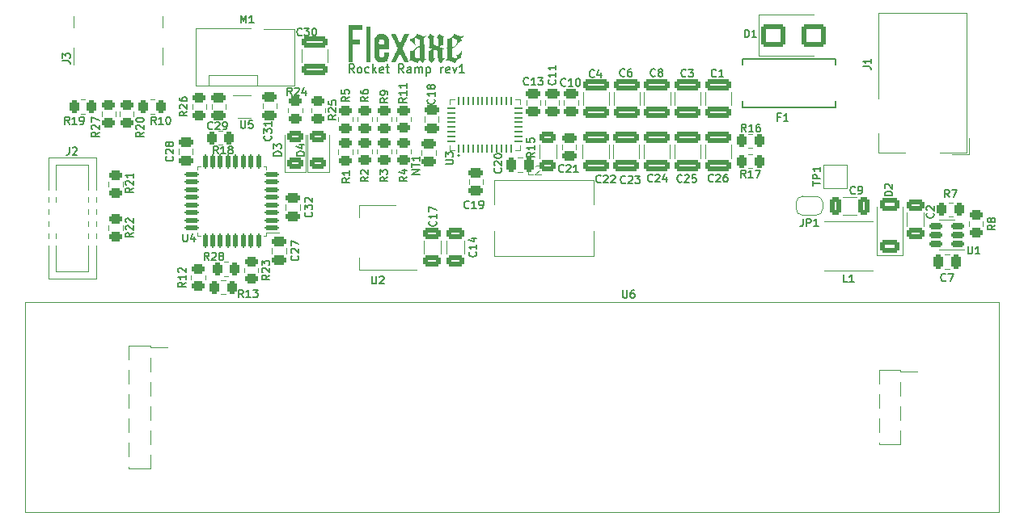
<source format=gto>
G04 #@! TF.GenerationSoftware,KiCad,Pcbnew,7.0.7-7.0.7~ubuntu22.04.1*
G04 #@! TF.CreationDate,2024-03-15T11:13:54+01:00*
G04 #@! TF.ProjectId,kicad,6b696361-642e-46b6-9963-61645f706362,302*
G04 #@! TF.SameCoordinates,Original*
G04 #@! TF.FileFunction,Legend,Top*
G04 #@! TF.FilePolarity,Positive*
%FSLAX46Y46*%
G04 Gerber Fmt 4.6, Leading zero omitted, Abs format (unit mm)*
G04 Created by KiCad (PCBNEW 7.0.7-7.0.7~ubuntu22.04.1) date 2024-03-15 11:13:54*
%MOMM*%
%LPD*%
G01*
G04 APERTURE LIST*
G04 Aperture macros list*
%AMRoundRect*
0 Rectangle with rounded corners*
0 $1 Rounding radius*
0 $2 $3 $4 $5 $6 $7 $8 $9 X,Y pos of 4 corners*
0 Add a 4 corners polygon primitive as box body*
4,1,4,$2,$3,$4,$5,$6,$7,$8,$9,$2,$3,0*
0 Add four circle primitives for the rounded corners*
1,1,$1+$1,$2,$3*
1,1,$1+$1,$4,$5*
1,1,$1+$1,$6,$7*
1,1,$1+$1,$8,$9*
0 Add four rect primitives between the rounded corners*
20,1,$1+$1,$2,$3,$4,$5,0*
20,1,$1+$1,$4,$5,$6,$7,0*
20,1,$1+$1,$6,$7,$8,$9,0*
20,1,$1+$1,$8,$9,$2,$3,0*%
%AMFreePoly0*
4,1,19,0.500000,-0.750000,0.000000,-0.750000,0.000000,-0.744911,-0.071157,-0.744911,-0.207708,-0.704816,-0.327430,-0.627875,-0.420627,-0.520320,-0.479746,-0.390866,-0.500000,-0.250000,-0.500000,0.250000,-0.479746,0.390866,-0.420627,0.520320,-0.327430,0.627875,-0.207708,0.704816,-0.071157,0.744911,0.000000,0.744911,0.000000,0.750000,0.500000,0.750000,0.500000,-0.750000,0.500000,-0.750000,
$1*%
%AMFreePoly1*
4,1,19,0.000000,0.744911,0.071157,0.744911,0.207708,0.704816,0.327430,0.627875,0.420627,0.520320,0.479746,0.390866,0.500000,0.250000,0.500000,-0.250000,0.479746,-0.390866,0.420627,-0.520320,0.327430,-0.627875,0.207708,-0.704816,0.071157,-0.744911,0.000000,-0.744911,0.000000,-0.750000,-0.500000,-0.750000,-0.500000,0.750000,0.000000,0.750000,0.000000,0.744911,0.000000,0.744911,
$1*%
G04 Aperture macros list end*
%ADD10C,0.150000*%
%ADD11C,0.100000*%
%ADD12C,0.120000*%
%ADD13C,0.200000*%
%ADD14R,3.300000X2.800000*%
%ADD15RoundRect,0.250000X0.262500X0.450000X-0.262500X0.450000X-0.262500X-0.450000X0.262500X-0.450000X0*%
%ADD16RoundRect,0.250000X-0.325000X-0.650000X0.325000X-0.650000X0.325000X0.650000X-0.325000X0.650000X0*%
%ADD17RoundRect,0.250000X-0.262500X-0.450000X0.262500X-0.450000X0.262500X0.450000X-0.262500X0.450000X0*%
%ADD18RoundRect,0.250000X-0.650000X0.325000X-0.650000X-0.325000X0.650000X-0.325000X0.650000X0.325000X0*%
%ADD19RoundRect,0.250000X-0.475000X0.250000X-0.475000X-0.250000X0.475000X-0.250000X0.475000X0.250000X0*%
%ADD20RoundRect,0.250000X0.800000X-0.450000X0.800000X0.450000X-0.800000X0.450000X-0.800000X-0.450000X0*%
%ADD21RoundRect,0.250000X0.450000X-0.262500X0.450000X0.262500X-0.450000X0.262500X-0.450000X-0.262500X0*%
%ADD22RoundRect,0.250000X1.100000X-0.325000X1.100000X0.325000X-1.100000X0.325000X-1.100000X-0.325000X0*%
%ADD23RoundRect,0.250000X-1.100000X0.325000X-1.100000X-0.325000X1.100000X-0.325000X1.100000X0.325000X0*%
%ADD24R,2.000000X1.500000*%
%ADD25R,2.000000X3.800000*%
%ADD26RoundRect,0.250000X0.475000X-0.250000X0.475000X0.250000X-0.475000X0.250000X-0.475000X-0.250000X0*%
%ADD27R,2.600000X2.600000*%
%ADD28C,2.600000*%
%ADD29R,2.760000X0.650000*%
%ADD30RoundRect,0.250000X0.250000X0.475000X-0.250000X0.475000X-0.250000X-0.475000X0.250000X-0.475000X0*%
%ADD31RoundRect,0.250000X-0.450000X0.262500X-0.450000X-0.262500X0.450000X-0.262500X0.450000X0.262500X0*%
%ADD32RoundRect,0.250000X0.625000X-0.375000X0.625000X0.375000X-0.625000X0.375000X-0.625000X-0.375000X0*%
%ADD33R,1.500000X4.000000*%
%ADD34R,0.650000X0.400000*%
%ADD35RoundRect,0.062500X0.062500X-0.337500X0.062500X0.337500X-0.062500X0.337500X-0.062500X-0.337500X0*%
%ADD36RoundRect,0.062500X0.337500X-0.062500X0.337500X0.062500X-0.337500X0.062500X-0.337500X-0.062500X0*%
%ADD37C,0.400000*%
%ADD38R,5.300000X3.300000*%
%ADD39C,0.650000*%
%ADD40R,0.600000X1.150000*%
%ADD41R,0.300000X1.150000*%
%ADD42O,1.000000X2.100000*%
%ADD43O,1.000000X1.800000*%
%ADD44RoundRect,0.125000X0.625000X0.125000X-0.625000X0.125000X-0.625000X-0.125000X0.625000X-0.125000X0*%
%ADD45RoundRect,0.125000X0.125000X0.625000X-0.125000X0.625000X-0.125000X-0.625000X0.125000X-0.625000X0*%
%ADD46RoundRect,0.250000X-0.250000X-0.475000X0.250000X-0.475000X0.250000X0.475000X-0.250000X0.475000X0*%
%ADD47R,2.000000X2.000000*%
%ADD48R,4.245000X3.810000*%
%ADD49RoundRect,0.250000X0.625000X-0.312500X0.625000X0.312500X-0.625000X0.312500X-0.625000X-0.312500X0*%
%ADD50C,1.100000*%
%ADD51R,1.730000X2.030000*%
%ADD52O,1.730000X2.030000*%
%ADD53RoundRect,0.250000X-1.000000X-0.900000X1.000000X-0.900000X1.000000X0.900000X-1.000000X0.900000X0*%
%ADD54FreePoly0,180.000000*%
%ADD55FreePoly1,180.000000*%
%ADD56RoundRect,0.250000X0.650000X-0.325000X0.650000X0.325000X-0.650000X0.325000X-0.650000X-0.325000X0*%
%ADD57C,0.900000*%
%ADD58C,8.600000*%
%ADD59R,3.000000X0.650000*%
%ADD60RoundRect,0.150000X0.512500X0.150000X-0.512500X0.150000X-0.512500X-0.150000X0.512500X-0.150000X0*%
G04 APERTURE END LIST*
D10*
X90997255Y-65668057D02*
X90697255Y-65239485D01*
X90482969Y-65668057D02*
X90482969Y-64768057D01*
X90482969Y-64768057D02*
X90825826Y-64768057D01*
X90825826Y-64768057D02*
X90911541Y-64810914D01*
X90911541Y-64810914D02*
X90954398Y-64853771D01*
X90954398Y-64853771D02*
X90997255Y-64939485D01*
X90997255Y-64939485D02*
X90997255Y-65068057D01*
X90997255Y-65068057D02*
X90954398Y-65153771D01*
X90954398Y-65153771D02*
X90911541Y-65196628D01*
X90911541Y-65196628D02*
X90825826Y-65239485D01*
X90825826Y-65239485D02*
X90482969Y-65239485D01*
X91511541Y-65668057D02*
X91425826Y-65625200D01*
X91425826Y-65625200D02*
X91382969Y-65582342D01*
X91382969Y-65582342D02*
X91340112Y-65496628D01*
X91340112Y-65496628D02*
X91340112Y-65239485D01*
X91340112Y-65239485D02*
X91382969Y-65153771D01*
X91382969Y-65153771D02*
X91425826Y-65110914D01*
X91425826Y-65110914D02*
X91511541Y-65068057D01*
X91511541Y-65068057D02*
X91640112Y-65068057D01*
X91640112Y-65068057D02*
X91725826Y-65110914D01*
X91725826Y-65110914D02*
X91768684Y-65153771D01*
X91768684Y-65153771D02*
X91811541Y-65239485D01*
X91811541Y-65239485D02*
X91811541Y-65496628D01*
X91811541Y-65496628D02*
X91768684Y-65582342D01*
X91768684Y-65582342D02*
X91725826Y-65625200D01*
X91725826Y-65625200D02*
X91640112Y-65668057D01*
X91640112Y-65668057D02*
X91511541Y-65668057D01*
X92582970Y-65625200D02*
X92497255Y-65668057D01*
X92497255Y-65668057D02*
X92325827Y-65668057D01*
X92325827Y-65668057D02*
X92240112Y-65625200D01*
X92240112Y-65625200D02*
X92197255Y-65582342D01*
X92197255Y-65582342D02*
X92154398Y-65496628D01*
X92154398Y-65496628D02*
X92154398Y-65239485D01*
X92154398Y-65239485D02*
X92197255Y-65153771D01*
X92197255Y-65153771D02*
X92240112Y-65110914D01*
X92240112Y-65110914D02*
X92325827Y-65068057D01*
X92325827Y-65068057D02*
X92497255Y-65068057D01*
X92497255Y-65068057D02*
X92582970Y-65110914D01*
X92968684Y-65668057D02*
X92968684Y-64768057D01*
X93054399Y-65325200D02*
X93311541Y-65668057D01*
X93311541Y-65068057D02*
X92968684Y-65410914D01*
X94040112Y-65625200D02*
X93954398Y-65668057D01*
X93954398Y-65668057D02*
X93782970Y-65668057D01*
X93782970Y-65668057D02*
X93697255Y-65625200D01*
X93697255Y-65625200D02*
X93654398Y-65539485D01*
X93654398Y-65539485D02*
X93654398Y-65196628D01*
X93654398Y-65196628D02*
X93697255Y-65110914D01*
X93697255Y-65110914D02*
X93782970Y-65068057D01*
X93782970Y-65068057D02*
X93954398Y-65068057D01*
X93954398Y-65068057D02*
X94040112Y-65110914D01*
X94040112Y-65110914D02*
X94082970Y-65196628D01*
X94082970Y-65196628D02*
X94082970Y-65282342D01*
X94082970Y-65282342D02*
X93654398Y-65368057D01*
X94340113Y-65068057D02*
X94682970Y-65068057D01*
X94468684Y-64768057D02*
X94468684Y-65539485D01*
X94468684Y-65539485D02*
X94511541Y-65625200D01*
X94511541Y-65625200D02*
X94597256Y-65668057D01*
X94597256Y-65668057D02*
X94682970Y-65668057D01*
X96182970Y-65668057D02*
X95882970Y-65239485D01*
X95668684Y-65668057D02*
X95668684Y-64768057D01*
X95668684Y-64768057D02*
X96011541Y-64768057D01*
X96011541Y-64768057D02*
X96097256Y-64810914D01*
X96097256Y-64810914D02*
X96140113Y-64853771D01*
X96140113Y-64853771D02*
X96182970Y-64939485D01*
X96182970Y-64939485D02*
X96182970Y-65068057D01*
X96182970Y-65068057D02*
X96140113Y-65153771D01*
X96140113Y-65153771D02*
X96097256Y-65196628D01*
X96097256Y-65196628D02*
X96011541Y-65239485D01*
X96011541Y-65239485D02*
X95668684Y-65239485D01*
X96954399Y-65668057D02*
X96954399Y-65196628D01*
X96954399Y-65196628D02*
X96911541Y-65110914D01*
X96911541Y-65110914D02*
X96825827Y-65068057D01*
X96825827Y-65068057D02*
X96654399Y-65068057D01*
X96654399Y-65068057D02*
X96568684Y-65110914D01*
X96954399Y-65625200D02*
X96868684Y-65668057D01*
X96868684Y-65668057D02*
X96654399Y-65668057D01*
X96654399Y-65668057D02*
X96568684Y-65625200D01*
X96568684Y-65625200D02*
X96525827Y-65539485D01*
X96525827Y-65539485D02*
X96525827Y-65453771D01*
X96525827Y-65453771D02*
X96568684Y-65368057D01*
X96568684Y-65368057D02*
X96654399Y-65325200D01*
X96654399Y-65325200D02*
X96868684Y-65325200D01*
X96868684Y-65325200D02*
X96954399Y-65282342D01*
X97382970Y-65668057D02*
X97382970Y-65068057D01*
X97382970Y-65153771D02*
X97425827Y-65110914D01*
X97425827Y-65110914D02*
X97511542Y-65068057D01*
X97511542Y-65068057D02*
X97640113Y-65068057D01*
X97640113Y-65068057D02*
X97725827Y-65110914D01*
X97725827Y-65110914D02*
X97768685Y-65196628D01*
X97768685Y-65196628D02*
X97768685Y-65668057D01*
X97768685Y-65196628D02*
X97811542Y-65110914D01*
X97811542Y-65110914D02*
X97897256Y-65068057D01*
X97897256Y-65068057D02*
X98025827Y-65068057D01*
X98025827Y-65068057D02*
X98111542Y-65110914D01*
X98111542Y-65110914D02*
X98154399Y-65196628D01*
X98154399Y-65196628D02*
X98154399Y-65668057D01*
X98582970Y-65068057D02*
X98582970Y-65968057D01*
X98582970Y-65110914D02*
X98668685Y-65068057D01*
X98668685Y-65068057D02*
X98840113Y-65068057D01*
X98840113Y-65068057D02*
X98925827Y-65110914D01*
X98925827Y-65110914D02*
X98968685Y-65153771D01*
X98968685Y-65153771D02*
X99011542Y-65239485D01*
X99011542Y-65239485D02*
X99011542Y-65496628D01*
X99011542Y-65496628D02*
X98968685Y-65582342D01*
X98968685Y-65582342D02*
X98925827Y-65625200D01*
X98925827Y-65625200D02*
X98840113Y-65668057D01*
X98840113Y-65668057D02*
X98668685Y-65668057D01*
X98668685Y-65668057D02*
X98582970Y-65625200D01*
X100082970Y-65668057D02*
X100082970Y-65068057D01*
X100082970Y-65239485D02*
X100125827Y-65153771D01*
X100125827Y-65153771D02*
X100168685Y-65110914D01*
X100168685Y-65110914D02*
X100254399Y-65068057D01*
X100254399Y-65068057D02*
X100340113Y-65068057D01*
X100982970Y-65625200D02*
X100897256Y-65668057D01*
X100897256Y-65668057D02*
X100725828Y-65668057D01*
X100725828Y-65668057D02*
X100640113Y-65625200D01*
X100640113Y-65625200D02*
X100597256Y-65539485D01*
X100597256Y-65539485D02*
X100597256Y-65196628D01*
X100597256Y-65196628D02*
X100640113Y-65110914D01*
X100640113Y-65110914D02*
X100725828Y-65068057D01*
X100725828Y-65068057D02*
X100897256Y-65068057D01*
X100897256Y-65068057D02*
X100982970Y-65110914D01*
X100982970Y-65110914D02*
X101025828Y-65196628D01*
X101025828Y-65196628D02*
X101025828Y-65282342D01*
X101025828Y-65282342D02*
X100597256Y-65368057D01*
X101325828Y-65068057D02*
X101540114Y-65668057D01*
X101540114Y-65668057D02*
X101754399Y-65068057D01*
X102568685Y-65668057D02*
X102054399Y-65668057D01*
X102311542Y-65668057D02*
X102311542Y-64768057D01*
X102311542Y-64768057D02*
X102225828Y-64896628D01*
X102225828Y-64896628D02*
X102140113Y-64982342D01*
X102140113Y-64982342D02*
X102054399Y-65025200D01*
D11*
X109704333Y-76356419D02*
X109228143Y-76356419D01*
X109228143Y-76356419D02*
X109228143Y-75356419D01*
X109990048Y-75451657D02*
X110037667Y-75404038D01*
X110037667Y-75404038D02*
X110132905Y-75356419D01*
X110132905Y-75356419D02*
X110371000Y-75356419D01*
X110371000Y-75356419D02*
X110466238Y-75404038D01*
X110466238Y-75404038D02*
X110513857Y-75451657D01*
X110513857Y-75451657D02*
X110561476Y-75546895D01*
X110561476Y-75546895D02*
X110561476Y-75642133D01*
X110561476Y-75642133D02*
X110513857Y-75784990D01*
X110513857Y-75784990D02*
X109942429Y-76356419D01*
X109942429Y-76356419D02*
X110561476Y-76356419D01*
D10*
X70250114Y-71075895D02*
X69983447Y-70694942D01*
X69792971Y-71075895D02*
X69792971Y-70275895D01*
X69792971Y-70275895D02*
X70097733Y-70275895D01*
X70097733Y-70275895D02*
X70173923Y-70313990D01*
X70173923Y-70313990D02*
X70212018Y-70352085D01*
X70212018Y-70352085D02*
X70250114Y-70428276D01*
X70250114Y-70428276D02*
X70250114Y-70542561D01*
X70250114Y-70542561D02*
X70212018Y-70618752D01*
X70212018Y-70618752D02*
X70173923Y-70656847D01*
X70173923Y-70656847D02*
X70097733Y-70694942D01*
X70097733Y-70694942D02*
X69792971Y-70694942D01*
X71012018Y-71075895D02*
X70554875Y-71075895D01*
X70783447Y-71075895D02*
X70783447Y-70275895D01*
X70783447Y-70275895D02*
X70707256Y-70390180D01*
X70707256Y-70390180D02*
X70631066Y-70466371D01*
X70631066Y-70466371D02*
X70554875Y-70504466D01*
X71507257Y-70275895D02*
X71583447Y-70275895D01*
X71583447Y-70275895D02*
X71659638Y-70313990D01*
X71659638Y-70313990D02*
X71697733Y-70352085D01*
X71697733Y-70352085D02*
X71735828Y-70428276D01*
X71735828Y-70428276D02*
X71773923Y-70580657D01*
X71773923Y-70580657D02*
X71773923Y-70771133D01*
X71773923Y-70771133D02*
X71735828Y-70923514D01*
X71735828Y-70923514D02*
X71697733Y-70999704D01*
X71697733Y-70999704D02*
X71659638Y-71037800D01*
X71659638Y-71037800D02*
X71583447Y-71075895D01*
X71583447Y-71075895D02*
X71507257Y-71075895D01*
X71507257Y-71075895D02*
X71431066Y-71037800D01*
X71431066Y-71037800D02*
X71392971Y-70999704D01*
X71392971Y-70999704D02*
X71354876Y-70923514D01*
X71354876Y-70923514D02*
X71316780Y-70771133D01*
X71316780Y-70771133D02*
X71316780Y-70580657D01*
X71316780Y-70580657D02*
X71354876Y-70428276D01*
X71354876Y-70428276D02*
X71392971Y-70352085D01*
X71392971Y-70352085D02*
X71431066Y-70313990D01*
X71431066Y-70313990D02*
X71507257Y-70275895D01*
X143427467Y-78286904D02*
X143389371Y-78325000D01*
X143389371Y-78325000D02*
X143275086Y-78363095D01*
X143275086Y-78363095D02*
X143198895Y-78363095D01*
X143198895Y-78363095D02*
X143084609Y-78325000D01*
X143084609Y-78325000D02*
X143008419Y-78248809D01*
X143008419Y-78248809D02*
X142970324Y-78172619D01*
X142970324Y-78172619D02*
X142932228Y-78020238D01*
X142932228Y-78020238D02*
X142932228Y-77905952D01*
X142932228Y-77905952D02*
X142970324Y-77753571D01*
X142970324Y-77753571D02*
X143008419Y-77677380D01*
X143008419Y-77677380D02*
X143084609Y-77601190D01*
X143084609Y-77601190D02*
X143198895Y-77563095D01*
X143198895Y-77563095D02*
X143275086Y-77563095D01*
X143275086Y-77563095D02*
X143389371Y-77601190D01*
X143389371Y-77601190D02*
X143427467Y-77639285D01*
X143808419Y-78363095D02*
X143960800Y-78363095D01*
X143960800Y-78363095D02*
X144036990Y-78325000D01*
X144036990Y-78325000D02*
X144075086Y-78286904D01*
X144075086Y-78286904D02*
X144151276Y-78172619D01*
X144151276Y-78172619D02*
X144189371Y-78020238D01*
X144189371Y-78020238D02*
X144189371Y-77715476D01*
X144189371Y-77715476D02*
X144151276Y-77639285D01*
X144151276Y-77639285D02*
X144113181Y-77601190D01*
X144113181Y-77601190D02*
X144036990Y-77563095D01*
X144036990Y-77563095D02*
X143884609Y-77563095D01*
X143884609Y-77563095D02*
X143808419Y-77601190D01*
X143808419Y-77601190D02*
X143770324Y-77639285D01*
X143770324Y-77639285D02*
X143732228Y-77715476D01*
X143732228Y-77715476D02*
X143732228Y-77905952D01*
X143732228Y-77905952D02*
X143770324Y-77982142D01*
X143770324Y-77982142D02*
X143808419Y-78020238D01*
X143808419Y-78020238D02*
X143884609Y-78058333D01*
X143884609Y-78058333D02*
X144036990Y-78058333D01*
X144036990Y-78058333D02*
X144113181Y-78020238D01*
X144113181Y-78020238D02*
X144151276Y-77982142D01*
X144151276Y-77982142D02*
X144189371Y-77905952D01*
X153307667Y-78712295D02*
X153041000Y-78331342D01*
X152850524Y-78712295D02*
X152850524Y-77912295D01*
X152850524Y-77912295D02*
X153155286Y-77912295D01*
X153155286Y-77912295D02*
X153231476Y-77950390D01*
X153231476Y-77950390D02*
X153269571Y-77988485D01*
X153269571Y-77988485D02*
X153307667Y-78064676D01*
X153307667Y-78064676D02*
X153307667Y-78178961D01*
X153307667Y-78178961D02*
X153269571Y-78255152D01*
X153269571Y-78255152D02*
X153231476Y-78293247D01*
X153231476Y-78293247D02*
X153155286Y-78331342D01*
X153155286Y-78331342D02*
X152850524Y-78331342D01*
X153574333Y-77912295D02*
X154107667Y-77912295D01*
X154107667Y-77912295D02*
X153764809Y-78712295D01*
X99549304Y-81235485D02*
X99587400Y-81273581D01*
X99587400Y-81273581D02*
X99625495Y-81387866D01*
X99625495Y-81387866D02*
X99625495Y-81464057D01*
X99625495Y-81464057D02*
X99587400Y-81578343D01*
X99587400Y-81578343D02*
X99511209Y-81654533D01*
X99511209Y-81654533D02*
X99435019Y-81692628D01*
X99435019Y-81692628D02*
X99282638Y-81730724D01*
X99282638Y-81730724D02*
X99168352Y-81730724D01*
X99168352Y-81730724D02*
X99015971Y-81692628D01*
X99015971Y-81692628D02*
X98939780Y-81654533D01*
X98939780Y-81654533D02*
X98863590Y-81578343D01*
X98863590Y-81578343D02*
X98825495Y-81464057D01*
X98825495Y-81464057D02*
X98825495Y-81387866D01*
X98825495Y-81387866D02*
X98863590Y-81273581D01*
X98863590Y-81273581D02*
X98901685Y-81235485D01*
X99625495Y-80473581D02*
X99625495Y-80930724D01*
X99625495Y-80702152D02*
X98825495Y-80702152D01*
X98825495Y-80702152D02*
X98939780Y-80778343D01*
X98939780Y-80778343D02*
X99015971Y-80854533D01*
X99015971Y-80854533D02*
X99054066Y-80930724D01*
X98825495Y-80206914D02*
X98825495Y-79673580D01*
X98825495Y-79673580D02*
X99625495Y-80016438D01*
X99378504Y-68433885D02*
X99416600Y-68471981D01*
X99416600Y-68471981D02*
X99454695Y-68586266D01*
X99454695Y-68586266D02*
X99454695Y-68662457D01*
X99454695Y-68662457D02*
X99416600Y-68776743D01*
X99416600Y-68776743D02*
X99340409Y-68852933D01*
X99340409Y-68852933D02*
X99264219Y-68891028D01*
X99264219Y-68891028D02*
X99111838Y-68929124D01*
X99111838Y-68929124D02*
X98997552Y-68929124D01*
X98997552Y-68929124D02*
X98845171Y-68891028D01*
X98845171Y-68891028D02*
X98768980Y-68852933D01*
X98768980Y-68852933D02*
X98692790Y-68776743D01*
X98692790Y-68776743D02*
X98654695Y-68662457D01*
X98654695Y-68662457D02*
X98654695Y-68586266D01*
X98654695Y-68586266D02*
X98692790Y-68471981D01*
X98692790Y-68471981D02*
X98730885Y-68433885D01*
X99454695Y-67671981D02*
X99454695Y-68129124D01*
X99454695Y-67900552D02*
X98654695Y-67900552D01*
X98654695Y-67900552D02*
X98768980Y-67976743D01*
X98768980Y-67976743D02*
X98845171Y-68052933D01*
X98845171Y-68052933D02*
X98883266Y-68129124D01*
X98997552Y-67214838D02*
X98959457Y-67291028D01*
X98959457Y-67291028D02*
X98921361Y-67329123D01*
X98921361Y-67329123D02*
X98845171Y-67367219D01*
X98845171Y-67367219D02*
X98807076Y-67367219D01*
X98807076Y-67367219D02*
X98730885Y-67329123D01*
X98730885Y-67329123D02*
X98692790Y-67291028D01*
X98692790Y-67291028D02*
X98654695Y-67214838D01*
X98654695Y-67214838D02*
X98654695Y-67062457D01*
X98654695Y-67062457D02*
X98692790Y-66986266D01*
X98692790Y-66986266D02*
X98730885Y-66948171D01*
X98730885Y-66948171D02*
X98807076Y-66910076D01*
X98807076Y-66910076D02*
X98845171Y-66910076D01*
X98845171Y-66910076D02*
X98921361Y-66948171D01*
X98921361Y-66948171D02*
X98959457Y-66986266D01*
X98959457Y-66986266D02*
X98997552Y-67062457D01*
X98997552Y-67062457D02*
X98997552Y-67214838D01*
X98997552Y-67214838D02*
X99035647Y-67291028D01*
X99035647Y-67291028D02*
X99073742Y-67329123D01*
X99073742Y-67329123D02*
X99149933Y-67367219D01*
X99149933Y-67367219D02*
X99302314Y-67367219D01*
X99302314Y-67367219D02*
X99378504Y-67329123D01*
X99378504Y-67329123D02*
X99416600Y-67291028D01*
X99416600Y-67291028D02*
X99454695Y-67214838D01*
X99454695Y-67214838D02*
X99454695Y-67062457D01*
X99454695Y-67062457D02*
X99416600Y-66986266D01*
X99416600Y-66986266D02*
X99378504Y-66948171D01*
X99378504Y-66948171D02*
X99302314Y-66910076D01*
X99302314Y-66910076D02*
X99149933Y-66910076D01*
X99149933Y-66910076D02*
X99073742Y-66948171D01*
X99073742Y-66948171D02*
X99035647Y-66986266D01*
X99035647Y-66986266D02*
X98997552Y-67062457D01*
X147326695Y-78540475D02*
X146526695Y-78540475D01*
X146526695Y-78540475D02*
X146526695Y-78349999D01*
X146526695Y-78349999D02*
X146564790Y-78235713D01*
X146564790Y-78235713D02*
X146640980Y-78159523D01*
X146640980Y-78159523D02*
X146717171Y-78121428D01*
X146717171Y-78121428D02*
X146869552Y-78083332D01*
X146869552Y-78083332D02*
X146983838Y-78083332D01*
X146983838Y-78083332D02*
X147136219Y-78121428D01*
X147136219Y-78121428D02*
X147212409Y-78159523D01*
X147212409Y-78159523D02*
X147288600Y-78235713D01*
X147288600Y-78235713D02*
X147326695Y-78349999D01*
X147326695Y-78349999D02*
X147326695Y-78540475D01*
X146602885Y-77778571D02*
X146564790Y-77740475D01*
X146564790Y-77740475D02*
X146526695Y-77664285D01*
X146526695Y-77664285D02*
X146526695Y-77473809D01*
X146526695Y-77473809D02*
X146564790Y-77397618D01*
X146564790Y-77397618D02*
X146602885Y-77359523D01*
X146602885Y-77359523D02*
X146679076Y-77321428D01*
X146679076Y-77321428D02*
X146755266Y-77321428D01*
X146755266Y-77321428D02*
X146869552Y-77359523D01*
X146869552Y-77359523D02*
X147326695Y-77816666D01*
X147326695Y-77816666D02*
X147326695Y-77321428D01*
X92481095Y-76587332D02*
X92100142Y-76853999D01*
X92481095Y-77044475D02*
X91681095Y-77044475D01*
X91681095Y-77044475D02*
X91681095Y-76739713D01*
X91681095Y-76739713D02*
X91719190Y-76663523D01*
X91719190Y-76663523D02*
X91757285Y-76625428D01*
X91757285Y-76625428D02*
X91833476Y-76587332D01*
X91833476Y-76587332D02*
X91947761Y-76587332D01*
X91947761Y-76587332D02*
X92023952Y-76625428D01*
X92023952Y-76625428D02*
X92062047Y-76663523D01*
X92062047Y-76663523D02*
X92100142Y-76739713D01*
X92100142Y-76739713D02*
X92100142Y-77044475D01*
X91757285Y-76282571D02*
X91719190Y-76244475D01*
X91719190Y-76244475D02*
X91681095Y-76168285D01*
X91681095Y-76168285D02*
X91681095Y-75977809D01*
X91681095Y-75977809D02*
X91719190Y-75901618D01*
X91719190Y-75901618D02*
X91757285Y-75863523D01*
X91757285Y-75863523D02*
X91833476Y-75825428D01*
X91833476Y-75825428D02*
X91909666Y-75825428D01*
X91909666Y-75825428D02*
X92023952Y-75863523D01*
X92023952Y-75863523D02*
X92481095Y-76320666D01*
X92481095Y-76320666D02*
X92481095Y-75825428D01*
X119392114Y-77183504D02*
X119354018Y-77221600D01*
X119354018Y-77221600D02*
X119239733Y-77259695D01*
X119239733Y-77259695D02*
X119163542Y-77259695D01*
X119163542Y-77259695D02*
X119049256Y-77221600D01*
X119049256Y-77221600D02*
X118973066Y-77145409D01*
X118973066Y-77145409D02*
X118934971Y-77069219D01*
X118934971Y-77069219D02*
X118896875Y-76916838D01*
X118896875Y-76916838D02*
X118896875Y-76802552D01*
X118896875Y-76802552D02*
X118934971Y-76650171D01*
X118934971Y-76650171D02*
X118973066Y-76573980D01*
X118973066Y-76573980D02*
X119049256Y-76497790D01*
X119049256Y-76497790D02*
X119163542Y-76459695D01*
X119163542Y-76459695D02*
X119239733Y-76459695D01*
X119239733Y-76459695D02*
X119354018Y-76497790D01*
X119354018Y-76497790D02*
X119392114Y-76535885D01*
X119696875Y-76535885D02*
X119734971Y-76497790D01*
X119734971Y-76497790D02*
X119811161Y-76459695D01*
X119811161Y-76459695D02*
X120001637Y-76459695D01*
X120001637Y-76459695D02*
X120077828Y-76497790D01*
X120077828Y-76497790D02*
X120115923Y-76535885D01*
X120115923Y-76535885D02*
X120154018Y-76612076D01*
X120154018Y-76612076D02*
X120154018Y-76688266D01*
X120154018Y-76688266D02*
X120115923Y-76802552D01*
X120115923Y-76802552D02*
X119658780Y-77259695D01*
X119658780Y-77259695D02*
X120154018Y-77259695D01*
X120420685Y-76459695D02*
X120915923Y-76459695D01*
X120915923Y-76459695D02*
X120649257Y-76764457D01*
X120649257Y-76764457D02*
X120763542Y-76764457D01*
X120763542Y-76764457D02*
X120839733Y-76802552D01*
X120839733Y-76802552D02*
X120877828Y-76840647D01*
X120877828Y-76840647D02*
X120915923Y-76916838D01*
X120915923Y-76916838D02*
X120915923Y-77107314D01*
X120915923Y-77107314D02*
X120877828Y-77183504D01*
X120877828Y-77183504D02*
X120839733Y-77221600D01*
X120839733Y-77221600D02*
X120763542Y-77259695D01*
X120763542Y-77259695D02*
X120534971Y-77259695D01*
X120534971Y-77259695D02*
X120458780Y-77221600D01*
X120458780Y-77221600D02*
X120420685Y-77183504D01*
X132022914Y-71837895D02*
X131756247Y-71456942D01*
X131565771Y-71837895D02*
X131565771Y-71037895D01*
X131565771Y-71037895D02*
X131870533Y-71037895D01*
X131870533Y-71037895D02*
X131946723Y-71075990D01*
X131946723Y-71075990D02*
X131984818Y-71114085D01*
X131984818Y-71114085D02*
X132022914Y-71190276D01*
X132022914Y-71190276D02*
X132022914Y-71304561D01*
X132022914Y-71304561D02*
X131984818Y-71380752D01*
X131984818Y-71380752D02*
X131946723Y-71418847D01*
X131946723Y-71418847D02*
X131870533Y-71456942D01*
X131870533Y-71456942D02*
X131565771Y-71456942D01*
X132784818Y-71837895D02*
X132327675Y-71837895D01*
X132556247Y-71837895D02*
X132556247Y-71037895D01*
X132556247Y-71037895D02*
X132480056Y-71152180D01*
X132480056Y-71152180D02*
X132403866Y-71228371D01*
X132403866Y-71228371D02*
X132327675Y-71266466D01*
X133470533Y-71037895D02*
X133318152Y-71037895D01*
X133318152Y-71037895D02*
X133241961Y-71075990D01*
X133241961Y-71075990D02*
X133203866Y-71114085D01*
X133203866Y-71114085D02*
X133127676Y-71228371D01*
X133127676Y-71228371D02*
X133089580Y-71380752D01*
X133089580Y-71380752D02*
X133089580Y-71685514D01*
X133089580Y-71685514D02*
X133127676Y-71761704D01*
X133127676Y-71761704D02*
X133165771Y-71799800D01*
X133165771Y-71799800D02*
X133241961Y-71837895D01*
X133241961Y-71837895D02*
X133394342Y-71837895D01*
X133394342Y-71837895D02*
X133470533Y-71799800D01*
X133470533Y-71799800D02*
X133508628Y-71761704D01*
X133508628Y-71761704D02*
X133546723Y-71685514D01*
X133546723Y-71685514D02*
X133546723Y-71495038D01*
X133546723Y-71495038D02*
X133508628Y-71418847D01*
X133508628Y-71418847D02*
X133470533Y-71380752D01*
X133470533Y-71380752D02*
X133394342Y-71342657D01*
X133394342Y-71342657D02*
X133241961Y-71342657D01*
X133241961Y-71342657D02*
X133165771Y-71380752D01*
X133165771Y-71380752D02*
X133127676Y-71418847D01*
X133127676Y-71418847D02*
X133089580Y-71495038D01*
X64319495Y-71888285D02*
X63938542Y-72154952D01*
X64319495Y-72345428D02*
X63519495Y-72345428D01*
X63519495Y-72345428D02*
X63519495Y-72040666D01*
X63519495Y-72040666D02*
X63557590Y-71964476D01*
X63557590Y-71964476D02*
X63595685Y-71926381D01*
X63595685Y-71926381D02*
X63671876Y-71888285D01*
X63671876Y-71888285D02*
X63786161Y-71888285D01*
X63786161Y-71888285D02*
X63862352Y-71926381D01*
X63862352Y-71926381D02*
X63900447Y-71964476D01*
X63900447Y-71964476D02*
X63938542Y-72040666D01*
X63938542Y-72040666D02*
X63938542Y-72345428D01*
X63595685Y-71583524D02*
X63557590Y-71545428D01*
X63557590Y-71545428D02*
X63519495Y-71469238D01*
X63519495Y-71469238D02*
X63519495Y-71278762D01*
X63519495Y-71278762D02*
X63557590Y-71202571D01*
X63557590Y-71202571D02*
X63595685Y-71164476D01*
X63595685Y-71164476D02*
X63671876Y-71126381D01*
X63671876Y-71126381D02*
X63748066Y-71126381D01*
X63748066Y-71126381D02*
X63862352Y-71164476D01*
X63862352Y-71164476D02*
X64319495Y-71621619D01*
X64319495Y-71621619D02*
X64319495Y-71126381D01*
X63519495Y-70859714D02*
X63519495Y-70326380D01*
X63519495Y-70326380D02*
X64319495Y-70669238D01*
X131972114Y-76663895D02*
X131705447Y-76282942D01*
X131514971Y-76663895D02*
X131514971Y-75863895D01*
X131514971Y-75863895D02*
X131819733Y-75863895D01*
X131819733Y-75863895D02*
X131895923Y-75901990D01*
X131895923Y-75901990D02*
X131934018Y-75940085D01*
X131934018Y-75940085D02*
X131972114Y-76016276D01*
X131972114Y-76016276D02*
X131972114Y-76130561D01*
X131972114Y-76130561D02*
X131934018Y-76206752D01*
X131934018Y-76206752D02*
X131895923Y-76244847D01*
X131895923Y-76244847D02*
X131819733Y-76282942D01*
X131819733Y-76282942D02*
X131514971Y-76282942D01*
X132734018Y-76663895D02*
X132276875Y-76663895D01*
X132505447Y-76663895D02*
X132505447Y-75863895D01*
X132505447Y-75863895D02*
X132429256Y-75978180D01*
X132429256Y-75978180D02*
X132353066Y-76054371D01*
X132353066Y-76054371D02*
X132276875Y-76092466D01*
X133000685Y-75863895D02*
X133534019Y-75863895D01*
X133534019Y-75863895D02*
X133191161Y-76663895D01*
X103034514Y-79803304D02*
X102996418Y-79841400D01*
X102996418Y-79841400D02*
X102882133Y-79879495D01*
X102882133Y-79879495D02*
X102805942Y-79879495D01*
X102805942Y-79879495D02*
X102691656Y-79841400D01*
X102691656Y-79841400D02*
X102615466Y-79765209D01*
X102615466Y-79765209D02*
X102577371Y-79689019D01*
X102577371Y-79689019D02*
X102539275Y-79536638D01*
X102539275Y-79536638D02*
X102539275Y-79422352D01*
X102539275Y-79422352D02*
X102577371Y-79269971D01*
X102577371Y-79269971D02*
X102615466Y-79193780D01*
X102615466Y-79193780D02*
X102691656Y-79117590D01*
X102691656Y-79117590D02*
X102805942Y-79079495D01*
X102805942Y-79079495D02*
X102882133Y-79079495D01*
X102882133Y-79079495D02*
X102996418Y-79117590D01*
X102996418Y-79117590D02*
X103034514Y-79155685D01*
X103796418Y-79879495D02*
X103339275Y-79879495D01*
X103567847Y-79879495D02*
X103567847Y-79079495D01*
X103567847Y-79079495D02*
X103491656Y-79193780D01*
X103491656Y-79193780D02*
X103415466Y-79269971D01*
X103415466Y-79269971D02*
X103339275Y-79308066D01*
X104177371Y-79879495D02*
X104329752Y-79879495D01*
X104329752Y-79879495D02*
X104405942Y-79841400D01*
X104405942Y-79841400D02*
X104444038Y-79803304D01*
X104444038Y-79803304D02*
X104520228Y-79689019D01*
X104520228Y-79689019D02*
X104558323Y-79536638D01*
X104558323Y-79536638D02*
X104558323Y-79231876D01*
X104558323Y-79231876D02*
X104520228Y-79155685D01*
X104520228Y-79155685D02*
X104482133Y-79117590D01*
X104482133Y-79117590D02*
X104405942Y-79079495D01*
X104405942Y-79079495D02*
X104253561Y-79079495D01*
X104253561Y-79079495D02*
X104177371Y-79117590D01*
X104177371Y-79117590D02*
X104139276Y-79155685D01*
X104139276Y-79155685D02*
X104101180Y-79231876D01*
X104101180Y-79231876D02*
X104101180Y-79422352D01*
X104101180Y-79422352D02*
X104139276Y-79498542D01*
X104139276Y-79498542D02*
X104177371Y-79536638D01*
X104177371Y-79536638D02*
X104253561Y-79574733D01*
X104253561Y-79574733D02*
X104405942Y-79574733D01*
X104405942Y-79574733D02*
X104482133Y-79536638D01*
X104482133Y-79536638D02*
X104520228Y-79498542D01*
X104520228Y-79498542D02*
X104558323Y-79422352D01*
X122529467Y-65986104D02*
X122491371Y-66024200D01*
X122491371Y-66024200D02*
X122377086Y-66062295D01*
X122377086Y-66062295D02*
X122300895Y-66062295D01*
X122300895Y-66062295D02*
X122186609Y-66024200D01*
X122186609Y-66024200D02*
X122110419Y-65948009D01*
X122110419Y-65948009D02*
X122072324Y-65871819D01*
X122072324Y-65871819D02*
X122034228Y-65719438D01*
X122034228Y-65719438D02*
X122034228Y-65605152D01*
X122034228Y-65605152D02*
X122072324Y-65452771D01*
X122072324Y-65452771D02*
X122110419Y-65376580D01*
X122110419Y-65376580D02*
X122186609Y-65300390D01*
X122186609Y-65300390D02*
X122300895Y-65262295D01*
X122300895Y-65262295D02*
X122377086Y-65262295D01*
X122377086Y-65262295D02*
X122491371Y-65300390D01*
X122491371Y-65300390D02*
X122529467Y-65338485D01*
X122986609Y-65605152D02*
X122910419Y-65567057D01*
X122910419Y-65567057D02*
X122872324Y-65528961D01*
X122872324Y-65528961D02*
X122834228Y-65452771D01*
X122834228Y-65452771D02*
X122834228Y-65414676D01*
X122834228Y-65414676D02*
X122872324Y-65338485D01*
X122872324Y-65338485D02*
X122910419Y-65300390D01*
X122910419Y-65300390D02*
X122986609Y-65262295D01*
X122986609Y-65262295D02*
X123138990Y-65262295D01*
X123138990Y-65262295D02*
X123215181Y-65300390D01*
X123215181Y-65300390D02*
X123253276Y-65338485D01*
X123253276Y-65338485D02*
X123291371Y-65414676D01*
X123291371Y-65414676D02*
X123291371Y-65452771D01*
X123291371Y-65452771D02*
X123253276Y-65528961D01*
X123253276Y-65528961D02*
X123215181Y-65567057D01*
X123215181Y-65567057D02*
X123138990Y-65605152D01*
X123138990Y-65605152D02*
X122986609Y-65605152D01*
X122986609Y-65605152D02*
X122910419Y-65643247D01*
X122910419Y-65643247D02*
X122872324Y-65681342D01*
X122872324Y-65681342D02*
X122834228Y-65757533D01*
X122834228Y-65757533D02*
X122834228Y-65909914D01*
X122834228Y-65909914D02*
X122872324Y-65986104D01*
X122872324Y-65986104D02*
X122910419Y-66024200D01*
X122910419Y-66024200D02*
X122986609Y-66062295D01*
X122986609Y-66062295D02*
X123138990Y-66062295D01*
X123138990Y-66062295D02*
X123215181Y-66024200D01*
X123215181Y-66024200D02*
X123253276Y-65986104D01*
X123253276Y-65986104D02*
X123291371Y-65909914D01*
X123291371Y-65909914D02*
X123291371Y-65757533D01*
X123291371Y-65757533D02*
X123253276Y-65681342D01*
X123253276Y-65681342D02*
X123215181Y-65643247D01*
X123215181Y-65643247D02*
X123138990Y-65605152D01*
X85127604Y-84843285D02*
X85165700Y-84881381D01*
X85165700Y-84881381D02*
X85203795Y-84995666D01*
X85203795Y-84995666D02*
X85203795Y-85071857D01*
X85203795Y-85071857D02*
X85165700Y-85186143D01*
X85165700Y-85186143D02*
X85089509Y-85262333D01*
X85089509Y-85262333D02*
X85013319Y-85300428D01*
X85013319Y-85300428D02*
X84860938Y-85338524D01*
X84860938Y-85338524D02*
X84746652Y-85338524D01*
X84746652Y-85338524D02*
X84594271Y-85300428D01*
X84594271Y-85300428D02*
X84518080Y-85262333D01*
X84518080Y-85262333D02*
X84441890Y-85186143D01*
X84441890Y-85186143D02*
X84403795Y-85071857D01*
X84403795Y-85071857D02*
X84403795Y-84995666D01*
X84403795Y-84995666D02*
X84441890Y-84881381D01*
X84441890Y-84881381D02*
X84479985Y-84843285D01*
X84479985Y-84538524D02*
X84441890Y-84500428D01*
X84441890Y-84500428D02*
X84403795Y-84424238D01*
X84403795Y-84424238D02*
X84403795Y-84233762D01*
X84403795Y-84233762D02*
X84441890Y-84157571D01*
X84441890Y-84157571D02*
X84479985Y-84119476D01*
X84479985Y-84119476D02*
X84556176Y-84081381D01*
X84556176Y-84081381D02*
X84632366Y-84081381D01*
X84632366Y-84081381D02*
X84746652Y-84119476D01*
X84746652Y-84119476D02*
X85203795Y-84576619D01*
X85203795Y-84576619D02*
X85203795Y-84081381D01*
X84403795Y-83814714D02*
X84403795Y-83281380D01*
X84403795Y-83281380D02*
X85203795Y-83624238D01*
X92862476Y-86993295D02*
X92862476Y-87640914D01*
X92862476Y-87640914D02*
X92900571Y-87717104D01*
X92900571Y-87717104D02*
X92938666Y-87755200D01*
X92938666Y-87755200D02*
X93014857Y-87793295D01*
X93014857Y-87793295D02*
X93167238Y-87793295D01*
X93167238Y-87793295D02*
X93243428Y-87755200D01*
X93243428Y-87755200D02*
X93281523Y-87717104D01*
X93281523Y-87717104D02*
X93319619Y-87640914D01*
X93319619Y-87640914D02*
X93319619Y-86993295D01*
X93662475Y-87069485D02*
X93700571Y-87031390D01*
X93700571Y-87031390D02*
X93776761Y-86993295D01*
X93776761Y-86993295D02*
X93967237Y-86993295D01*
X93967237Y-86993295D02*
X94043428Y-87031390D01*
X94043428Y-87031390D02*
X94081523Y-87069485D01*
X94081523Y-87069485D02*
X94119618Y-87145676D01*
X94119618Y-87145676D02*
X94119618Y-87221866D01*
X94119618Y-87221866D02*
X94081523Y-87336152D01*
X94081523Y-87336152D02*
X93624380Y-87793295D01*
X93624380Y-87793295D02*
X94119618Y-87793295D01*
X112940514Y-76022104D02*
X112902418Y-76060200D01*
X112902418Y-76060200D02*
X112788133Y-76098295D01*
X112788133Y-76098295D02*
X112711942Y-76098295D01*
X112711942Y-76098295D02*
X112597656Y-76060200D01*
X112597656Y-76060200D02*
X112521466Y-75984009D01*
X112521466Y-75984009D02*
X112483371Y-75907819D01*
X112483371Y-75907819D02*
X112445275Y-75755438D01*
X112445275Y-75755438D02*
X112445275Y-75641152D01*
X112445275Y-75641152D02*
X112483371Y-75488771D01*
X112483371Y-75488771D02*
X112521466Y-75412580D01*
X112521466Y-75412580D02*
X112597656Y-75336390D01*
X112597656Y-75336390D02*
X112711942Y-75298295D01*
X112711942Y-75298295D02*
X112788133Y-75298295D01*
X112788133Y-75298295D02*
X112902418Y-75336390D01*
X112902418Y-75336390D02*
X112940514Y-75374485D01*
X113245275Y-75374485D02*
X113283371Y-75336390D01*
X113283371Y-75336390D02*
X113359561Y-75298295D01*
X113359561Y-75298295D02*
X113550037Y-75298295D01*
X113550037Y-75298295D02*
X113626228Y-75336390D01*
X113626228Y-75336390D02*
X113664323Y-75374485D01*
X113664323Y-75374485D02*
X113702418Y-75450676D01*
X113702418Y-75450676D02*
X113702418Y-75526866D01*
X113702418Y-75526866D02*
X113664323Y-75641152D01*
X113664323Y-75641152D02*
X113207180Y-76098295D01*
X113207180Y-76098295D02*
X113702418Y-76098295D01*
X114464323Y-76098295D02*
X114007180Y-76098295D01*
X114235752Y-76098295D02*
X114235752Y-75298295D01*
X114235752Y-75298295D02*
X114159561Y-75412580D01*
X114159561Y-75412580D02*
X114083371Y-75488771D01*
X114083371Y-75488771D02*
X114007180Y-75526866D01*
X144312295Y-65016666D02*
X144883723Y-65016666D01*
X144883723Y-65016666D02*
X144998009Y-65054761D01*
X144998009Y-65054761D02*
X145074200Y-65130952D01*
X145074200Y-65130952D02*
X145112295Y-65245237D01*
X145112295Y-65245237D02*
X145112295Y-65321428D01*
X145112295Y-64216666D02*
X145112295Y-64673809D01*
X145112295Y-64445237D02*
X144312295Y-64445237D01*
X144312295Y-64445237D02*
X144426580Y-64521428D01*
X144426580Y-64521428D02*
X144502771Y-64597618D01*
X144502771Y-64597618D02*
X144540866Y-64673809D01*
X67875495Y-82429285D02*
X67494542Y-82695952D01*
X67875495Y-82886428D02*
X67075495Y-82886428D01*
X67075495Y-82886428D02*
X67075495Y-82581666D01*
X67075495Y-82581666D02*
X67113590Y-82505476D01*
X67113590Y-82505476D02*
X67151685Y-82467381D01*
X67151685Y-82467381D02*
X67227876Y-82429285D01*
X67227876Y-82429285D02*
X67342161Y-82429285D01*
X67342161Y-82429285D02*
X67418352Y-82467381D01*
X67418352Y-82467381D02*
X67456447Y-82505476D01*
X67456447Y-82505476D02*
X67494542Y-82581666D01*
X67494542Y-82581666D02*
X67494542Y-82886428D01*
X67151685Y-82124524D02*
X67113590Y-82086428D01*
X67113590Y-82086428D02*
X67075495Y-82010238D01*
X67075495Y-82010238D02*
X67075495Y-81819762D01*
X67075495Y-81819762D02*
X67113590Y-81743571D01*
X67113590Y-81743571D02*
X67151685Y-81705476D01*
X67151685Y-81705476D02*
X67227876Y-81667381D01*
X67227876Y-81667381D02*
X67304066Y-81667381D01*
X67304066Y-81667381D02*
X67418352Y-81705476D01*
X67418352Y-81705476D02*
X67875495Y-82162619D01*
X67875495Y-82162619D02*
X67875495Y-81667381D01*
X67151685Y-81362619D02*
X67113590Y-81324523D01*
X67113590Y-81324523D02*
X67075495Y-81248333D01*
X67075495Y-81248333D02*
X67075495Y-81057857D01*
X67075495Y-81057857D02*
X67113590Y-80981666D01*
X67113590Y-80981666D02*
X67151685Y-80943571D01*
X67151685Y-80943571D02*
X67227876Y-80905476D01*
X67227876Y-80905476D02*
X67304066Y-80905476D01*
X67304066Y-80905476D02*
X67418352Y-80943571D01*
X67418352Y-80943571D02*
X67875495Y-81400714D01*
X67875495Y-81400714D02*
X67875495Y-80905476D01*
X68993095Y-71888285D02*
X68612142Y-72154952D01*
X68993095Y-72345428D02*
X68193095Y-72345428D01*
X68193095Y-72345428D02*
X68193095Y-72040666D01*
X68193095Y-72040666D02*
X68231190Y-71964476D01*
X68231190Y-71964476D02*
X68269285Y-71926381D01*
X68269285Y-71926381D02*
X68345476Y-71888285D01*
X68345476Y-71888285D02*
X68459761Y-71888285D01*
X68459761Y-71888285D02*
X68535952Y-71926381D01*
X68535952Y-71926381D02*
X68574047Y-71964476D01*
X68574047Y-71964476D02*
X68612142Y-72040666D01*
X68612142Y-72040666D02*
X68612142Y-72345428D01*
X68269285Y-71583524D02*
X68231190Y-71545428D01*
X68231190Y-71545428D02*
X68193095Y-71469238D01*
X68193095Y-71469238D02*
X68193095Y-71278762D01*
X68193095Y-71278762D02*
X68231190Y-71202571D01*
X68231190Y-71202571D02*
X68269285Y-71164476D01*
X68269285Y-71164476D02*
X68345476Y-71126381D01*
X68345476Y-71126381D02*
X68421666Y-71126381D01*
X68421666Y-71126381D02*
X68535952Y-71164476D01*
X68535952Y-71164476D02*
X68993095Y-71621619D01*
X68993095Y-71621619D02*
X68993095Y-71126381D01*
X68193095Y-70631142D02*
X68193095Y-70554952D01*
X68193095Y-70554952D02*
X68231190Y-70478761D01*
X68231190Y-70478761D02*
X68269285Y-70440666D01*
X68269285Y-70440666D02*
X68345476Y-70402571D01*
X68345476Y-70402571D02*
X68497857Y-70364476D01*
X68497857Y-70364476D02*
X68688333Y-70364476D01*
X68688333Y-70364476D02*
X68840714Y-70402571D01*
X68840714Y-70402571D02*
X68916904Y-70440666D01*
X68916904Y-70440666D02*
X68955000Y-70478761D01*
X68955000Y-70478761D02*
X68993095Y-70554952D01*
X68993095Y-70554952D02*
X68993095Y-70631142D01*
X68993095Y-70631142D02*
X68955000Y-70707333D01*
X68955000Y-70707333D02*
X68916904Y-70745428D01*
X68916904Y-70745428D02*
X68840714Y-70783523D01*
X68840714Y-70783523D02*
X68688333Y-70821619D01*
X68688333Y-70821619D02*
X68497857Y-70821619D01*
X68497857Y-70821619D02*
X68345476Y-70783523D01*
X68345476Y-70783523D02*
X68269285Y-70745428D01*
X68269285Y-70745428D02*
X68231190Y-70707333D01*
X68231190Y-70707333D02*
X68193095Y-70631142D01*
X61207714Y-71075895D02*
X60941047Y-70694942D01*
X60750571Y-71075895D02*
X60750571Y-70275895D01*
X60750571Y-70275895D02*
X61055333Y-70275895D01*
X61055333Y-70275895D02*
X61131523Y-70313990D01*
X61131523Y-70313990D02*
X61169618Y-70352085D01*
X61169618Y-70352085D02*
X61207714Y-70428276D01*
X61207714Y-70428276D02*
X61207714Y-70542561D01*
X61207714Y-70542561D02*
X61169618Y-70618752D01*
X61169618Y-70618752D02*
X61131523Y-70656847D01*
X61131523Y-70656847D02*
X61055333Y-70694942D01*
X61055333Y-70694942D02*
X60750571Y-70694942D01*
X61969618Y-71075895D02*
X61512475Y-71075895D01*
X61741047Y-71075895D02*
X61741047Y-70275895D01*
X61741047Y-70275895D02*
X61664856Y-70390180D01*
X61664856Y-70390180D02*
X61588666Y-70466371D01*
X61588666Y-70466371D02*
X61512475Y-70504466D01*
X62350571Y-71075895D02*
X62502952Y-71075895D01*
X62502952Y-71075895D02*
X62579142Y-71037800D01*
X62579142Y-71037800D02*
X62617238Y-70999704D01*
X62617238Y-70999704D02*
X62693428Y-70885419D01*
X62693428Y-70885419D02*
X62731523Y-70733038D01*
X62731523Y-70733038D02*
X62731523Y-70428276D01*
X62731523Y-70428276D02*
X62693428Y-70352085D01*
X62693428Y-70352085D02*
X62655333Y-70313990D01*
X62655333Y-70313990D02*
X62579142Y-70275895D01*
X62579142Y-70275895D02*
X62426761Y-70275895D01*
X62426761Y-70275895D02*
X62350571Y-70313990D01*
X62350571Y-70313990D02*
X62312476Y-70352085D01*
X62312476Y-70352085D02*
X62274380Y-70428276D01*
X62274380Y-70428276D02*
X62274380Y-70618752D01*
X62274380Y-70618752D02*
X62312476Y-70694942D01*
X62312476Y-70694942D02*
X62350571Y-70733038D01*
X62350571Y-70733038D02*
X62426761Y-70771133D01*
X62426761Y-70771133D02*
X62579142Y-70771133D01*
X62579142Y-70771133D02*
X62655333Y-70733038D01*
X62655333Y-70733038D02*
X62693428Y-70694942D01*
X62693428Y-70694942D02*
X62731523Y-70618752D01*
X61213333Y-73476295D02*
X61213333Y-74047723D01*
X61213333Y-74047723D02*
X61175238Y-74162009D01*
X61175238Y-74162009D02*
X61099047Y-74238200D01*
X61099047Y-74238200D02*
X60984762Y-74276295D01*
X60984762Y-74276295D02*
X60908571Y-74276295D01*
X61556190Y-73552485D02*
X61594286Y-73514390D01*
X61594286Y-73514390D02*
X61670476Y-73476295D01*
X61670476Y-73476295D02*
X61860952Y-73476295D01*
X61860952Y-73476295D02*
X61937143Y-73514390D01*
X61937143Y-73514390D02*
X61975238Y-73552485D01*
X61975238Y-73552485D02*
X62013333Y-73628676D01*
X62013333Y-73628676D02*
X62013333Y-73704866D01*
X62013333Y-73704866D02*
X61975238Y-73819152D01*
X61975238Y-73819152D02*
X61518095Y-74276295D01*
X61518095Y-74276295D02*
X62013333Y-74276295D01*
X152926667Y-87427104D02*
X152888571Y-87465200D01*
X152888571Y-87465200D02*
X152774286Y-87503295D01*
X152774286Y-87503295D02*
X152698095Y-87503295D01*
X152698095Y-87503295D02*
X152583809Y-87465200D01*
X152583809Y-87465200D02*
X152507619Y-87389009D01*
X152507619Y-87389009D02*
X152469524Y-87312819D01*
X152469524Y-87312819D02*
X152431428Y-87160438D01*
X152431428Y-87160438D02*
X152431428Y-87046152D01*
X152431428Y-87046152D02*
X152469524Y-86893771D01*
X152469524Y-86893771D02*
X152507619Y-86817580D01*
X152507619Y-86817580D02*
X152583809Y-86741390D01*
X152583809Y-86741390D02*
X152698095Y-86703295D01*
X152698095Y-86703295D02*
X152774286Y-86703295D01*
X152774286Y-86703295D02*
X152888571Y-86741390D01*
X152888571Y-86741390D02*
X152926667Y-86779485D01*
X153193333Y-86703295D02*
X153726667Y-86703295D01*
X153726667Y-86703295D02*
X153383809Y-87503295D01*
X94513095Y-76587332D02*
X94132142Y-76853999D01*
X94513095Y-77044475D02*
X93713095Y-77044475D01*
X93713095Y-77044475D02*
X93713095Y-76739713D01*
X93713095Y-76739713D02*
X93751190Y-76663523D01*
X93751190Y-76663523D02*
X93789285Y-76625428D01*
X93789285Y-76625428D02*
X93865476Y-76587332D01*
X93865476Y-76587332D02*
X93979761Y-76587332D01*
X93979761Y-76587332D02*
X94055952Y-76625428D01*
X94055952Y-76625428D02*
X94094047Y-76663523D01*
X94094047Y-76663523D02*
X94132142Y-76739713D01*
X94132142Y-76739713D02*
X94132142Y-77044475D01*
X93713095Y-76320666D02*
X93713095Y-75825428D01*
X93713095Y-75825428D02*
X94017857Y-76092094D01*
X94017857Y-76092094D02*
X94017857Y-75977809D01*
X94017857Y-75977809D02*
X94055952Y-75901618D01*
X94055952Y-75901618D02*
X94094047Y-75863523D01*
X94094047Y-75863523D02*
X94170238Y-75825428D01*
X94170238Y-75825428D02*
X94360714Y-75825428D01*
X94360714Y-75825428D02*
X94436904Y-75863523D01*
X94436904Y-75863523D02*
X94475000Y-75901618D01*
X94475000Y-75901618D02*
X94513095Y-75977809D01*
X94513095Y-75977809D02*
X94513095Y-76206380D01*
X94513095Y-76206380D02*
X94475000Y-76282571D01*
X94475000Y-76282571D02*
X94436904Y-76320666D01*
X86548104Y-80270285D02*
X86586200Y-80308381D01*
X86586200Y-80308381D02*
X86624295Y-80422666D01*
X86624295Y-80422666D02*
X86624295Y-80498857D01*
X86624295Y-80498857D02*
X86586200Y-80613143D01*
X86586200Y-80613143D02*
X86510009Y-80689333D01*
X86510009Y-80689333D02*
X86433819Y-80727428D01*
X86433819Y-80727428D02*
X86281438Y-80765524D01*
X86281438Y-80765524D02*
X86167152Y-80765524D01*
X86167152Y-80765524D02*
X86014771Y-80727428D01*
X86014771Y-80727428D02*
X85938580Y-80689333D01*
X85938580Y-80689333D02*
X85862390Y-80613143D01*
X85862390Y-80613143D02*
X85824295Y-80498857D01*
X85824295Y-80498857D02*
X85824295Y-80422666D01*
X85824295Y-80422666D02*
X85862390Y-80308381D01*
X85862390Y-80308381D02*
X85900485Y-80270285D01*
X85824295Y-80003619D02*
X85824295Y-79508381D01*
X85824295Y-79508381D02*
X86129057Y-79775047D01*
X86129057Y-79775047D02*
X86129057Y-79660762D01*
X86129057Y-79660762D02*
X86167152Y-79584571D01*
X86167152Y-79584571D02*
X86205247Y-79546476D01*
X86205247Y-79546476D02*
X86281438Y-79508381D01*
X86281438Y-79508381D02*
X86471914Y-79508381D01*
X86471914Y-79508381D02*
X86548104Y-79546476D01*
X86548104Y-79546476D02*
X86586200Y-79584571D01*
X86586200Y-79584571D02*
X86624295Y-79660762D01*
X86624295Y-79660762D02*
X86624295Y-79889333D01*
X86624295Y-79889333D02*
X86586200Y-79965524D01*
X86586200Y-79965524D02*
X86548104Y-80003619D01*
X85900485Y-79203619D02*
X85862390Y-79165523D01*
X85862390Y-79165523D02*
X85824295Y-79089333D01*
X85824295Y-79089333D02*
X85824295Y-78898857D01*
X85824295Y-78898857D02*
X85862390Y-78822666D01*
X85862390Y-78822666D02*
X85900485Y-78784571D01*
X85900485Y-78784571D02*
X85976676Y-78746476D01*
X85976676Y-78746476D02*
X86052866Y-78746476D01*
X86052866Y-78746476D02*
X86167152Y-78784571D01*
X86167152Y-78784571D02*
X86624295Y-79241714D01*
X86624295Y-79241714D02*
X86624295Y-78746476D01*
X71988604Y-74429285D02*
X72026700Y-74467381D01*
X72026700Y-74467381D02*
X72064795Y-74581666D01*
X72064795Y-74581666D02*
X72064795Y-74657857D01*
X72064795Y-74657857D02*
X72026700Y-74772143D01*
X72026700Y-74772143D02*
X71950509Y-74848333D01*
X71950509Y-74848333D02*
X71874319Y-74886428D01*
X71874319Y-74886428D02*
X71721938Y-74924524D01*
X71721938Y-74924524D02*
X71607652Y-74924524D01*
X71607652Y-74924524D02*
X71455271Y-74886428D01*
X71455271Y-74886428D02*
X71379080Y-74848333D01*
X71379080Y-74848333D02*
X71302890Y-74772143D01*
X71302890Y-74772143D02*
X71264795Y-74657857D01*
X71264795Y-74657857D02*
X71264795Y-74581666D01*
X71264795Y-74581666D02*
X71302890Y-74467381D01*
X71302890Y-74467381D02*
X71340985Y-74429285D01*
X71340985Y-74124524D02*
X71302890Y-74086428D01*
X71302890Y-74086428D02*
X71264795Y-74010238D01*
X71264795Y-74010238D02*
X71264795Y-73819762D01*
X71264795Y-73819762D02*
X71302890Y-73743571D01*
X71302890Y-73743571D02*
X71340985Y-73705476D01*
X71340985Y-73705476D02*
X71417176Y-73667381D01*
X71417176Y-73667381D02*
X71493366Y-73667381D01*
X71493366Y-73667381D02*
X71607652Y-73705476D01*
X71607652Y-73705476D02*
X72064795Y-74162619D01*
X72064795Y-74162619D02*
X72064795Y-73667381D01*
X71607652Y-73210238D02*
X71569557Y-73286428D01*
X71569557Y-73286428D02*
X71531461Y-73324523D01*
X71531461Y-73324523D02*
X71455271Y-73362619D01*
X71455271Y-73362619D02*
X71417176Y-73362619D01*
X71417176Y-73362619D02*
X71340985Y-73324523D01*
X71340985Y-73324523D02*
X71302890Y-73286428D01*
X71302890Y-73286428D02*
X71264795Y-73210238D01*
X71264795Y-73210238D02*
X71264795Y-73057857D01*
X71264795Y-73057857D02*
X71302890Y-72981666D01*
X71302890Y-72981666D02*
X71340985Y-72943571D01*
X71340985Y-72943571D02*
X71417176Y-72905476D01*
X71417176Y-72905476D02*
X71455271Y-72905476D01*
X71455271Y-72905476D02*
X71531461Y-72943571D01*
X71531461Y-72943571D02*
X71569557Y-72981666D01*
X71569557Y-72981666D02*
X71607652Y-73057857D01*
X71607652Y-73057857D02*
X71607652Y-73210238D01*
X71607652Y-73210238D02*
X71645747Y-73286428D01*
X71645747Y-73286428D02*
X71683842Y-73324523D01*
X71683842Y-73324523D02*
X71760033Y-73362619D01*
X71760033Y-73362619D02*
X71912414Y-73362619D01*
X71912414Y-73362619D02*
X71988604Y-73324523D01*
X71988604Y-73324523D02*
X72026700Y-73286428D01*
X72026700Y-73286428D02*
X72064795Y-73210238D01*
X72064795Y-73210238D02*
X72064795Y-73057857D01*
X72064795Y-73057857D02*
X72026700Y-72981666D01*
X72026700Y-72981666D02*
X71988604Y-72943571D01*
X71988604Y-72943571D02*
X71912414Y-72905476D01*
X71912414Y-72905476D02*
X71760033Y-72905476D01*
X71760033Y-72905476D02*
X71683842Y-72943571D01*
X71683842Y-72943571D02*
X71645747Y-72981666D01*
X71645747Y-72981666D02*
X71607652Y-73057857D01*
X84474114Y-68027895D02*
X84207447Y-67646942D01*
X84016971Y-68027895D02*
X84016971Y-67227895D01*
X84016971Y-67227895D02*
X84321733Y-67227895D01*
X84321733Y-67227895D02*
X84397923Y-67265990D01*
X84397923Y-67265990D02*
X84436018Y-67304085D01*
X84436018Y-67304085D02*
X84474114Y-67380276D01*
X84474114Y-67380276D02*
X84474114Y-67494561D01*
X84474114Y-67494561D02*
X84436018Y-67570752D01*
X84436018Y-67570752D02*
X84397923Y-67608847D01*
X84397923Y-67608847D02*
X84321733Y-67646942D01*
X84321733Y-67646942D02*
X84016971Y-67646942D01*
X84778875Y-67304085D02*
X84816971Y-67265990D01*
X84816971Y-67265990D02*
X84893161Y-67227895D01*
X84893161Y-67227895D02*
X85083637Y-67227895D01*
X85083637Y-67227895D02*
X85159828Y-67265990D01*
X85159828Y-67265990D02*
X85197923Y-67304085D01*
X85197923Y-67304085D02*
X85236018Y-67380276D01*
X85236018Y-67380276D02*
X85236018Y-67456466D01*
X85236018Y-67456466D02*
X85197923Y-67570752D01*
X85197923Y-67570752D02*
X84740780Y-68027895D01*
X84740780Y-68027895D02*
X85236018Y-68027895D01*
X85921733Y-67494561D02*
X85921733Y-68027895D01*
X85731257Y-67189800D02*
X85540780Y-67761228D01*
X85540780Y-67761228D02*
X86036019Y-67761228D01*
X85791295Y-74353975D02*
X84991295Y-74353975D01*
X84991295Y-74353975D02*
X84991295Y-74163499D01*
X84991295Y-74163499D02*
X85029390Y-74049213D01*
X85029390Y-74049213D02*
X85105580Y-73973023D01*
X85105580Y-73973023D02*
X85181771Y-73934928D01*
X85181771Y-73934928D02*
X85334152Y-73896832D01*
X85334152Y-73896832D02*
X85448438Y-73896832D01*
X85448438Y-73896832D02*
X85600819Y-73934928D01*
X85600819Y-73934928D02*
X85677009Y-73973023D01*
X85677009Y-73973023D02*
X85753200Y-74049213D01*
X85753200Y-74049213D02*
X85791295Y-74163499D01*
X85791295Y-74163499D02*
X85791295Y-74353975D01*
X85257961Y-73211118D02*
X85791295Y-73211118D01*
X84953200Y-73401594D02*
X85524628Y-73592071D01*
X85524628Y-73592071D02*
X85524628Y-73096832D01*
X82277304Y-72294685D02*
X82315400Y-72332781D01*
X82315400Y-72332781D02*
X82353495Y-72447066D01*
X82353495Y-72447066D02*
X82353495Y-72523257D01*
X82353495Y-72523257D02*
X82315400Y-72637543D01*
X82315400Y-72637543D02*
X82239209Y-72713733D01*
X82239209Y-72713733D02*
X82163019Y-72751828D01*
X82163019Y-72751828D02*
X82010638Y-72789924D01*
X82010638Y-72789924D02*
X81896352Y-72789924D01*
X81896352Y-72789924D02*
X81743971Y-72751828D01*
X81743971Y-72751828D02*
X81667780Y-72713733D01*
X81667780Y-72713733D02*
X81591590Y-72637543D01*
X81591590Y-72637543D02*
X81553495Y-72523257D01*
X81553495Y-72523257D02*
X81553495Y-72447066D01*
X81553495Y-72447066D02*
X81591590Y-72332781D01*
X81591590Y-72332781D02*
X81629685Y-72294685D01*
X81553495Y-72028019D02*
X81553495Y-71532781D01*
X81553495Y-71532781D02*
X81858257Y-71799447D01*
X81858257Y-71799447D02*
X81858257Y-71685162D01*
X81858257Y-71685162D02*
X81896352Y-71608971D01*
X81896352Y-71608971D02*
X81934447Y-71570876D01*
X81934447Y-71570876D02*
X82010638Y-71532781D01*
X82010638Y-71532781D02*
X82201114Y-71532781D01*
X82201114Y-71532781D02*
X82277304Y-71570876D01*
X82277304Y-71570876D02*
X82315400Y-71608971D01*
X82315400Y-71608971D02*
X82353495Y-71685162D01*
X82353495Y-71685162D02*
X82353495Y-71913733D01*
X82353495Y-71913733D02*
X82315400Y-71989924D01*
X82315400Y-71989924D02*
X82277304Y-72028019D01*
X82353495Y-70770876D02*
X82353495Y-71228019D01*
X82353495Y-70999447D02*
X81553495Y-70999447D01*
X81553495Y-70999447D02*
X81667780Y-71075638D01*
X81667780Y-71075638D02*
X81743971Y-71151828D01*
X81743971Y-71151828D02*
X81782066Y-71228019D01*
X103736104Y-84461285D02*
X103774200Y-84499381D01*
X103774200Y-84499381D02*
X103812295Y-84613666D01*
X103812295Y-84613666D02*
X103812295Y-84689857D01*
X103812295Y-84689857D02*
X103774200Y-84804143D01*
X103774200Y-84804143D02*
X103698009Y-84880333D01*
X103698009Y-84880333D02*
X103621819Y-84918428D01*
X103621819Y-84918428D02*
X103469438Y-84956524D01*
X103469438Y-84956524D02*
X103355152Y-84956524D01*
X103355152Y-84956524D02*
X103202771Y-84918428D01*
X103202771Y-84918428D02*
X103126580Y-84880333D01*
X103126580Y-84880333D02*
X103050390Y-84804143D01*
X103050390Y-84804143D02*
X103012295Y-84689857D01*
X103012295Y-84689857D02*
X103012295Y-84613666D01*
X103012295Y-84613666D02*
X103050390Y-84499381D01*
X103050390Y-84499381D02*
X103088485Y-84461285D01*
X103812295Y-83699381D02*
X103812295Y-84156524D01*
X103812295Y-83927952D02*
X103012295Y-83927952D01*
X103012295Y-83927952D02*
X103126580Y-84004143D01*
X103126580Y-84004143D02*
X103202771Y-84080333D01*
X103202771Y-84080333D02*
X103240866Y-84156524D01*
X103278961Y-83013666D02*
X103812295Y-83013666D01*
X102974200Y-83204142D02*
X103545628Y-83394619D01*
X103545628Y-83394619D02*
X103545628Y-82899380D01*
X73515295Y-69729285D02*
X73134342Y-69995952D01*
X73515295Y-70186428D02*
X72715295Y-70186428D01*
X72715295Y-70186428D02*
X72715295Y-69881666D01*
X72715295Y-69881666D02*
X72753390Y-69805476D01*
X72753390Y-69805476D02*
X72791485Y-69767381D01*
X72791485Y-69767381D02*
X72867676Y-69729285D01*
X72867676Y-69729285D02*
X72981961Y-69729285D01*
X72981961Y-69729285D02*
X73058152Y-69767381D01*
X73058152Y-69767381D02*
X73096247Y-69805476D01*
X73096247Y-69805476D02*
X73134342Y-69881666D01*
X73134342Y-69881666D02*
X73134342Y-70186428D01*
X72791485Y-69424524D02*
X72753390Y-69386428D01*
X72753390Y-69386428D02*
X72715295Y-69310238D01*
X72715295Y-69310238D02*
X72715295Y-69119762D01*
X72715295Y-69119762D02*
X72753390Y-69043571D01*
X72753390Y-69043571D02*
X72791485Y-69005476D01*
X72791485Y-69005476D02*
X72867676Y-68967381D01*
X72867676Y-68967381D02*
X72943866Y-68967381D01*
X72943866Y-68967381D02*
X73058152Y-69005476D01*
X73058152Y-69005476D02*
X73515295Y-69462619D01*
X73515295Y-69462619D02*
X73515295Y-68967381D01*
X72715295Y-68281666D02*
X72715295Y-68434047D01*
X72715295Y-68434047D02*
X72753390Y-68510238D01*
X72753390Y-68510238D02*
X72791485Y-68548333D01*
X72791485Y-68548333D02*
X72905771Y-68624523D01*
X72905771Y-68624523D02*
X73058152Y-68662619D01*
X73058152Y-68662619D02*
X73362914Y-68662619D01*
X73362914Y-68662619D02*
X73439104Y-68624523D01*
X73439104Y-68624523D02*
X73477200Y-68586428D01*
X73477200Y-68586428D02*
X73515295Y-68510238D01*
X73515295Y-68510238D02*
X73515295Y-68357857D01*
X73515295Y-68357857D02*
X73477200Y-68281666D01*
X73477200Y-68281666D02*
X73439104Y-68243571D01*
X73439104Y-68243571D02*
X73362914Y-68205476D01*
X73362914Y-68205476D02*
X73172438Y-68205476D01*
X73172438Y-68205476D02*
X73096247Y-68243571D01*
X73096247Y-68243571D02*
X73058152Y-68281666D01*
X73058152Y-68281666D02*
X73020057Y-68357857D01*
X73020057Y-68357857D02*
X73020057Y-68510238D01*
X73020057Y-68510238D02*
X73058152Y-68586428D01*
X73058152Y-68586428D02*
X73096247Y-68624523D01*
X73096247Y-68624523D02*
X73172438Y-68662619D01*
X116833714Y-77136104D02*
X116795618Y-77174200D01*
X116795618Y-77174200D02*
X116681333Y-77212295D01*
X116681333Y-77212295D02*
X116605142Y-77212295D01*
X116605142Y-77212295D02*
X116490856Y-77174200D01*
X116490856Y-77174200D02*
X116414666Y-77098009D01*
X116414666Y-77098009D02*
X116376571Y-77021819D01*
X116376571Y-77021819D02*
X116338475Y-76869438D01*
X116338475Y-76869438D02*
X116338475Y-76755152D01*
X116338475Y-76755152D02*
X116376571Y-76602771D01*
X116376571Y-76602771D02*
X116414666Y-76526580D01*
X116414666Y-76526580D02*
X116490856Y-76450390D01*
X116490856Y-76450390D02*
X116605142Y-76412295D01*
X116605142Y-76412295D02*
X116681333Y-76412295D01*
X116681333Y-76412295D02*
X116795618Y-76450390D01*
X116795618Y-76450390D02*
X116833714Y-76488485D01*
X117138475Y-76488485D02*
X117176571Y-76450390D01*
X117176571Y-76450390D02*
X117252761Y-76412295D01*
X117252761Y-76412295D02*
X117443237Y-76412295D01*
X117443237Y-76412295D02*
X117519428Y-76450390D01*
X117519428Y-76450390D02*
X117557523Y-76488485D01*
X117557523Y-76488485D02*
X117595618Y-76564676D01*
X117595618Y-76564676D02*
X117595618Y-76640866D01*
X117595618Y-76640866D02*
X117557523Y-76755152D01*
X117557523Y-76755152D02*
X117100380Y-77212295D01*
X117100380Y-77212295D02*
X117595618Y-77212295D01*
X117900380Y-76488485D02*
X117938476Y-76450390D01*
X117938476Y-76450390D02*
X118014666Y-76412295D01*
X118014666Y-76412295D02*
X118205142Y-76412295D01*
X118205142Y-76412295D02*
X118281333Y-76450390D01*
X118281333Y-76450390D02*
X118319428Y-76488485D01*
X118319428Y-76488485D02*
X118357523Y-76564676D01*
X118357523Y-76564676D02*
X118357523Y-76640866D01*
X118357523Y-76640866D02*
X118319428Y-76755152D01*
X118319428Y-76755152D02*
X117862285Y-77212295D01*
X117862285Y-77212295D02*
X118357523Y-77212295D01*
X113148514Y-66986104D02*
X113110418Y-67024200D01*
X113110418Y-67024200D02*
X112996133Y-67062295D01*
X112996133Y-67062295D02*
X112919942Y-67062295D01*
X112919942Y-67062295D02*
X112805656Y-67024200D01*
X112805656Y-67024200D02*
X112729466Y-66948009D01*
X112729466Y-66948009D02*
X112691371Y-66871819D01*
X112691371Y-66871819D02*
X112653275Y-66719438D01*
X112653275Y-66719438D02*
X112653275Y-66605152D01*
X112653275Y-66605152D02*
X112691371Y-66452771D01*
X112691371Y-66452771D02*
X112729466Y-66376580D01*
X112729466Y-66376580D02*
X112805656Y-66300390D01*
X112805656Y-66300390D02*
X112919942Y-66262295D01*
X112919942Y-66262295D02*
X112996133Y-66262295D01*
X112996133Y-66262295D02*
X113110418Y-66300390D01*
X113110418Y-66300390D02*
X113148514Y-66338485D01*
X113910418Y-67062295D02*
X113453275Y-67062295D01*
X113681847Y-67062295D02*
X113681847Y-66262295D01*
X113681847Y-66262295D02*
X113605656Y-66376580D01*
X113605656Y-66376580D02*
X113529466Y-66452771D01*
X113529466Y-66452771D02*
X113453275Y-66490866D01*
X114405657Y-66262295D02*
X114481847Y-66262295D01*
X114481847Y-66262295D02*
X114558038Y-66300390D01*
X114558038Y-66300390D02*
X114596133Y-66338485D01*
X114596133Y-66338485D02*
X114634228Y-66414676D01*
X114634228Y-66414676D02*
X114672323Y-66567057D01*
X114672323Y-66567057D02*
X114672323Y-66757533D01*
X114672323Y-66757533D02*
X114634228Y-66909914D01*
X114634228Y-66909914D02*
X114596133Y-66986104D01*
X114596133Y-66986104D02*
X114558038Y-67024200D01*
X114558038Y-67024200D02*
X114481847Y-67062295D01*
X114481847Y-67062295D02*
X114405657Y-67062295D01*
X114405657Y-67062295D02*
X114329466Y-67024200D01*
X114329466Y-67024200D02*
X114291371Y-66986104D01*
X114291371Y-66986104D02*
X114253276Y-66909914D01*
X114253276Y-66909914D02*
X114215180Y-66757533D01*
X114215180Y-66757533D02*
X114215180Y-66567057D01*
X114215180Y-66567057D02*
X114253276Y-66414676D01*
X114253276Y-66414676D02*
X114291371Y-66338485D01*
X114291371Y-66338485D02*
X114329466Y-66300390D01*
X114329466Y-66300390D02*
X114405657Y-66262295D01*
X142639666Y-87622295D02*
X142258714Y-87622295D01*
X142258714Y-87622295D02*
X142258714Y-86822295D01*
X143325380Y-87622295D02*
X142868237Y-87622295D01*
X143096809Y-87622295D02*
X143096809Y-86822295D01*
X143096809Y-86822295D02*
X143020618Y-86936580D01*
X143020618Y-86936580D02*
X142944428Y-87012771D01*
X142944428Y-87012771D02*
X142868237Y-87050866D01*
X116129467Y-66086104D02*
X116091371Y-66124200D01*
X116091371Y-66124200D02*
X115977086Y-66162295D01*
X115977086Y-66162295D02*
X115900895Y-66162295D01*
X115900895Y-66162295D02*
X115786609Y-66124200D01*
X115786609Y-66124200D02*
X115710419Y-66048009D01*
X115710419Y-66048009D02*
X115672324Y-65971819D01*
X115672324Y-65971819D02*
X115634228Y-65819438D01*
X115634228Y-65819438D02*
X115634228Y-65705152D01*
X115634228Y-65705152D02*
X115672324Y-65552771D01*
X115672324Y-65552771D02*
X115710419Y-65476580D01*
X115710419Y-65476580D02*
X115786609Y-65400390D01*
X115786609Y-65400390D02*
X115900895Y-65362295D01*
X115900895Y-65362295D02*
X115977086Y-65362295D01*
X115977086Y-65362295D02*
X116091371Y-65400390D01*
X116091371Y-65400390D02*
X116129467Y-65438485D01*
X116815181Y-65628961D02*
X116815181Y-66162295D01*
X116624705Y-65324200D02*
X116434228Y-65895628D01*
X116434228Y-65895628D02*
X116929467Y-65895628D01*
X92481095Y-68193332D02*
X92100142Y-68459999D01*
X92481095Y-68650475D02*
X91681095Y-68650475D01*
X91681095Y-68650475D02*
X91681095Y-68345713D01*
X91681095Y-68345713D02*
X91719190Y-68269523D01*
X91719190Y-68269523D02*
X91757285Y-68231428D01*
X91757285Y-68231428D02*
X91833476Y-68193332D01*
X91833476Y-68193332D02*
X91947761Y-68193332D01*
X91947761Y-68193332D02*
X92023952Y-68231428D01*
X92023952Y-68231428D02*
X92062047Y-68269523D01*
X92062047Y-68269523D02*
X92100142Y-68345713D01*
X92100142Y-68345713D02*
X92100142Y-68650475D01*
X91681095Y-67507618D02*
X91681095Y-67659999D01*
X91681095Y-67659999D02*
X91719190Y-67736190D01*
X91719190Y-67736190D02*
X91757285Y-67774285D01*
X91757285Y-67774285D02*
X91871571Y-67850475D01*
X91871571Y-67850475D02*
X92023952Y-67888571D01*
X92023952Y-67888571D02*
X92328714Y-67888571D01*
X92328714Y-67888571D02*
X92404904Y-67850475D01*
X92404904Y-67850475D02*
X92443000Y-67812380D01*
X92443000Y-67812380D02*
X92481095Y-67736190D01*
X92481095Y-67736190D02*
X92481095Y-67583809D01*
X92481095Y-67583809D02*
X92443000Y-67507618D01*
X92443000Y-67507618D02*
X92404904Y-67469523D01*
X92404904Y-67469523D02*
X92328714Y-67431428D01*
X92328714Y-67431428D02*
X92138238Y-67431428D01*
X92138238Y-67431428D02*
X92062047Y-67469523D01*
X92062047Y-67469523D02*
X92023952Y-67507618D01*
X92023952Y-67507618D02*
X91985857Y-67583809D01*
X91985857Y-67583809D02*
X91985857Y-67736190D01*
X91985857Y-67736190D02*
X92023952Y-67812380D01*
X92023952Y-67812380D02*
X92062047Y-67850475D01*
X92062047Y-67850475D02*
X92138238Y-67888571D01*
X76193714Y-71533104D02*
X76155618Y-71571200D01*
X76155618Y-71571200D02*
X76041333Y-71609295D01*
X76041333Y-71609295D02*
X75965142Y-71609295D01*
X75965142Y-71609295D02*
X75850856Y-71571200D01*
X75850856Y-71571200D02*
X75774666Y-71495009D01*
X75774666Y-71495009D02*
X75736571Y-71418819D01*
X75736571Y-71418819D02*
X75698475Y-71266438D01*
X75698475Y-71266438D02*
X75698475Y-71152152D01*
X75698475Y-71152152D02*
X75736571Y-70999771D01*
X75736571Y-70999771D02*
X75774666Y-70923580D01*
X75774666Y-70923580D02*
X75850856Y-70847390D01*
X75850856Y-70847390D02*
X75965142Y-70809295D01*
X75965142Y-70809295D02*
X76041333Y-70809295D01*
X76041333Y-70809295D02*
X76155618Y-70847390D01*
X76155618Y-70847390D02*
X76193714Y-70885485D01*
X76498475Y-70885485D02*
X76536571Y-70847390D01*
X76536571Y-70847390D02*
X76612761Y-70809295D01*
X76612761Y-70809295D02*
X76803237Y-70809295D01*
X76803237Y-70809295D02*
X76879428Y-70847390D01*
X76879428Y-70847390D02*
X76917523Y-70885485D01*
X76917523Y-70885485D02*
X76955618Y-70961676D01*
X76955618Y-70961676D02*
X76955618Y-71037866D01*
X76955618Y-71037866D02*
X76917523Y-71152152D01*
X76917523Y-71152152D02*
X76460380Y-71609295D01*
X76460380Y-71609295D02*
X76955618Y-71609295D01*
X77336571Y-71609295D02*
X77488952Y-71609295D01*
X77488952Y-71609295D02*
X77565142Y-71571200D01*
X77565142Y-71571200D02*
X77603238Y-71533104D01*
X77603238Y-71533104D02*
X77679428Y-71418819D01*
X77679428Y-71418819D02*
X77717523Y-71266438D01*
X77717523Y-71266438D02*
X77717523Y-70961676D01*
X77717523Y-70961676D02*
X77679428Y-70885485D01*
X77679428Y-70885485D02*
X77641333Y-70847390D01*
X77641333Y-70847390D02*
X77565142Y-70809295D01*
X77565142Y-70809295D02*
X77412761Y-70809295D01*
X77412761Y-70809295D02*
X77336571Y-70847390D01*
X77336571Y-70847390D02*
X77298476Y-70885485D01*
X77298476Y-70885485D02*
X77260380Y-70961676D01*
X77260380Y-70961676D02*
X77260380Y-71152152D01*
X77260380Y-71152152D02*
X77298476Y-71228342D01*
X77298476Y-71228342D02*
X77336571Y-71266438D01*
X77336571Y-71266438D02*
X77412761Y-71304533D01*
X77412761Y-71304533D02*
X77565142Y-71304533D01*
X77565142Y-71304533D02*
X77641333Y-71266438D01*
X77641333Y-71266438D02*
X77679428Y-71228342D01*
X77679428Y-71228342D02*
X77717523Y-71152152D01*
X85540914Y-61703304D02*
X85502818Y-61741400D01*
X85502818Y-61741400D02*
X85388533Y-61779495D01*
X85388533Y-61779495D02*
X85312342Y-61779495D01*
X85312342Y-61779495D02*
X85198056Y-61741400D01*
X85198056Y-61741400D02*
X85121866Y-61665209D01*
X85121866Y-61665209D02*
X85083771Y-61589019D01*
X85083771Y-61589019D02*
X85045675Y-61436638D01*
X85045675Y-61436638D02*
X85045675Y-61322352D01*
X85045675Y-61322352D02*
X85083771Y-61169971D01*
X85083771Y-61169971D02*
X85121866Y-61093780D01*
X85121866Y-61093780D02*
X85198056Y-61017590D01*
X85198056Y-61017590D02*
X85312342Y-60979495D01*
X85312342Y-60979495D02*
X85388533Y-60979495D01*
X85388533Y-60979495D02*
X85502818Y-61017590D01*
X85502818Y-61017590D02*
X85540914Y-61055685D01*
X85807580Y-60979495D02*
X86302818Y-60979495D01*
X86302818Y-60979495D02*
X86036152Y-61284257D01*
X86036152Y-61284257D02*
X86150437Y-61284257D01*
X86150437Y-61284257D02*
X86226628Y-61322352D01*
X86226628Y-61322352D02*
X86264723Y-61360447D01*
X86264723Y-61360447D02*
X86302818Y-61436638D01*
X86302818Y-61436638D02*
X86302818Y-61627114D01*
X86302818Y-61627114D02*
X86264723Y-61703304D01*
X86264723Y-61703304D02*
X86226628Y-61741400D01*
X86226628Y-61741400D02*
X86150437Y-61779495D01*
X86150437Y-61779495D02*
X85921866Y-61779495D01*
X85921866Y-61779495D02*
X85845675Y-61741400D01*
X85845675Y-61741400D02*
X85807580Y-61703304D01*
X86798057Y-60979495D02*
X86874247Y-60979495D01*
X86874247Y-60979495D02*
X86950438Y-61017590D01*
X86950438Y-61017590D02*
X86988533Y-61055685D01*
X86988533Y-61055685D02*
X87026628Y-61131876D01*
X87026628Y-61131876D02*
X87064723Y-61284257D01*
X87064723Y-61284257D02*
X87064723Y-61474733D01*
X87064723Y-61474733D02*
X87026628Y-61627114D01*
X87026628Y-61627114D02*
X86988533Y-61703304D01*
X86988533Y-61703304D02*
X86950438Y-61741400D01*
X86950438Y-61741400D02*
X86874247Y-61779495D01*
X86874247Y-61779495D02*
X86798057Y-61779495D01*
X86798057Y-61779495D02*
X86721866Y-61741400D01*
X86721866Y-61741400D02*
X86683771Y-61703304D01*
X86683771Y-61703304D02*
X86645676Y-61627114D01*
X86645676Y-61627114D02*
X86607580Y-61474733D01*
X86607580Y-61474733D02*
X86607580Y-61284257D01*
X86607580Y-61284257D02*
X86645676Y-61131876D01*
X86645676Y-61131876D02*
X86683771Y-61055685D01*
X86683771Y-61055685D02*
X86721866Y-61017590D01*
X86721866Y-61017590D02*
X86798057Y-60979495D01*
X128581714Y-77022704D02*
X128543618Y-77060800D01*
X128543618Y-77060800D02*
X128429333Y-77098895D01*
X128429333Y-77098895D02*
X128353142Y-77098895D01*
X128353142Y-77098895D02*
X128238856Y-77060800D01*
X128238856Y-77060800D02*
X128162666Y-76984609D01*
X128162666Y-76984609D02*
X128124571Y-76908419D01*
X128124571Y-76908419D02*
X128086475Y-76756038D01*
X128086475Y-76756038D02*
X128086475Y-76641752D01*
X128086475Y-76641752D02*
X128124571Y-76489371D01*
X128124571Y-76489371D02*
X128162666Y-76413180D01*
X128162666Y-76413180D02*
X128238856Y-76336990D01*
X128238856Y-76336990D02*
X128353142Y-76298895D01*
X128353142Y-76298895D02*
X128429333Y-76298895D01*
X128429333Y-76298895D02*
X128543618Y-76336990D01*
X128543618Y-76336990D02*
X128581714Y-76375085D01*
X128886475Y-76375085D02*
X128924571Y-76336990D01*
X128924571Y-76336990D02*
X129000761Y-76298895D01*
X129000761Y-76298895D02*
X129191237Y-76298895D01*
X129191237Y-76298895D02*
X129267428Y-76336990D01*
X129267428Y-76336990D02*
X129305523Y-76375085D01*
X129305523Y-76375085D02*
X129343618Y-76451276D01*
X129343618Y-76451276D02*
X129343618Y-76527466D01*
X129343618Y-76527466D02*
X129305523Y-76641752D01*
X129305523Y-76641752D02*
X128848380Y-77098895D01*
X128848380Y-77098895D02*
X129343618Y-77098895D01*
X130029333Y-76298895D02*
X129876952Y-76298895D01*
X129876952Y-76298895D02*
X129800761Y-76336990D01*
X129800761Y-76336990D02*
X129762666Y-76375085D01*
X129762666Y-76375085D02*
X129686476Y-76489371D01*
X129686476Y-76489371D02*
X129648380Y-76641752D01*
X129648380Y-76641752D02*
X129648380Y-76946514D01*
X129648380Y-76946514D02*
X129686476Y-77022704D01*
X129686476Y-77022704D02*
X129724571Y-77060800D01*
X129724571Y-77060800D02*
X129800761Y-77098895D01*
X129800761Y-77098895D02*
X129953142Y-77098895D01*
X129953142Y-77098895D02*
X130029333Y-77060800D01*
X130029333Y-77060800D02*
X130067428Y-77022704D01*
X130067428Y-77022704D02*
X130105523Y-76946514D01*
X130105523Y-76946514D02*
X130105523Y-76756038D01*
X130105523Y-76756038D02*
X130067428Y-76679847D01*
X130067428Y-76679847D02*
X130029333Y-76641752D01*
X130029333Y-76641752D02*
X129953142Y-76603657D01*
X129953142Y-76603657D02*
X129800761Y-76603657D01*
X129800761Y-76603657D02*
X129724571Y-76641752D01*
X129724571Y-76641752D02*
X129686476Y-76679847D01*
X129686476Y-76679847D02*
X129648380Y-76756038D01*
X79146476Y-70682295D02*
X79146476Y-71329914D01*
X79146476Y-71329914D02*
X79184571Y-71406104D01*
X79184571Y-71406104D02*
X79222666Y-71444200D01*
X79222666Y-71444200D02*
X79298857Y-71482295D01*
X79298857Y-71482295D02*
X79451238Y-71482295D01*
X79451238Y-71482295D02*
X79527428Y-71444200D01*
X79527428Y-71444200D02*
X79565523Y-71406104D01*
X79565523Y-71406104D02*
X79603619Y-71329914D01*
X79603619Y-71329914D02*
X79603619Y-70682295D01*
X80365523Y-70682295D02*
X79984571Y-70682295D01*
X79984571Y-70682295D02*
X79946475Y-71063247D01*
X79946475Y-71063247D02*
X79984571Y-71025152D01*
X79984571Y-71025152D02*
X80060761Y-70987057D01*
X80060761Y-70987057D02*
X80251237Y-70987057D01*
X80251237Y-70987057D02*
X80327428Y-71025152D01*
X80327428Y-71025152D02*
X80365523Y-71063247D01*
X80365523Y-71063247D02*
X80403618Y-71139438D01*
X80403618Y-71139438D02*
X80403618Y-71329914D01*
X80403618Y-71329914D02*
X80365523Y-71406104D01*
X80365523Y-71406104D02*
X80327428Y-71444200D01*
X80327428Y-71444200D02*
X80251237Y-71482295D01*
X80251237Y-71482295D02*
X80060761Y-71482295D01*
X80060761Y-71482295D02*
X79984571Y-71444200D01*
X79984571Y-71444200D02*
X79946475Y-71406104D01*
X73388295Y-87636285D02*
X73007342Y-87902952D01*
X73388295Y-88093428D02*
X72588295Y-88093428D01*
X72588295Y-88093428D02*
X72588295Y-87788666D01*
X72588295Y-87788666D02*
X72626390Y-87712476D01*
X72626390Y-87712476D02*
X72664485Y-87674381D01*
X72664485Y-87674381D02*
X72740676Y-87636285D01*
X72740676Y-87636285D02*
X72854961Y-87636285D01*
X72854961Y-87636285D02*
X72931152Y-87674381D01*
X72931152Y-87674381D02*
X72969247Y-87712476D01*
X72969247Y-87712476D02*
X73007342Y-87788666D01*
X73007342Y-87788666D02*
X73007342Y-88093428D01*
X73388295Y-86874381D02*
X73388295Y-87331524D01*
X73388295Y-87102952D02*
X72588295Y-87102952D01*
X72588295Y-87102952D02*
X72702580Y-87179143D01*
X72702580Y-87179143D02*
X72778771Y-87255333D01*
X72778771Y-87255333D02*
X72816866Y-87331524D01*
X72664485Y-86569619D02*
X72626390Y-86531523D01*
X72626390Y-86531523D02*
X72588295Y-86455333D01*
X72588295Y-86455333D02*
X72588295Y-86264857D01*
X72588295Y-86264857D02*
X72626390Y-86188666D01*
X72626390Y-86188666D02*
X72664485Y-86150571D01*
X72664485Y-86150571D02*
X72740676Y-86112476D01*
X72740676Y-86112476D02*
X72816866Y-86112476D01*
X72816866Y-86112476D02*
X72931152Y-86150571D01*
X72931152Y-86150571D02*
X73388295Y-86607714D01*
X73388295Y-86607714D02*
X73388295Y-86112476D01*
X76785714Y-74162295D02*
X76519047Y-73781342D01*
X76328571Y-74162295D02*
X76328571Y-73362295D01*
X76328571Y-73362295D02*
X76633333Y-73362295D01*
X76633333Y-73362295D02*
X76709523Y-73400390D01*
X76709523Y-73400390D02*
X76747618Y-73438485D01*
X76747618Y-73438485D02*
X76785714Y-73514676D01*
X76785714Y-73514676D02*
X76785714Y-73628961D01*
X76785714Y-73628961D02*
X76747618Y-73705152D01*
X76747618Y-73705152D02*
X76709523Y-73743247D01*
X76709523Y-73743247D02*
X76633333Y-73781342D01*
X76633333Y-73781342D02*
X76328571Y-73781342D01*
X77547618Y-74162295D02*
X77090475Y-74162295D01*
X77319047Y-74162295D02*
X77319047Y-73362295D01*
X77319047Y-73362295D02*
X77242856Y-73476580D01*
X77242856Y-73476580D02*
X77166666Y-73552771D01*
X77166666Y-73552771D02*
X77090475Y-73590866D01*
X78004761Y-73705152D02*
X77928571Y-73667057D01*
X77928571Y-73667057D02*
X77890476Y-73628961D01*
X77890476Y-73628961D02*
X77852380Y-73552771D01*
X77852380Y-73552771D02*
X77852380Y-73514676D01*
X77852380Y-73514676D02*
X77890476Y-73438485D01*
X77890476Y-73438485D02*
X77928571Y-73400390D01*
X77928571Y-73400390D02*
X78004761Y-73362295D01*
X78004761Y-73362295D02*
X78157142Y-73362295D01*
X78157142Y-73362295D02*
X78233333Y-73400390D01*
X78233333Y-73400390D02*
X78271428Y-73438485D01*
X78271428Y-73438485D02*
X78309523Y-73514676D01*
X78309523Y-73514676D02*
X78309523Y-73552771D01*
X78309523Y-73552771D02*
X78271428Y-73628961D01*
X78271428Y-73628961D02*
X78233333Y-73667057D01*
X78233333Y-73667057D02*
X78157142Y-73705152D01*
X78157142Y-73705152D02*
X78004761Y-73705152D01*
X78004761Y-73705152D02*
X77928571Y-73743247D01*
X77928571Y-73743247D02*
X77890476Y-73781342D01*
X77890476Y-73781342D02*
X77852380Y-73857533D01*
X77852380Y-73857533D02*
X77852380Y-74009914D01*
X77852380Y-74009914D02*
X77890476Y-74086104D01*
X77890476Y-74086104D02*
X77928571Y-74124200D01*
X77928571Y-74124200D02*
X78004761Y-74162295D01*
X78004761Y-74162295D02*
X78157142Y-74162295D01*
X78157142Y-74162295D02*
X78233333Y-74124200D01*
X78233333Y-74124200D02*
X78271428Y-74086104D01*
X78271428Y-74086104D02*
X78309523Y-74009914D01*
X78309523Y-74009914D02*
X78309523Y-73857533D01*
X78309523Y-73857533D02*
X78271428Y-73781342D01*
X78271428Y-73781342D02*
X78233333Y-73743247D01*
X78233333Y-73743247D02*
X78157142Y-73705152D01*
X158120295Y-81633332D02*
X157739342Y-81899999D01*
X158120295Y-82090475D02*
X157320295Y-82090475D01*
X157320295Y-82090475D02*
X157320295Y-81785713D01*
X157320295Y-81785713D02*
X157358390Y-81709523D01*
X157358390Y-81709523D02*
X157396485Y-81671428D01*
X157396485Y-81671428D02*
X157472676Y-81633332D01*
X157472676Y-81633332D02*
X157586961Y-81633332D01*
X157586961Y-81633332D02*
X157663152Y-81671428D01*
X157663152Y-81671428D02*
X157701247Y-81709523D01*
X157701247Y-81709523D02*
X157739342Y-81785713D01*
X157739342Y-81785713D02*
X157739342Y-82090475D01*
X157663152Y-81176190D02*
X157625057Y-81252380D01*
X157625057Y-81252380D02*
X157586961Y-81290475D01*
X157586961Y-81290475D02*
X157510771Y-81328571D01*
X157510771Y-81328571D02*
X157472676Y-81328571D01*
X157472676Y-81328571D02*
X157396485Y-81290475D01*
X157396485Y-81290475D02*
X157358390Y-81252380D01*
X157358390Y-81252380D02*
X157320295Y-81176190D01*
X157320295Y-81176190D02*
X157320295Y-81023809D01*
X157320295Y-81023809D02*
X157358390Y-80947618D01*
X157358390Y-80947618D02*
X157396485Y-80909523D01*
X157396485Y-80909523D02*
X157472676Y-80871428D01*
X157472676Y-80871428D02*
X157510771Y-80871428D01*
X157510771Y-80871428D02*
X157586961Y-80909523D01*
X157586961Y-80909523D02*
X157625057Y-80947618D01*
X157625057Y-80947618D02*
X157663152Y-81023809D01*
X157663152Y-81023809D02*
X157663152Y-81176190D01*
X157663152Y-81176190D02*
X157701247Y-81252380D01*
X157701247Y-81252380D02*
X157739342Y-81290475D01*
X157739342Y-81290475D02*
X157815533Y-81328571D01*
X157815533Y-81328571D02*
X157967914Y-81328571D01*
X157967914Y-81328571D02*
X158044104Y-81290475D01*
X158044104Y-81290475D02*
X158082200Y-81252380D01*
X158082200Y-81252380D02*
X158120295Y-81176190D01*
X158120295Y-81176190D02*
X158120295Y-81023809D01*
X158120295Y-81023809D02*
X158082200Y-80947618D01*
X158082200Y-80947618D02*
X158044104Y-80909523D01*
X158044104Y-80909523D02*
X157967914Y-80871428D01*
X157967914Y-80871428D02*
X157815533Y-80871428D01*
X157815533Y-80871428D02*
X157739342Y-80909523D01*
X157739342Y-80909523D02*
X157701247Y-80947618D01*
X157701247Y-80947618D02*
X157663152Y-81023809D01*
X97847495Y-76301485D02*
X97047495Y-76301485D01*
X97047495Y-76301485D02*
X97847495Y-75844342D01*
X97847495Y-75844342D02*
X97047495Y-75844342D01*
X97047495Y-75577676D02*
X97047495Y-75120533D01*
X97847495Y-75349105D02*
X97047495Y-75349105D01*
X97847495Y-74434819D02*
X97847495Y-74891962D01*
X97847495Y-74663390D02*
X97047495Y-74663390D01*
X97047495Y-74663390D02*
X97161780Y-74739581D01*
X97161780Y-74739581D02*
X97237971Y-74815771D01*
X97237971Y-74815771D02*
X97276066Y-74891962D01*
X100552695Y-75234723D02*
X101200314Y-75234723D01*
X101200314Y-75234723D02*
X101276504Y-75196628D01*
X101276504Y-75196628D02*
X101314600Y-75158533D01*
X101314600Y-75158533D02*
X101352695Y-75082342D01*
X101352695Y-75082342D02*
X101352695Y-74929961D01*
X101352695Y-74929961D02*
X101314600Y-74853771D01*
X101314600Y-74853771D02*
X101276504Y-74815676D01*
X101276504Y-74815676D02*
X101200314Y-74777580D01*
X101200314Y-74777580D02*
X100552695Y-74777580D01*
X100552695Y-74472819D02*
X100552695Y-73977581D01*
X100552695Y-73977581D02*
X100857457Y-74244247D01*
X100857457Y-74244247D02*
X100857457Y-74129962D01*
X100857457Y-74129962D02*
X100895552Y-74053771D01*
X100895552Y-74053771D02*
X100933647Y-74015676D01*
X100933647Y-74015676D02*
X101009838Y-73977581D01*
X101009838Y-73977581D02*
X101200314Y-73977581D01*
X101200314Y-73977581D02*
X101276504Y-74015676D01*
X101276504Y-74015676D02*
X101314600Y-74053771D01*
X101314600Y-74053771D02*
X101352695Y-74129962D01*
X101352695Y-74129962D02*
X101352695Y-74358533D01*
X101352695Y-74358533D02*
X101314600Y-74434724D01*
X101314600Y-74434724D02*
X101276504Y-74472819D01*
X67875495Y-77730285D02*
X67494542Y-77996952D01*
X67875495Y-78187428D02*
X67075495Y-78187428D01*
X67075495Y-78187428D02*
X67075495Y-77882666D01*
X67075495Y-77882666D02*
X67113590Y-77806476D01*
X67113590Y-77806476D02*
X67151685Y-77768381D01*
X67151685Y-77768381D02*
X67227876Y-77730285D01*
X67227876Y-77730285D02*
X67342161Y-77730285D01*
X67342161Y-77730285D02*
X67418352Y-77768381D01*
X67418352Y-77768381D02*
X67456447Y-77806476D01*
X67456447Y-77806476D02*
X67494542Y-77882666D01*
X67494542Y-77882666D02*
X67494542Y-78187428D01*
X67151685Y-77425524D02*
X67113590Y-77387428D01*
X67113590Y-77387428D02*
X67075495Y-77311238D01*
X67075495Y-77311238D02*
X67075495Y-77120762D01*
X67075495Y-77120762D02*
X67113590Y-77044571D01*
X67113590Y-77044571D02*
X67151685Y-77006476D01*
X67151685Y-77006476D02*
X67227876Y-76968381D01*
X67227876Y-76968381D02*
X67304066Y-76968381D01*
X67304066Y-76968381D02*
X67418352Y-77006476D01*
X67418352Y-77006476D02*
X67875495Y-77463619D01*
X67875495Y-77463619D02*
X67875495Y-76968381D01*
X67875495Y-76206476D02*
X67875495Y-76663619D01*
X67875495Y-76435047D02*
X67075495Y-76435047D01*
X67075495Y-76435047D02*
X67189780Y-76511238D01*
X67189780Y-76511238D02*
X67265971Y-76587428D01*
X67265971Y-76587428D02*
X67304066Y-76663619D01*
X109248514Y-66886104D02*
X109210418Y-66924200D01*
X109210418Y-66924200D02*
X109096133Y-66962295D01*
X109096133Y-66962295D02*
X109019942Y-66962295D01*
X109019942Y-66962295D02*
X108905656Y-66924200D01*
X108905656Y-66924200D02*
X108829466Y-66848009D01*
X108829466Y-66848009D02*
X108791371Y-66771819D01*
X108791371Y-66771819D02*
X108753275Y-66619438D01*
X108753275Y-66619438D02*
X108753275Y-66505152D01*
X108753275Y-66505152D02*
X108791371Y-66352771D01*
X108791371Y-66352771D02*
X108829466Y-66276580D01*
X108829466Y-66276580D02*
X108905656Y-66200390D01*
X108905656Y-66200390D02*
X109019942Y-66162295D01*
X109019942Y-66162295D02*
X109096133Y-66162295D01*
X109096133Y-66162295D02*
X109210418Y-66200390D01*
X109210418Y-66200390D02*
X109248514Y-66238485D01*
X110010418Y-66962295D02*
X109553275Y-66962295D01*
X109781847Y-66962295D02*
X109781847Y-66162295D01*
X109781847Y-66162295D02*
X109705656Y-66276580D01*
X109705656Y-66276580D02*
X109629466Y-66352771D01*
X109629466Y-66352771D02*
X109553275Y-66390866D01*
X110277085Y-66162295D02*
X110772323Y-66162295D01*
X110772323Y-66162295D02*
X110505657Y-66467057D01*
X110505657Y-66467057D02*
X110619942Y-66467057D01*
X110619942Y-66467057D02*
X110696133Y-66505152D01*
X110696133Y-66505152D02*
X110734228Y-66543247D01*
X110734228Y-66543247D02*
X110772323Y-66619438D01*
X110772323Y-66619438D02*
X110772323Y-66809914D01*
X110772323Y-66809914D02*
X110734228Y-66886104D01*
X110734228Y-66886104D02*
X110696133Y-66924200D01*
X110696133Y-66924200D02*
X110619942Y-66962295D01*
X110619942Y-66962295D02*
X110391371Y-66962295D01*
X110391371Y-66962295D02*
X110315180Y-66924200D01*
X110315180Y-66924200D02*
X110277085Y-66886104D01*
X60471495Y-64427066D02*
X61042923Y-64427066D01*
X61042923Y-64427066D02*
X61157209Y-64465161D01*
X61157209Y-64465161D02*
X61233400Y-64541352D01*
X61233400Y-64541352D02*
X61271495Y-64655637D01*
X61271495Y-64655637D02*
X61271495Y-64731828D01*
X60471495Y-64122304D02*
X60471495Y-63627066D01*
X60471495Y-63627066D02*
X60776257Y-63893732D01*
X60776257Y-63893732D02*
X60776257Y-63779447D01*
X60776257Y-63779447D02*
X60814352Y-63703256D01*
X60814352Y-63703256D02*
X60852447Y-63665161D01*
X60852447Y-63665161D02*
X60928638Y-63627066D01*
X60928638Y-63627066D02*
X61119114Y-63627066D01*
X61119114Y-63627066D02*
X61195304Y-63665161D01*
X61195304Y-63665161D02*
X61233400Y-63703256D01*
X61233400Y-63703256D02*
X61271495Y-63779447D01*
X61271495Y-63779447D02*
X61271495Y-64008018D01*
X61271495Y-64008018D02*
X61233400Y-64084209D01*
X61233400Y-64084209D02*
X61195304Y-64122304D01*
X89109895Y-70086785D02*
X88728942Y-70353452D01*
X89109895Y-70543928D02*
X88309895Y-70543928D01*
X88309895Y-70543928D02*
X88309895Y-70239166D01*
X88309895Y-70239166D02*
X88347990Y-70162976D01*
X88347990Y-70162976D02*
X88386085Y-70124881D01*
X88386085Y-70124881D02*
X88462276Y-70086785D01*
X88462276Y-70086785D02*
X88576561Y-70086785D01*
X88576561Y-70086785D02*
X88652752Y-70124881D01*
X88652752Y-70124881D02*
X88690847Y-70162976D01*
X88690847Y-70162976D02*
X88728942Y-70239166D01*
X88728942Y-70239166D02*
X88728942Y-70543928D01*
X88386085Y-69782024D02*
X88347990Y-69743928D01*
X88347990Y-69743928D02*
X88309895Y-69667738D01*
X88309895Y-69667738D02*
X88309895Y-69477262D01*
X88309895Y-69477262D02*
X88347990Y-69401071D01*
X88347990Y-69401071D02*
X88386085Y-69362976D01*
X88386085Y-69362976D02*
X88462276Y-69324881D01*
X88462276Y-69324881D02*
X88538466Y-69324881D01*
X88538466Y-69324881D02*
X88652752Y-69362976D01*
X88652752Y-69362976D02*
X89109895Y-69820119D01*
X89109895Y-69820119D02*
X89109895Y-69324881D01*
X88309895Y-68601071D02*
X88309895Y-68982023D01*
X88309895Y-68982023D02*
X88690847Y-69020119D01*
X88690847Y-69020119D02*
X88652752Y-68982023D01*
X88652752Y-68982023D02*
X88614657Y-68905833D01*
X88614657Y-68905833D02*
X88614657Y-68715357D01*
X88614657Y-68715357D02*
X88652752Y-68639166D01*
X88652752Y-68639166D02*
X88690847Y-68601071D01*
X88690847Y-68601071D02*
X88767038Y-68562976D01*
X88767038Y-68562976D02*
X88957514Y-68562976D01*
X88957514Y-68562976D02*
X89033704Y-68601071D01*
X89033704Y-68601071D02*
X89071800Y-68639166D01*
X89071800Y-68639166D02*
X89109895Y-68715357D01*
X89109895Y-68715357D02*
X89109895Y-68905833D01*
X89109895Y-68905833D02*
X89071800Y-68982023D01*
X89071800Y-68982023D02*
X89033704Y-69020119D01*
X73101276Y-82569495D02*
X73101276Y-83217114D01*
X73101276Y-83217114D02*
X73139371Y-83293304D01*
X73139371Y-83293304D02*
X73177466Y-83331400D01*
X73177466Y-83331400D02*
X73253657Y-83369495D01*
X73253657Y-83369495D02*
X73406038Y-83369495D01*
X73406038Y-83369495D02*
X73482228Y-83331400D01*
X73482228Y-83331400D02*
X73520323Y-83293304D01*
X73520323Y-83293304D02*
X73558419Y-83217114D01*
X73558419Y-83217114D02*
X73558419Y-82569495D01*
X74282228Y-82836161D02*
X74282228Y-83369495D01*
X74091752Y-82531400D02*
X73901275Y-83102828D01*
X73901275Y-83102828D02*
X74396514Y-83102828D01*
X82150295Y-86875285D02*
X81769342Y-87141952D01*
X82150295Y-87332428D02*
X81350295Y-87332428D01*
X81350295Y-87332428D02*
X81350295Y-87027666D01*
X81350295Y-87027666D02*
X81388390Y-86951476D01*
X81388390Y-86951476D02*
X81426485Y-86913381D01*
X81426485Y-86913381D02*
X81502676Y-86875285D01*
X81502676Y-86875285D02*
X81616961Y-86875285D01*
X81616961Y-86875285D02*
X81693152Y-86913381D01*
X81693152Y-86913381D02*
X81731247Y-86951476D01*
X81731247Y-86951476D02*
X81769342Y-87027666D01*
X81769342Y-87027666D02*
X81769342Y-87332428D01*
X81426485Y-86570524D02*
X81388390Y-86532428D01*
X81388390Y-86532428D02*
X81350295Y-86456238D01*
X81350295Y-86456238D02*
X81350295Y-86265762D01*
X81350295Y-86265762D02*
X81388390Y-86189571D01*
X81388390Y-86189571D02*
X81426485Y-86151476D01*
X81426485Y-86151476D02*
X81502676Y-86113381D01*
X81502676Y-86113381D02*
X81578866Y-86113381D01*
X81578866Y-86113381D02*
X81693152Y-86151476D01*
X81693152Y-86151476D02*
X82150295Y-86608619D01*
X82150295Y-86608619D02*
X82150295Y-86113381D01*
X81350295Y-85846714D02*
X81350295Y-85351476D01*
X81350295Y-85351476D02*
X81655057Y-85618142D01*
X81655057Y-85618142D02*
X81655057Y-85503857D01*
X81655057Y-85503857D02*
X81693152Y-85427666D01*
X81693152Y-85427666D02*
X81731247Y-85389571D01*
X81731247Y-85389571D02*
X81807438Y-85351476D01*
X81807438Y-85351476D02*
X81997914Y-85351476D01*
X81997914Y-85351476D02*
X82074104Y-85389571D01*
X82074104Y-85389571D02*
X82112200Y-85427666D01*
X82112200Y-85427666D02*
X82150295Y-85503857D01*
X82150295Y-85503857D02*
X82150295Y-85732428D01*
X82150295Y-85732428D02*
X82112200Y-85808619D01*
X82112200Y-85808619D02*
X82074104Y-85846714D01*
X106374904Y-75686285D02*
X106413000Y-75724381D01*
X106413000Y-75724381D02*
X106451095Y-75838666D01*
X106451095Y-75838666D02*
X106451095Y-75914857D01*
X106451095Y-75914857D02*
X106413000Y-76029143D01*
X106413000Y-76029143D02*
X106336809Y-76105333D01*
X106336809Y-76105333D02*
X106260619Y-76143428D01*
X106260619Y-76143428D02*
X106108238Y-76181524D01*
X106108238Y-76181524D02*
X105993952Y-76181524D01*
X105993952Y-76181524D02*
X105841571Y-76143428D01*
X105841571Y-76143428D02*
X105765380Y-76105333D01*
X105765380Y-76105333D02*
X105689190Y-76029143D01*
X105689190Y-76029143D02*
X105651095Y-75914857D01*
X105651095Y-75914857D02*
X105651095Y-75838666D01*
X105651095Y-75838666D02*
X105689190Y-75724381D01*
X105689190Y-75724381D02*
X105727285Y-75686285D01*
X105727285Y-75381524D02*
X105689190Y-75343428D01*
X105689190Y-75343428D02*
X105651095Y-75267238D01*
X105651095Y-75267238D02*
X105651095Y-75076762D01*
X105651095Y-75076762D02*
X105689190Y-75000571D01*
X105689190Y-75000571D02*
X105727285Y-74962476D01*
X105727285Y-74962476D02*
X105803476Y-74924381D01*
X105803476Y-74924381D02*
X105879666Y-74924381D01*
X105879666Y-74924381D02*
X105993952Y-74962476D01*
X105993952Y-74962476D02*
X106451095Y-75419619D01*
X106451095Y-75419619D02*
X106451095Y-74924381D01*
X105651095Y-74429142D02*
X105651095Y-74352952D01*
X105651095Y-74352952D02*
X105689190Y-74276761D01*
X105689190Y-74276761D02*
X105727285Y-74238666D01*
X105727285Y-74238666D02*
X105803476Y-74200571D01*
X105803476Y-74200571D02*
X105955857Y-74162476D01*
X105955857Y-74162476D02*
X106146333Y-74162476D01*
X106146333Y-74162476D02*
X106298714Y-74200571D01*
X106298714Y-74200571D02*
X106374904Y-74238666D01*
X106374904Y-74238666D02*
X106413000Y-74276761D01*
X106413000Y-74276761D02*
X106451095Y-74352952D01*
X106451095Y-74352952D02*
X106451095Y-74429142D01*
X106451095Y-74429142D02*
X106413000Y-74505333D01*
X106413000Y-74505333D02*
X106374904Y-74543428D01*
X106374904Y-74543428D02*
X106298714Y-74581523D01*
X106298714Y-74581523D02*
X106146333Y-74619619D01*
X106146333Y-74619619D02*
X105955857Y-74619619D01*
X105955857Y-74619619D02*
X105803476Y-74581523D01*
X105803476Y-74581523D02*
X105727285Y-74543428D01*
X105727285Y-74543428D02*
X105689190Y-74505333D01*
X105689190Y-74505333D02*
X105651095Y-74429142D01*
X139008295Y-77486323D02*
X139008295Y-77029180D01*
X139808295Y-77257752D02*
X139008295Y-77257752D01*
X139808295Y-76762513D02*
X139008295Y-76762513D01*
X139008295Y-76762513D02*
X139008295Y-76457751D01*
X139008295Y-76457751D02*
X139046390Y-76381561D01*
X139046390Y-76381561D02*
X139084485Y-76343466D01*
X139084485Y-76343466D02*
X139160676Y-76305370D01*
X139160676Y-76305370D02*
X139274961Y-76305370D01*
X139274961Y-76305370D02*
X139351152Y-76343466D01*
X139351152Y-76343466D02*
X139389247Y-76381561D01*
X139389247Y-76381561D02*
X139427342Y-76457751D01*
X139427342Y-76457751D02*
X139427342Y-76762513D01*
X139808295Y-75543466D02*
X139808295Y-76000609D01*
X139808295Y-75772037D02*
X139008295Y-75772037D01*
X139008295Y-75772037D02*
X139122580Y-75848228D01*
X139122580Y-75848228D02*
X139198771Y-75924418D01*
X139198771Y-75924418D02*
X139236866Y-76000609D01*
X79394114Y-89211495D02*
X79127447Y-88830542D01*
X78936971Y-89211495D02*
X78936971Y-88411495D01*
X78936971Y-88411495D02*
X79241733Y-88411495D01*
X79241733Y-88411495D02*
X79317923Y-88449590D01*
X79317923Y-88449590D02*
X79356018Y-88487685D01*
X79356018Y-88487685D02*
X79394114Y-88563876D01*
X79394114Y-88563876D02*
X79394114Y-88678161D01*
X79394114Y-88678161D02*
X79356018Y-88754352D01*
X79356018Y-88754352D02*
X79317923Y-88792447D01*
X79317923Y-88792447D02*
X79241733Y-88830542D01*
X79241733Y-88830542D02*
X78936971Y-88830542D01*
X80156018Y-89211495D02*
X79698875Y-89211495D01*
X79927447Y-89211495D02*
X79927447Y-88411495D01*
X79927447Y-88411495D02*
X79851256Y-88525780D01*
X79851256Y-88525780D02*
X79775066Y-88601971D01*
X79775066Y-88601971D02*
X79698875Y-88640066D01*
X80422685Y-88411495D02*
X80917923Y-88411495D01*
X80917923Y-88411495D02*
X80651257Y-88716257D01*
X80651257Y-88716257D02*
X80765542Y-88716257D01*
X80765542Y-88716257D02*
X80841733Y-88754352D01*
X80841733Y-88754352D02*
X80879828Y-88792447D01*
X80879828Y-88792447D02*
X80917923Y-88868638D01*
X80917923Y-88868638D02*
X80917923Y-89059114D01*
X80917923Y-89059114D02*
X80879828Y-89135304D01*
X80879828Y-89135304D02*
X80841733Y-89173400D01*
X80841733Y-89173400D02*
X80765542Y-89211495D01*
X80765542Y-89211495D02*
X80536971Y-89211495D01*
X80536971Y-89211495D02*
X80460780Y-89173400D01*
X80460780Y-89173400D02*
X80422685Y-89135304D01*
X96494295Y-68306885D02*
X96113342Y-68573552D01*
X96494295Y-68764028D02*
X95694295Y-68764028D01*
X95694295Y-68764028D02*
X95694295Y-68459266D01*
X95694295Y-68459266D02*
X95732390Y-68383076D01*
X95732390Y-68383076D02*
X95770485Y-68344981D01*
X95770485Y-68344981D02*
X95846676Y-68306885D01*
X95846676Y-68306885D02*
X95960961Y-68306885D01*
X95960961Y-68306885D02*
X96037152Y-68344981D01*
X96037152Y-68344981D02*
X96075247Y-68383076D01*
X96075247Y-68383076D02*
X96113342Y-68459266D01*
X96113342Y-68459266D02*
X96113342Y-68764028D01*
X96494295Y-67544981D02*
X96494295Y-68002124D01*
X96494295Y-67773552D02*
X95694295Y-67773552D01*
X95694295Y-67773552D02*
X95808580Y-67849743D01*
X95808580Y-67849743D02*
X95884771Y-67925933D01*
X95884771Y-67925933D02*
X95922866Y-68002124D01*
X96494295Y-66783076D02*
X96494295Y-67240219D01*
X96494295Y-67011647D02*
X95694295Y-67011647D01*
X95694295Y-67011647D02*
X95808580Y-67087838D01*
X95808580Y-67087838D02*
X95884771Y-67164028D01*
X95884771Y-67164028D02*
X95922866Y-67240219D01*
X90550695Y-76676932D02*
X90169742Y-76943599D01*
X90550695Y-77134075D02*
X89750695Y-77134075D01*
X89750695Y-77134075D02*
X89750695Y-76829313D01*
X89750695Y-76829313D02*
X89788790Y-76753123D01*
X89788790Y-76753123D02*
X89826885Y-76715028D01*
X89826885Y-76715028D02*
X89903076Y-76676932D01*
X89903076Y-76676932D02*
X90017361Y-76676932D01*
X90017361Y-76676932D02*
X90093552Y-76715028D01*
X90093552Y-76715028D02*
X90131647Y-76753123D01*
X90131647Y-76753123D02*
X90169742Y-76829313D01*
X90169742Y-76829313D02*
X90169742Y-77134075D01*
X90550695Y-75915028D02*
X90550695Y-76372171D01*
X90550695Y-76143599D02*
X89750695Y-76143599D01*
X89750695Y-76143599D02*
X89864980Y-76219790D01*
X89864980Y-76219790D02*
X89941171Y-76295980D01*
X89941171Y-76295980D02*
X89979266Y-76372171D01*
X135603333Y-70313247D02*
X135336667Y-70313247D01*
X135336667Y-70732295D02*
X135336667Y-69932295D01*
X135336667Y-69932295D02*
X135717619Y-69932295D01*
X136441428Y-70732295D02*
X135984285Y-70732295D01*
X136212857Y-70732295D02*
X136212857Y-69932295D01*
X136212857Y-69932295D02*
X136136666Y-70046580D01*
X136136666Y-70046580D02*
X136060476Y-70122771D01*
X136060476Y-70122771D02*
X135984285Y-70160866D01*
X109880095Y-74033285D02*
X109499142Y-74299952D01*
X109880095Y-74490428D02*
X109080095Y-74490428D01*
X109080095Y-74490428D02*
X109080095Y-74185666D01*
X109080095Y-74185666D02*
X109118190Y-74109476D01*
X109118190Y-74109476D02*
X109156285Y-74071381D01*
X109156285Y-74071381D02*
X109232476Y-74033285D01*
X109232476Y-74033285D02*
X109346761Y-74033285D01*
X109346761Y-74033285D02*
X109422952Y-74071381D01*
X109422952Y-74071381D02*
X109461047Y-74109476D01*
X109461047Y-74109476D02*
X109499142Y-74185666D01*
X109499142Y-74185666D02*
X109499142Y-74490428D01*
X109880095Y-73271381D02*
X109880095Y-73728524D01*
X109880095Y-73499952D02*
X109080095Y-73499952D01*
X109080095Y-73499952D02*
X109194380Y-73576143D01*
X109194380Y-73576143D02*
X109270571Y-73652333D01*
X109270571Y-73652333D02*
X109308666Y-73728524D01*
X109080095Y-72547571D02*
X109080095Y-72928523D01*
X109080095Y-72928523D02*
X109461047Y-72966619D01*
X109461047Y-72966619D02*
X109422952Y-72928523D01*
X109422952Y-72928523D02*
X109384857Y-72852333D01*
X109384857Y-72852333D02*
X109384857Y-72661857D01*
X109384857Y-72661857D02*
X109422952Y-72585666D01*
X109422952Y-72585666D02*
X109461047Y-72547571D01*
X109461047Y-72547571D02*
X109537238Y-72509476D01*
X109537238Y-72509476D02*
X109727714Y-72509476D01*
X109727714Y-72509476D02*
X109803904Y-72547571D01*
X109803904Y-72547571D02*
X109842000Y-72585666D01*
X109842000Y-72585666D02*
X109880095Y-72661857D01*
X109880095Y-72661857D02*
X109880095Y-72852333D01*
X109880095Y-72852333D02*
X109842000Y-72928523D01*
X109842000Y-72928523D02*
X109803904Y-72966619D01*
X79171381Y-60439295D02*
X79171381Y-59639295D01*
X79171381Y-59639295D02*
X79438047Y-60210723D01*
X79438047Y-60210723D02*
X79704714Y-59639295D01*
X79704714Y-59639295D02*
X79704714Y-60439295D01*
X80504714Y-60439295D02*
X80047571Y-60439295D01*
X80276143Y-60439295D02*
X80276143Y-59639295D01*
X80276143Y-59639295D02*
X80199952Y-59753580D01*
X80199952Y-59753580D02*
X80123762Y-59829771D01*
X80123762Y-59829771D02*
X80047571Y-59867866D01*
X119329467Y-65986104D02*
X119291371Y-66024200D01*
X119291371Y-66024200D02*
X119177086Y-66062295D01*
X119177086Y-66062295D02*
X119100895Y-66062295D01*
X119100895Y-66062295D02*
X118986609Y-66024200D01*
X118986609Y-66024200D02*
X118910419Y-65948009D01*
X118910419Y-65948009D02*
X118872324Y-65871819D01*
X118872324Y-65871819D02*
X118834228Y-65719438D01*
X118834228Y-65719438D02*
X118834228Y-65605152D01*
X118834228Y-65605152D02*
X118872324Y-65452771D01*
X118872324Y-65452771D02*
X118910419Y-65376580D01*
X118910419Y-65376580D02*
X118986609Y-65300390D01*
X118986609Y-65300390D02*
X119100895Y-65262295D01*
X119100895Y-65262295D02*
X119177086Y-65262295D01*
X119177086Y-65262295D02*
X119291371Y-65300390D01*
X119291371Y-65300390D02*
X119329467Y-65338485D01*
X120015181Y-65262295D02*
X119862800Y-65262295D01*
X119862800Y-65262295D02*
X119786609Y-65300390D01*
X119786609Y-65300390D02*
X119748514Y-65338485D01*
X119748514Y-65338485D02*
X119672324Y-65452771D01*
X119672324Y-65452771D02*
X119634228Y-65605152D01*
X119634228Y-65605152D02*
X119634228Y-65909914D01*
X119634228Y-65909914D02*
X119672324Y-65986104D01*
X119672324Y-65986104D02*
X119710419Y-66024200D01*
X119710419Y-66024200D02*
X119786609Y-66062295D01*
X119786609Y-66062295D02*
X119938990Y-66062295D01*
X119938990Y-66062295D02*
X120015181Y-66024200D01*
X120015181Y-66024200D02*
X120053276Y-65986104D01*
X120053276Y-65986104D02*
X120091371Y-65909914D01*
X120091371Y-65909914D02*
X120091371Y-65719438D01*
X120091371Y-65719438D02*
X120053276Y-65643247D01*
X120053276Y-65643247D02*
X120015181Y-65605152D01*
X120015181Y-65605152D02*
X119938990Y-65567057D01*
X119938990Y-65567057D02*
X119786609Y-65567057D01*
X119786609Y-65567057D02*
X119710419Y-65605152D01*
X119710419Y-65605152D02*
X119672324Y-65643247D01*
X119672324Y-65643247D02*
X119634228Y-65719438D01*
X96545095Y-76575332D02*
X96164142Y-76841999D01*
X96545095Y-77032475D02*
X95745095Y-77032475D01*
X95745095Y-77032475D02*
X95745095Y-76727713D01*
X95745095Y-76727713D02*
X95783190Y-76651523D01*
X95783190Y-76651523D02*
X95821285Y-76613428D01*
X95821285Y-76613428D02*
X95897476Y-76575332D01*
X95897476Y-76575332D02*
X96011761Y-76575332D01*
X96011761Y-76575332D02*
X96087952Y-76613428D01*
X96087952Y-76613428D02*
X96126047Y-76651523D01*
X96126047Y-76651523D02*
X96164142Y-76727713D01*
X96164142Y-76727713D02*
X96164142Y-77032475D01*
X96011761Y-75889618D02*
X96545095Y-75889618D01*
X95707000Y-76080094D02*
X96278428Y-76270571D01*
X96278428Y-76270571D02*
X96278428Y-75775332D01*
X94513095Y-68293032D02*
X94132142Y-68559699D01*
X94513095Y-68750175D02*
X93713095Y-68750175D01*
X93713095Y-68750175D02*
X93713095Y-68445413D01*
X93713095Y-68445413D02*
X93751190Y-68369223D01*
X93751190Y-68369223D02*
X93789285Y-68331128D01*
X93789285Y-68331128D02*
X93865476Y-68293032D01*
X93865476Y-68293032D02*
X93979761Y-68293032D01*
X93979761Y-68293032D02*
X94055952Y-68331128D01*
X94055952Y-68331128D02*
X94094047Y-68369223D01*
X94094047Y-68369223D02*
X94132142Y-68445413D01*
X94132142Y-68445413D02*
X94132142Y-68750175D01*
X94513095Y-67912080D02*
X94513095Y-67759699D01*
X94513095Y-67759699D02*
X94475000Y-67683509D01*
X94475000Y-67683509D02*
X94436904Y-67645413D01*
X94436904Y-67645413D02*
X94322619Y-67569223D01*
X94322619Y-67569223D02*
X94170238Y-67531128D01*
X94170238Y-67531128D02*
X93865476Y-67531128D01*
X93865476Y-67531128D02*
X93789285Y-67569223D01*
X93789285Y-67569223D02*
X93751190Y-67607318D01*
X93751190Y-67607318D02*
X93713095Y-67683509D01*
X93713095Y-67683509D02*
X93713095Y-67835890D01*
X93713095Y-67835890D02*
X93751190Y-67912080D01*
X93751190Y-67912080D02*
X93789285Y-67950175D01*
X93789285Y-67950175D02*
X93865476Y-67988271D01*
X93865476Y-67988271D02*
X94055952Y-67988271D01*
X94055952Y-67988271D02*
X94132142Y-67950175D01*
X94132142Y-67950175D02*
X94170238Y-67912080D01*
X94170238Y-67912080D02*
X94208333Y-67835890D01*
X94208333Y-67835890D02*
X94208333Y-67683509D01*
X94208333Y-67683509D02*
X94170238Y-67607318D01*
X94170238Y-67607318D02*
X94132142Y-67569223D01*
X94132142Y-67569223D02*
X94055952Y-67531128D01*
X75787314Y-85299895D02*
X75520647Y-84918942D01*
X75330171Y-85299895D02*
X75330171Y-84499895D01*
X75330171Y-84499895D02*
X75634933Y-84499895D01*
X75634933Y-84499895D02*
X75711123Y-84537990D01*
X75711123Y-84537990D02*
X75749218Y-84576085D01*
X75749218Y-84576085D02*
X75787314Y-84652276D01*
X75787314Y-84652276D02*
X75787314Y-84766561D01*
X75787314Y-84766561D02*
X75749218Y-84842752D01*
X75749218Y-84842752D02*
X75711123Y-84880847D01*
X75711123Y-84880847D02*
X75634933Y-84918942D01*
X75634933Y-84918942D02*
X75330171Y-84918942D01*
X76092075Y-84576085D02*
X76130171Y-84537990D01*
X76130171Y-84537990D02*
X76206361Y-84499895D01*
X76206361Y-84499895D02*
X76396837Y-84499895D01*
X76396837Y-84499895D02*
X76473028Y-84537990D01*
X76473028Y-84537990D02*
X76511123Y-84576085D01*
X76511123Y-84576085D02*
X76549218Y-84652276D01*
X76549218Y-84652276D02*
X76549218Y-84728466D01*
X76549218Y-84728466D02*
X76511123Y-84842752D01*
X76511123Y-84842752D02*
X76053980Y-85299895D01*
X76053980Y-85299895D02*
X76549218Y-85299895D01*
X77006361Y-84842752D02*
X76930171Y-84804657D01*
X76930171Y-84804657D02*
X76892076Y-84766561D01*
X76892076Y-84766561D02*
X76853980Y-84690371D01*
X76853980Y-84690371D02*
X76853980Y-84652276D01*
X76853980Y-84652276D02*
X76892076Y-84576085D01*
X76892076Y-84576085D02*
X76930171Y-84537990D01*
X76930171Y-84537990D02*
X77006361Y-84499895D01*
X77006361Y-84499895D02*
X77158742Y-84499895D01*
X77158742Y-84499895D02*
X77234933Y-84537990D01*
X77234933Y-84537990D02*
X77273028Y-84576085D01*
X77273028Y-84576085D02*
X77311123Y-84652276D01*
X77311123Y-84652276D02*
X77311123Y-84690371D01*
X77311123Y-84690371D02*
X77273028Y-84766561D01*
X77273028Y-84766561D02*
X77234933Y-84804657D01*
X77234933Y-84804657D02*
X77158742Y-84842752D01*
X77158742Y-84842752D02*
X77006361Y-84842752D01*
X77006361Y-84842752D02*
X76930171Y-84880847D01*
X76930171Y-84880847D02*
X76892076Y-84918942D01*
X76892076Y-84918942D02*
X76853980Y-84995133D01*
X76853980Y-84995133D02*
X76853980Y-85147514D01*
X76853980Y-85147514D02*
X76892076Y-85223704D01*
X76892076Y-85223704D02*
X76930171Y-85261800D01*
X76930171Y-85261800D02*
X77006361Y-85299895D01*
X77006361Y-85299895D02*
X77158742Y-85299895D01*
X77158742Y-85299895D02*
X77234933Y-85261800D01*
X77234933Y-85261800D02*
X77273028Y-85223704D01*
X77273028Y-85223704D02*
X77311123Y-85147514D01*
X77311123Y-85147514D02*
X77311123Y-84995133D01*
X77311123Y-84995133D02*
X77273028Y-84918942D01*
X77273028Y-84918942D02*
X77234933Y-84880847D01*
X77234933Y-84880847D02*
X77158742Y-84842752D01*
X131895924Y-61931895D02*
X131895924Y-61131895D01*
X131895924Y-61131895D02*
X132086400Y-61131895D01*
X132086400Y-61131895D02*
X132200686Y-61169990D01*
X132200686Y-61169990D02*
X132276876Y-61246180D01*
X132276876Y-61246180D02*
X132314971Y-61322371D01*
X132314971Y-61322371D02*
X132353067Y-61474752D01*
X132353067Y-61474752D02*
X132353067Y-61589038D01*
X132353067Y-61589038D02*
X132314971Y-61741419D01*
X132314971Y-61741419D02*
X132276876Y-61817609D01*
X132276876Y-61817609D02*
X132200686Y-61893800D01*
X132200686Y-61893800D02*
X132086400Y-61931895D01*
X132086400Y-61931895D02*
X131895924Y-61931895D01*
X133114971Y-61931895D02*
X132657828Y-61931895D01*
X132886400Y-61931895D02*
X132886400Y-61131895D01*
X132886400Y-61131895D02*
X132810209Y-61246180D01*
X132810209Y-61246180D02*
X132734019Y-61322371D01*
X132734019Y-61322371D02*
X132657828Y-61360466D01*
X83378295Y-74353975D02*
X82578295Y-74353975D01*
X82578295Y-74353975D02*
X82578295Y-74163499D01*
X82578295Y-74163499D02*
X82616390Y-74049213D01*
X82616390Y-74049213D02*
X82692580Y-73973023D01*
X82692580Y-73973023D02*
X82768771Y-73934928D01*
X82768771Y-73934928D02*
X82921152Y-73896832D01*
X82921152Y-73896832D02*
X83035438Y-73896832D01*
X83035438Y-73896832D02*
X83187819Y-73934928D01*
X83187819Y-73934928D02*
X83264009Y-73973023D01*
X83264009Y-73973023D02*
X83340200Y-74049213D01*
X83340200Y-74049213D02*
X83378295Y-74163499D01*
X83378295Y-74163499D02*
X83378295Y-74353975D01*
X82578295Y-73630166D02*
X82578295Y-73134928D01*
X82578295Y-73134928D02*
X82883057Y-73401594D01*
X82883057Y-73401594D02*
X82883057Y-73287309D01*
X82883057Y-73287309D02*
X82921152Y-73211118D01*
X82921152Y-73211118D02*
X82959247Y-73173023D01*
X82959247Y-73173023D02*
X83035438Y-73134928D01*
X83035438Y-73134928D02*
X83225914Y-73134928D01*
X83225914Y-73134928D02*
X83302104Y-73173023D01*
X83302104Y-73173023D02*
X83340200Y-73211118D01*
X83340200Y-73211118D02*
X83378295Y-73287309D01*
X83378295Y-73287309D02*
X83378295Y-73515880D01*
X83378295Y-73515880D02*
X83340200Y-73592071D01*
X83340200Y-73592071D02*
X83302104Y-73630166D01*
X125729467Y-66036104D02*
X125691371Y-66074200D01*
X125691371Y-66074200D02*
X125577086Y-66112295D01*
X125577086Y-66112295D02*
X125500895Y-66112295D01*
X125500895Y-66112295D02*
X125386609Y-66074200D01*
X125386609Y-66074200D02*
X125310419Y-65998009D01*
X125310419Y-65998009D02*
X125272324Y-65921819D01*
X125272324Y-65921819D02*
X125234228Y-65769438D01*
X125234228Y-65769438D02*
X125234228Y-65655152D01*
X125234228Y-65655152D02*
X125272324Y-65502771D01*
X125272324Y-65502771D02*
X125310419Y-65426580D01*
X125310419Y-65426580D02*
X125386609Y-65350390D01*
X125386609Y-65350390D02*
X125500895Y-65312295D01*
X125500895Y-65312295D02*
X125577086Y-65312295D01*
X125577086Y-65312295D02*
X125691371Y-65350390D01*
X125691371Y-65350390D02*
X125729467Y-65388485D01*
X125996133Y-65312295D02*
X126491371Y-65312295D01*
X126491371Y-65312295D02*
X126224705Y-65617057D01*
X126224705Y-65617057D02*
X126338990Y-65617057D01*
X126338990Y-65617057D02*
X126415181Y-65655152D01*
X126415181Y-65655152D02*
X126453276Y-65693247D01*
X126453276Y-65693247D02*
X126491371Y-65769438D01*
X126491371Y-65769438D02*
X126491371Y-65959914D01*
X126491371Y-65959914D02*
X126453276Y-66036104D01*
X126453276Y-66036104D02*
X126415181Y-66074200D01*
X126415181Y-66074200D02*
X126338990Y-66112295D01*
X126338990Y-66112295D02*
X126110419Y-66112295D01*
X126110419Y-66112295D02*
X126034228Y-66074200D01*
X126034228Y-66074200D02*
X125996133Y-66036104D01*
X122248514Y-77030704D02*
X122210418Y-77068800D01*
X122210418Y-77068800D02*
X122096133Y-77106895D01*
X122096133Y-77106895D02*
X122019942Y-77106895D01*
X122019942Y-77106895D02*
X121905656Y-77068800D01*
X121905656Y-77068800D02*
X121829466Y-76992609D01*
X121829466Y-76992609D02*
X121791371Y-76916419D01*
X121791371Y-76916419D02*
X121753275Y-76764038D01*
X121753275Y-76764038D02*
X121753275Y-76649752D01*
X121753275Y-76649752D02*
X121791371Y-76497371D01*
X121791371Y-76497371D02*
X121829466Y-76421180D01*
X121829466Y-76421180D02*
X121905656Y-76344990D01*
X121905656Y-76344990D02*
X122019942Y-76306895D01*
X122019942Y-76306895D02*
X122096133Y-76306895D01*
X122096133Y-76306895D02*
X122210418Y-76344990D01*
X122210418Y-76344990D02*
X122248514Y-76383085D01*
X122553275Y-76383085D02*
X122591371Y-76344990D01*
X122591371Y-76344990D02*
X122667561Y-76306895D01*
X122667561Y-76306895D02*
X122858037Y-76306895D01*
X122858037Y-76306895D02*
X122934228Y-76344990D01*
X122934228Y-76344990D02*
X122972323Y-76383085D01*
X122972323Y-76383085D02*
X123010418Y-76459276D01*
X123010418Y-76459276D02*
X123010418Y-76535466D01*
X123010418Y-76535466D02*
X122972323Y-76649752D01*
X122972323Y-76649752D02*
X122515180Y-77106895D01*
X122515180Y-77106895D02*
X123010418Y-77106895D01*
X123696133Y-76573561D02*
X123696133Y-77106895D01*
X123505657Y-76268800D02*
X123315180Y-76840228D01*
X123315180Y-76840228D02*
X123810419Y-76840228D01*
X138002333Y-80963295D02*
X138002333Y-81534723D01*
X138002333Y-81534723D02*
X137964238Y-81649009D01*
X137964238Y-81649009D02*
X137888047Y-81725200D01*
X137888047Y-81725200D02*
X137773762Y-81763295D01*
X137773762Y-81763295D02*
X137697571Y-81763295D01*
X138383286Y-81763295D02*
X138383286Y-80963295D01*
X138383286Y-80963295D02*
X138688048Y-80963295D01*
X138688048Y-80963295D02*
X138764238Y-81001390D01*
X138764238Y-81001390D02*
X138802333Y-81039485D01*
X138802333Y-81039485D02*
X138840429Y-81115676D01*
X138840429Y-81115676D02*
X138840429Y-81229961D01*
X138840429Y-81229961D02*
X138802333Y-81306152D01*
X138802333Y-81306152D02*
X138764238Y-81344247D01*
X138764238Y-81344247D02*
X138688048Y-81382342D01*
X138688048Y-81382342D02*
X138383286Y-81382342D01*
X139602333Y-81763295D02*
X139145190Y-81763295D01*
X139373762Y-81763295D02*
X139373762Y-80963295D01*
X139373762Y-80963295D02*
X139297571Y-81077580D01*
X139297571Y-81077580D02*
X139221381Y-81153771D01*
X139221381Y-81153771D02*
X139145190Y-81191866D01*
X151619304Y-80369332D02*
X151657400Y-80407428D01*
X151657400Y-80407428D02*
X151695495Y-80521713D01*
X151695495Y-80521713D02*
X151695495Y-80597904D01*
X151695495Y-80597904D02*
X151657400Y-80712190D01*
X151657400Y-80712190D02*
X151581209Y-80788380D01*
X151581209Y-80788380D02*
X151505019Y-80826475D01*
X151505019Y-80826475D02*
X151352638Y-80864571D01*
X151352638Y-80864571D02*
X151238352Y-80864571D01*
X151238352Y-80864571D02*
X151085971Y-80826475D01*
X151085971Y-80826475D02*
X151009780Y-80788380D01*
X151009780Y-80788380D02*
X150933590Y-80712190D01*
X150933590Y-80712190D02*
X150895495Y-80597904D01*
X150895495Y-80597904D02*
X150895495Y-80521713D01*
X150895495Y-80521713D02*
X150933590Y-80407428D01*
X150933590Y-80407428D02*
X150971685Y-80369332D01*
X150971685Y-80064571D02*
X150933590Y-80026475D01*
X150933590Y-80026475D02*
X150895495Y-79950285D01*
X150895495Y-79950285D02*
X150895495Y-79759809D01*
X150895495Y-79759809D02*
X150933590Y-79683618D01*
X150933590Y-79683618D02*
X150971685Y-79645523D01*
X150971685Y-79645523D02*
X151047876Y-79607428D01*
X151047876Y-79607428D02*
X151124066Y-79607428D01*
X151124066Y-79607428D02*
X151238352Y-79645523D01*
X151238352Y-79645523D02*
X151695495Y-80102666D01*
X151695495Y-80102666D02*
X151695495Y-79607428D01*
X90499895Y-68193332D02*
X90118942Y-68459999D01*
X90499895Y-68650475D02*
X89699895Y-68650475D01*
X89699895Y-68650475D02*
X89699895Y-68345713D01*
X89699895Y-68345713D02*
X89737990Y-68269523D01*
X89737990Y-68269523D02*
X89776085Y-68231428D01*
X89776085Y-68231428D02*
X89852276Y-68193332D01*
X89852276Y-68193332D02*
X89966561Y-68193332D01*
X89966561Y-68193332D02*
X90042752Y-68231428D01*
X90042752Y-68231428D02*
X90080847Y-68269523D01*
X90080847Y-68269523D02*
X90118942Y-68345713D01*
X90118942Y-68345713D02*
X90118942Y-68650475D01*
X89699895Y-67469523D02*
X89699895Y-67850475D01*
X89699895Y-67850475D02*
X90080847Y-67888571D01*
X90080847Y-67888571D02*
X90042752Y-67850475D01*
X90042752Y-67850475D02*
X90004657Y-67774285D01*
X90004657Y-67774285D02*
X90004657Y-67583809D01*
X90004657Y-67583809D02*
X90042752Y-67507618D01*
X90042752Y-67507618D02*
X90080847Y-67469523D01*
X90080847Y-67469523D02*
X90157038Y-67431428D01*
X90157038Y-67431428D02*
X90347514Y-67431428D01*
X90347514Y-67431428D02*
X90423704Y-67469523D01*
X90423704Y-67469523D02*
X90461800Y-67507618D01*
X90461800Y-67507618D02*
X90499895Y-67583809D01*
X90499895Y-67583809D02*
X90499895Y-67774285D01*
X90499895Y-67774285D02*
X90461800Y-67850475D01*
X90461800Y-67850475D02*
X90423704Y-67888571D01*
X112048904Y-66414285D02*
X112087000Y-66452381D01*
X112087000Y-66452381D02*
X112125095Y-66566666D01*
X112125095Y-66566666D02*
X112125095Y-66642857D01*
X112125095Y-66642857D02*
X112087000Y-66757143D01*
X112087000Y-66757143D02*
X112010809Y-66833333D01*
X112010809Y-66833333D02*
X111934619Y-66871428D01*
X111934619Y-66871428D02*
X111782238Y-66909524D01*
X111782238Y-66909524D02*
X111667952Y-66909524D01*
X111667952Y-66909524D02*
X111515571Y-66871428D01*
X111515571Y-66871428D02*
X111439380Y-66833333D01*
X111439380Y-66833333D02*
X111363190Y-66757143D01*
X111363190Y-66757143D02*
X111325095Y-66642857D01*
X111325095Y-66642857D02*
X111325095Y-66566666D01*
X111325095Y-66566666D02*
X111363190Y-66452381D01*
X111363190Y-66452381D02*
X111401285Y-66414285D01*
X112125095Y-65652381D02*
X112125095Y-66109524D01*
X112125095Y-65880952D02*
X111325095Y-65880952D01*
X111325095Y-65880952D02*
X111439380Y-65957143D01*
X111439380Y-65957143D02*
X111515571Y-66033333D01*
X111515571Y-66033333D02*
X111553666Y-66109524D01*
X112125095Y-64890476D02*
X112125095Y-65347619D01*
X112125095Y-65119047D02*
X111325095Y-65119047D01*
X111325095Y-65119047D02*
X111439380Y-65195238D01*
X111439380Y-65195238D02*
X111515571Y-65271428D01*
X111515571Y-65271428D02*
X111553666Y-65347619D01*
X128898667Y-66021304D02*
X128860571Y-66059400D01*
X128860571Y-66059400D02*
X128746286Y-66097495D01*
X128746286Y-66097495D02*
X128670095Y-66097495D01*
X128670095Y-66097495D02*
X128555809Y-66059400D01*
X128555809Y-66059400D02*
X128479619Y-65983209D01*
X128479619Y-65983209D02*
X128441524Y-65907019D01*
X128441524Y-65907019D02*
X128403428Y-65754638D01*
X128403428Y-65754638D02*
X128403428Y-65640352D01*
X128403428Y-65640352D02*
X128441524Y-65487971D01*
X128441524Y-65487971D02*
X128479619Y-65411780D01*
X128479619Y-65411780D02*
X128555809Y-65335590D01*
X128555809Y-65335590D02*
X128670095Y-65297495D01*
X128670095Y-65297495D02*
X128746286Y-65297495D01*
X128746286Y-65297495D02*
X128860571Y-65335590D01*
X128860571Y-65335590D02*
X128898667Y-65373685D01*
X129660571Y-66097495D02*
X129203428Y-66097495D01*
X129432000Y-66097495D02*
X129432000Y-65297495D01*
X129432000Y-65297495D02*
X129355809Y-65411780D01*
X129355809Y-65411780D02*
X129279619Y-65487971D01*
X129279619Y-65487971D02*
X129203428Y-65526066D01*
X119126076Y-88462295D02*
X119126076Y-89109914D01*
X119126076Y-89109914D02*
X119164171Y-89186104D01*
X119164171Y-89186104D02*
X119202266Y-89224200D01*
X119202266Y-89224200D02*
X119278457Y-89262295D01*
X119278457Y-89262295D02*
X119430838Y-89262295D01*
X119430838Y-89262295D02*
X119507028Y-89224200D01*
X119507028Y-89224200D02*
X119545123Y-89186104D01*
X119545123Y-89186104D02*
X119583219Y-89109914D01*
X119583219Y-89109914D02*
X119583219Y-88462295D01*
X120307028Y-88462295D02*
X120154647Y-88462295D01*
X120154647Y-88462295D02*
X120078456Y-88500390D01*
X120078456Y-88500390D02*
X120040361Y-88538485D01*
X120040361Y-88538485D02*
X119964171Y-88652771D01*
X119964171Y-88652771D02*
X119926075Y-88805152D01*
X119926075Y-88805152D02*
X119926075Y-89109914D01*
X119926075Y-89109914D02*
X119964171Y-89186104D01*
X119964171Y-89186104D02*
X120002266Y-89224200D01*
X120002266Y-89224200D02*
X120078456Y-89262295D01*
X120078456Y-89262295D02*
X120230837Y-89262295D01*
X120230837Y-89262295D02*
X120307028Y-89224200D01*
X120307028Y-89224200D02*
X120345123Y-89186104D01*
X120345123Y-89186104D02*
X120383218Y-89109914D01*
X120383218Y-89109914D02*
X120383218Y-88919438D01*
X120383218Y-88919438D02*
X120345123Y-88843247D01*
X120345123Y-88843247D02*
X120307028Y-88805152D01*
X120307028Y-88805152D02*
X120230837Y-88767057D01*
X120230837Y-88767057D02*
X120078456Y-88767057D01*
X120078456Y-88767057D02*
X120002266Y-88805152D01*
X120002266Y-88805152D02*
X119964171Y-88843247D01*
X119964171Y-88843247D02*
X119926075Y-88919438D01*
X155244876Y-83862295D02*
X155244876Y-84509914D01*
X155244876Y-84509914D02*
X155282971Y-84586104D01*
X155282971Y-84586104D02*
X155321066Y-84624200D01*
X155321066Y-84624200D02*
X155397257Y-84662295D01*
X155397257Y-84662295D02*
X155549638Y-84662295D01*
X155549638Y-84662295D02*
X155625828Y-84624200D01*
X155625828Y-84624200D02*
X155663923Y-84586104D01*
X155663923Y-84586104D02*
X155702019Y-84509914D01*
X155702019Y-84509914D02*
X155702019Y-83862295D01*
X156502018Y-84662295D02*
X156044875Y-84662295D01*
X156273447Y-84662295D02*
X156273447Y-83862295D01*
X156273447Y-83862295D02*
X156197256Y-83976580D01*
X156197256Y-83976580D02*
X156121066Y-84052771D01*
X156121066Y-84052771D02*
X156044875Y-84090866D01*
X125306314Y-77072704D02*
X125268218Y-77110800D01*
X125268218Y-77110800D02*
X125153933Y-77148895D01*
X125153933Y-77148895D02*
X125077742Y-77148895D01*
X125077742Y-77148895D02*
X124963456Y-77110800D01*
X124963456Y-77110800D02*
X124887266Y-77034609D01*
X124887266Y-77034609D02*
X124849171Y-76958419D01*
X124849171Y-76958419D02*
X124811075Y-76806038D01*
X124811075Y-76806038D02*
X124811075Y-76691752D01*
X124811075Y-76691752D02*
X124849171Y-76539371D01*
X124849171Y-76539371D02*
X124887266Y-76463180D01*
X124887266Y-76463180D02*
X124963456Y-76386990D01*
X124963456Y-76386990D02*
X125077742Y-76348895D01*
X125077742Y-76348895D02*
X125153933Y-76348895D01*
X125153933Y-76348895D02*
X125268218Y-76386990D01*
X125268218Y-76386990D02*
X125306314Y-76425085D01*
X125611075Y-76425085D02*
X125649171Y-76386990D01*
X125649171Y-76386990D02*
X125725361Y-76348895D01*
X125725361Y-76348895D02*
X125915837Y-76348895D01*
X125915837Y-76348895D02*
X125992028Y-76386990D01*
X125992028Y-76386990D02*
X126030123Y-76425085D01*
X126030123Y-76425085D02*
X126068218Y-76501276D01*
X126068218Y-76501276D02*
X126068218Y-76577466D01*
X126068218Y-76577466D02*
X126030123Y-76691752D01*
X126030123Y-76691752D02*
X125572980Y-77148895D01*
X125572980Y-77148895D02*
X126068218Y-77148895D01*
X126792028Y-76348895D02*
X126411076Y-76348895D01*
X126411076Y-76348895D02*
X126372980Y-76729847D01*
X126372980Y-76729847D02*
X126411076Y-76691752D01*
X126411076Y-76691752D02*
X126487266Y-76653657D01*
X126487266Y-76653657D02*
X126677742Y-76653657D01*
X126677742Y-76653657D02*
X126753933Y-76691752D01*
X126753933Y-76691752D02*
X126792028Y-76729847D01*
X126792028Y-76729847D02*
X126830123Y-76806038D01*
X126830123Y-76806038D02*
X126830123Y-76996514D01*
X126830123Y-76996514D02*
X126792028Y-77072704D01*
X126792028Y-77072704D02*
X126753933Y-77110800D01*
X126753933Y-77110800D02*
X126677742Y-77148895D01*
X126677742Y-77148895D02*
X126487266Y-77148895D01*
X126487266Y-77148895D02*
X126411076Y-77110800D01*
X126411076Y-77110800D02*
X126372980Y-77072704D01*
D11*
X105671000Y-76899000D02*
X105671000Y-84899000D01*
X105671000Y-76899000D02*
X116071000Y-76899000D01*
X105671000Y-84899000D02*
X116071000Y-84899000D01*
X116071000Y-76899000D02*
X116071000Y-84899000D01*
D12*
X70100564Y-69950000D02*
X69646436Y-69950000D01*
X70100564Y-68480000D02*
X69646436Y-68480000D01*
X142188748Y-78709000D02*
X143611252Y-78709000D01*
X142188748Y-80529000D02*
X143611252Y-80529000D01*
X153213936Y-79265000D02*
X153668064Y-79265000D01*
X153213936Y-80735000D02*
X153668064Y-80735000D01*
X100097000Y-83235748D02*
X100097000Y-84658252D01*
X98277000Y-83235748D02*
X98277000Y-84658252D01*
X99845800Y-70272748D02*
X99845800Y-70795252D01*
X98375800Y-70272748D02*
X98375800Y-70795252D01*
X145731000Y-84811000D02*
X148451000Y-84811000D01*
X145731000Y-84811000D02*
X145731000Y-79751000D01*
X148451000Y-84811000D02*
X148451000Y-79751000D01*
X91383800Y-74141064D02*
X91383800Y-73686936D01*
X92853800Y-74141064D02*
X92853800Y-73686936D01*
X118140000Y-74613252D02*
X118140000Y-73190748D01*
X120860000Y-74613252D02*
X120860000Y-73190748D01*
X132715364Y-73531400D02*
X132261236Y-73531400D01*
X132715364Y-72061400D02*
X132261236Y-72061400D01*
X64566500Y-70204064D02*
X64566500Y-69749936D01*
X66036500Y-70204064D02*
X66036500Y-69749936D01*
X132261236Y-74195000D02*
X132715364Y-74195000D01*
X132261236Y-75665000D02*
X132715364Y-75665000D01*
X104487000Y-76827748D02*
X104487000Y-77350252D01*
X103017000Y-76827748D02*
X103017000Y-77350252D01*
X124085800Y-67651748D02*
X124085800Y-69074252D01*
X121365800Y-67651748D02*
X121365800Y-69074252D01*
X83896500Y-84067748D02*
X83896500Y-84590252D01*
X82426500Y-84067748D02*
X82426500Y-84590252D01*
X97572000Y-86341000D02*
X91562000Y-86341000D01*
X95322000Y-79521000D02*
X91562000Y-79521000D01*
X91562000Y-86341000D02*
X91562000Y-85081000D01*
X91562000Y-79521000D02*
X91562000Y-80781000D01*
X112770600Y-73711252D02*
X112770600Y-73188748D01*
X114240600Y-73711252D02*
X114240600Y-73188748D01*
X155340000Y-74240000D02*
X153600000Y-74240000D01*
X155340000Y-72500000D02*
X155340000Y-74240000D01*
X155100000Y-74000000D02*
X152300000Y-74000000D01*
X155100000Y-59400000D02*
X155100000Y-74000000D01*
X148700000Y-74000000D02*
X145900000Y-74000000D01*
X145900000Y-74000000D02*
X145900000Y-72000000D01*
X145900000Y-68400000D02*
X145900000Y-59400000D01*
X145900000Y-59400000D02*
X155100000Y-59400000D01*
X65317000Y-82142064D02*
X65317000Y-81687936D01*
X66787000Y-82142064D02*
X66787000Y-81687936D01*
X66471500Y-70204064D02*
X66471500Y-69749936D01*
X67941500Y-70204064D02*
X67941500Y-69749936D01*
X62383936Y-68480000D02*
X62838064Y-68480000D01*
X62383936Y-69950000D02*
X62838064Y-69950000D01*
X58980000Y-74549000D02*
X58980000Y-87249000D01*
X58980000Y-74549000D02*
X63980000Y-74549000D01*
X58980000Y-79699000D02*
X59780000Y-79699000D01*
X58980000Y-82099000D02*
X59780000Y-82099000D01*
X58980000Y-87249000D02*
X63980000Y-87249000D01*
X59780000Y-75349000D02*
X59780000Y-79699000D01*
X59780000Y-75349000D02*
X63180000Y-75349000D01*
X59780000Y-82099000D02*
X59780000Y-86449000D01*
X59780000Y-86449000D02*
X63180000Y-86449000D01*
X63180000Y-75349000D02*
X63180000Y-86449000D01*
X63980000Y-74549000D02*
X63980000Y-87249000D01*
X153321252Y-86196000D02*
X152798748Y-86196000D01*
X153321252Y-84726000D02*
X152798748Y-84726000D01*
X93415800Y-74141064D02*
X93415800Y-73686936D01*
X94885800Y-74141064D02*
X94885800Y-73686936D01*
X85317000Y-79494748D02*
X85317000Y-80017252D01*
X83847000Y-79494748D02*
X83847000Y-80017252D01*
X72647500Y-74176252D02*
X72647500Y-73653748D01*
X74117500Y-74176252D02*
X74117500Y-73653748D01*
X85571000Y-69345436D02*
X85571000Y-69799564D01*
X84101000Y-69345436D02*
X84101000Y-69799564D01*
X86114000Y-76048500D02*
X88384000Y-76048500D01*
X88384000Y-76048500D02*
X88384000Y-72163500D01*
X86114000Y-72163500D02*
X86114000Y-76048500D01*
G36*
X92746252Y-62671596D02*
G01*
X92746252Y-64537000D01*
X92499878Y-64537000D01*
X92253503Y-64537000D01*
X92253503Y-62671596D01*
X92253503Y-60806192D01*
X92499878Y-60806192D01*
X92746252Y-60806192D01*
X92746252Y-62671596D01*
G37*
G36*
X91851903Y-60902982D02*
G01*
X91848746Y-61164021D01*
X91370663Y-61167086D01*
X90892580Y-61170150D01*
X90892580Y-61686231D01*
X90892580Y-62202312D01*
X91268007Y-62202312D01*
X91643434Y-62202312D01*
X91643434Y-62466284D01*
X91643434Y-62730257D01*
X91268007Y-62730257D01*
X90892580Y-62730257D01*
X90892580Y-63633628D01*
X90892580Y-64537000D01*
X90652072Y-64537000D01*
X90411564Y-64537000D01*
X90411564Y-62589471D01*
X90411564Y-60641943D01*
X91133312Y-60641943D01*
X91855061Y-60641943D01*
X91851903Y-60902982D01*
G37*
G36*
X94015415Y-61617949D02*
G01*
X94083500Y-61620211D01*
X94133078Y-61624091D01*
X94148238Y-61626304D01*
X94252610Y-61656998D01*
X94348597Y-61708332D01*
X94434290Y-61778390D01*
X94507780Y-61865260D01*
X94567160Y-61967027D01*
X94610521Y-62081778D01*
X94613671Y-62093040D01*
X94619782Y-62116852D01*
X94624858Y-62140833D01*
X94629025Y-62167464D01*
X94632410Y-62199229D01*
X94635141Y-62238613D01*
X94637343Y-62288098D01*
X94639144Y-62350167D01*
X94640670Y-62427306D01*
X94642048Y-62521996D01*
X94643404Y-62636722D01*
X94643941Y-62686138D01*
X94649308Y-63187563D01*
X94128935Y-63190619D01*
X93608561Y-63193675D01*
X93608561Y-63522173D01*
X93608624Y-63618757D01*
X93608953Y-63694886D01*
X93609763Y-63753567D01*
X93611268Y-63797809D01*
X93613680Y-63830622D01*
X93617212Y-63855013D01*
X93622080Y-63873991D01*
X93628495Y-63890565D01*
X93635791Y-63905957D01*
X93664326Y-63951879D01*
X93700025Y-63983750D01*
X93747486Y-64004062D01*
X93811310Y-64015309D01*
X93842218Y-64017812D01*
X93931365Y-64018747D01*
X94001808Y-64008771D01*
X94055914Y-63987301D01*
X94094565Y-63955469D01*
X94118942Y-63922501D01*
X94135967Y-63885171D01*
X94146751Y-63838730D01*
X94152404Y-63778427D01*
X94154038Y-63701088D01*
X94154104Y-63574968D01*
X94400478Y-63574968D01*
X94646852Y-63574968D01*
X94646457Y-63689356D01*
X94645037Y-63756434D01*
X94641618Y-63832868D01*
X94636863Y-63904700D01*
X94635444Y-63921396D01*
X94614249Y-64052443D01*
X94576045Y-64171078D01*
X94521880Y-64275824D01*
X94452801Y-64365200D01*
X94369855Y-64437729D01*
X94274090Y-64491929D01*
X94216221Y-64513427D01*
X94188254Y-64521310D01*
X94159817Y-64527206D01*
X94127048Y-64531373D01*
X94086085Y-64534071D01*
X94033066Y-64535557D01*
X93964128Y-64536091D01*
X93880097Y-64535951D01*
X93771965Y-64534710D01*
X93684621Y-64531967D01*
X93618857Y-64527764D01*
X93575469Y-64522139D01*
X93566464Y-64520053D01*
X93463110Y-64479608D01*
X93370125Y-64418855D01*
X93289378Y-64339354D01*
X93222737Y-64242666D01*
X93212972Y-64224683D01*
X93197772Y-64195951D01*
X93184487Y-64170492D01*
X93172988Y-64146596D01*
X93163146Y-64122551D01*
X93154833Y-64096648D01*
X93147921Y-64067175D01*
X93142280Y-64032422D01*
X93137783Y-63990678D01*
X93134300Y-63940233D01*
X93131704Y-63879376D01*
X93129865Y-63806397D01*
X93128654Y-63719584D01*
X93127945Y-63617227D01*
X93127607Y-63497616D01*
X93127512Y-63359040D01*
X93127532Y-63199788D01*
X93127545Y-63088086D01*
X93127619Y-62911979D01*
X93127857Y-62757873D01*
X93128282Y-62624304D01*
X93128599Y-62567223D01*
X93602934Y-62567223D01*
X93604114Y-62614127D01*
X93606601Y-62648012D01*
X93610456Y-62663712D01*
X93610517Y-62663775D01*
X93624008Y-62666010D01*
X93657553Y-62667996D01*
X93707744Y-62669637D01*
X93771171Y-62670836D01*
X93844425Y-62671497D01*
X93887230Y-62671596D01*
X94156123Y-62671596D01*
X94152125Y-62480949D01*
X94149380Y-62394913D01*
X94144544Y-62328658D01*
X94136603Y-62278526D01*
X94124545Y-62240859D01*
X94107356Y-62211999D01*
X94084025Y-62188289D01*
X94067600Y-62175684D01*
X94048978Y-62164254D01*
X94027616Y-62156416D01*
X93998444Y-62151314D01*
X93956391Y-62148093D01*
X93896388Y-62145897D01*
X93890132Y-62145726D01*
X93829663Y-62144418D01*
X93787497Y-62144783D01*
X93758494Y-62147489D01*
X93737512Y-62153201D01*
X93719412Y-62162587D01*
X93709363Y-62169190D01*
X93662686Y-62208799D01*
X93632794Y-62255417D01*
X93614851Y-62316651D01*
X93614539Y-62318301D01*
X93610084Y-62352781D01*
X93606636Y-62400081D01*
X93604255Y-62455033D01*
X93603001Y-62512469D01*
X93602934Y-62567223D01*
X93128599Y-62567223D01*
X93128918Y-62509807D01*
X93129790Y-62412919D01*
X93130921Y-62332176D01*
X93132335Y-62266115D01*
X93134055Y-62213272D01*
X93136106Y-62172183D01*
X93138511Y-62141385D01*
X93141294Y-62119414D01*
X93143492Y-62108455D01*
X93178744Y-62004466D01*
X93230447Y-61905276D01*
X93295154Y-61815916D01*
X93369421Y-61741416D01*
X93420848Y-61703558D01*
X93462169Y-61678543D01*
X93500117Y-61659275D01*
X93538784Y-61644921D01*
X93582262Y-61634645D01*
X93634645Y-61627612D01*
X93700025Y-61622989D01*
X93782497Y-61619939D01*
X93837337Y-61618614D01*
X93932227Y-61617389D01*
X94015415Y-61617949D01*
G37*
G36*
X99951535Y-61576226D02*
G01*
X99976189Y-61595978D01*
X100008264Y-61624148D01*
X100016553Y-61631747D01*
X100094221Y-61696860D01*
X100172739Y-61750366D01*
X100248782Y-61790620D01*
X100319023Y-61815974D01*
X100380138Y-61824783D01*
X100402999Y-61823040D01*
X100430475Y-61821240D01*
X100440419Y-61828543D01*
X100432503Y-61846412D01*
X100406404Y-61876311D01*
X100386783Y-61895888D01*
X100331055Y-61950072D01*
X100327406Y-62339905D01*
X100323756Y-62729738D01*
X100274677Y-62742954D01*
X100231087Y-62757323D01*
X100188211Y-62775326D01*
X100182793Y-62778007D01*
X100156020Y-62793774D01*
X100119767Y-62817897D01*
X100078485Y-62847059D01*
X100036622Y-62877944D01*
X99998627Y-62907235D01*
X99968950Y-62931617D01*
X99952040Y-62947773D01*
X99949762Y-62951700D01*
X99960184Y-62958427D01*
X99989024Y-62971632D01*
X100032646Y-62989784D01*
X100087411Y-63011356D01*
X100131439Y-63028050D01*
X100199484Y-63053205D01*
X100249533Y-63070801D01*
X100285458Y-63081783D01*
X100311133Y-63087094D01*
X100330431Y-63087679D01*
X100347224Y-63084482D01*
X100354162Y-63082338D01*
X100389262Y-63063610D01*
X100421221Y-63035571D01*
X100424596Y-63031510D01*
X100443363Y-63009803D01*
X100452133Y-63006406D01*
X100451608Y-63022567D01*
X100442491Y-63059529D01*
X100441805Y-63062009D01*
X100415298Y-63118036D01*
X100371513Y-63167659D01*
X100316630Y-63203954D01*
X100314035Y-63205146D01*
X100266529Y-63226568D01*
X100266529Y-63680989D01*
X100266529Y-64135410D01*
X100297482Y-64155692D01*
X100351990Y-64178898D01*
X100408859Y-64181046D01*
X100461054Y-64162570D01*
X100488335Y-64147937D01*
X100505873Y-64141269D01*
X100508501Y-64141528D01*
X100502134Y-64150940D01*
X100481850Y-64174756D01*
X100449947Y-64210422D01*
X100408720Y-64255380D01*
X100360469Y-64307076D01*
X100344096Y-64324439D01*
X100269919Y-64404865D01*
X100210230Y-64473783D01*
X100166084Y-64529918D01*
X100138541Y-64571993D01*
X100137687Y-64573576D01*
X100100058Y-64644175D01*
X100024689Y-64573220D01*
X99978078Y-64529438D01*
X99924885Y-64479624D01*
X99875722Y-64433714D01*
X99870349Y-64428708D01*
X99791379Y-64355153D01*
X99785513Y-63880087D01*
X99779647Y-63405022D01*
X99545005Y-63314660D01*
X99475349Y-63287958D01*
X99413091Y-63264325D01*
X99361551Y-63245003D01*
X99324053Y-63231234D01*
X99303919Y-63224259D01*
X99301564Y-63223651D01*
X99299618Y-63234817D01*
X99297822Y-63266933D01*
X99296224Y-63317484D01*
X99294872Y-63383958D01*
X99293814Y-63463839D01*
X99293100Y-63554614D01*
X99292778Y-63653768D01*
X99292764Y-63679208D01*
X99292764Y-64135410D01*
X99325028Y-64157118D01*
X99371525Y-64175684D01*
X99425511Y-64178260D01*
X99477563Y-64165120D01*
X99501009Y-64151975D01*
X99524635Y-64137191D01*
X99537954Y-64132871D01*
X99539045Y-64134377D01*
X99531307Y-64145370D01*
X99509711Y-64170729D01*
X99476598Y-64207842D01*
X99434310Y-64254101D01*
X99385189Y-64306895D01*
X99364984Y-64328377D01*
X99301640Y-64396986D01*
X99246388Y-64459738D01*
X99201589Y-64513813D01*
X99169605Y-64556388D01*
X99155970Y-64578090D01*
X99120925Y-64643402D01*
X98966209Y-64500502D01*
X98811494Y-64357601D01*
X98814554Y-63870191D01*
X98817614Y-63382780D01*
X98882141Y-63363509D01*
X98934319Y-63346070D01*
X98980798Y-63325546D01*
X99028502Y-63298256D01*
X99084352Y-63260520D01*
X99108435Y-63243197D01*
X99147430Y-63214517D01*
X99169836Y-63196184D01*
X99178085Y-63184804D01*
X99174610Y-63176982D01*
X99161840Y-63169324D01*
X99161490Y-63169140D01*
X99116786Y-63148225D01*
X99060618Y-63125579D01*
X98998841Y-63103164D01*
X98937307Y-63082939D01*
X98881872Y-63066867D01*
X98838389Y-63056906D01*
X98819610Y-63054646D01*
X98782556Y-63055562D01*
X98757778Y-63064199D01*
X98734313Y-63085039D01*
X98727851Y-63092139D01*
X98702000Y-63117826D01*
X98688113Y-63123348D01*
X98685888Y-63108540D01*
X98694710Y-63074207D01*
X98726958Y-63007162D01*
X98774748Y-62955948D01*
X98807437Y-62935225D01*
X98837463Y-62918330D01*
X98858056Y-62903844D01*
X98861430Y-62900372D01*
X98863487Y-62886225D01*
X98865379Y-62851434D01*
X98867045Y-62798816D01*
X98868423Y-62731193D01*
X98869452Y-62651382D01*
X98870072Y-62562203D01*
X98870229Y-62494687D01*
X98870409Y-62100734D01*
X98812086Y-62073417D01*
X98770718Y-62050517D01*
X98732234Y-62023556D01*
X98718169Y-62011300D01*
X98682575Y-61976500D01*
X98708242Y-61933956D01*
X98728248Y-61901981D01*
X98755966Y-61859282D01*
X98788846Y-61809607D01*
X98824343Y-61756708D01*
X98859907Y-61704334D01*
X98892992Y-61656235D01*
X98921050Y-61616160D01*
X98941532Y-61587861D01*
X98951892Y-61575086D01*
X98952233Y-61574830D01*
X98964893Y-61579227D01*
X98990811Y-61596041D01*
X99025576Y-61622248D01*
X99047507Y-61640104D01*
X99111832Y-61692570D01*
X99164222Y-61731875D01*
X99209598Y-61761183D01*
X99252880Y-61783657D01*
X99298989Y-61802460D01*
X99301509Y-61803380D01*
X99364201Y-61821308D01*
X99414735Y-61824457D01*
X99421763Y-61823687D01*
X99451011Y-61821542D01*
X99467443Y-61823786D01*
X99468746Y-61825509D01*
X99460978Y-61837187D01*
X99440558Y-61860207D01*
X99411806Y-61889713D01*
X99410085Y-61891411D01*
X99351425Y-61949190D01*
X99351425Y-62337814D01*
X99351425Y-62726438D01*
X99577268Y-62815664D01*
X99646418Y-62842969D01*
X99709033Y-62867666D01*
X99761501Y-62888332D01*
X99800212Y-62903545D01*
X99821553Y-62911883D01*
X99823642Y-62912685D01*
X99829090Y-62913586D01*
X99833481Y-62910236D01*
X99836930Y-62900411D01*
X99839548Y-62881886D01*
X99841449Y-62852433D01*
X99842747Y-62809829D01*
X99843555Y-62751846D01*
X99843986Y-62676261D01*
X99844153Y-62580846D01*
X99844173Y-62509151D01*
X99844173Y-62097821D01*
X99794312Y-62075663D01*
X99755112Y-62054927D01*
X99717682Y-62029626D01*
X99687562Y-62004150D01*
X99670294Y-61982889D01*
X99668192Y-61975765D01*
X99674388Y-61961980D01*
X99691395Y-61932862D01*
X99716841Y-61891974D01*
X99748351Y-61842882D01*
X99783554Y-61789151D01*
X99820076Y-61734345D01*
X99855544Y-61682031D01*
X99887586Y-61635772D01*
X99913829Y-61599134D01*
X99931899Y-61575683D01*
X99939085Y-61568779D01*
X99951535Y-61576226D01*
G37*
G36*
X101475792Y-61572888D02*
G01*
X101506489Y-61584066D01*
X101549716Y-61600586D01*
X101598845Y-61619918D01*
X101688485Y-61655288D01*
X101781104Y-61691202D01*
X101873775Y-61726582D01*
X101963567Y-61760348D01*
X102047552Y-61791421D01*
X102122801Y-61818722D01*
X102186386Y-61841172D01*
X102235378Y-61857692D01*
X102266848Y-61867203D01*
X102274773Y-61868948D01*
X102324542Y-61865697D01*
X102368138Y-61840208D01*
X102398486Y-61804448D01*
X102415956Y-61782892D01*
X102424631Y-61782743D01*
X102424392Y-61803606D01*
X102415123Y-61845087D01*
X102412987Y-61852918D01*
X102384271Y-61913530D01*
X102335729Y-61963451D01*
X102290043Y-61991267D01*
X102237522Y-62016692D01*
X102237587Y-62094837D01*
X102242095Y-62173195D01*
X102255817Y-62231587D01*
X102279272Y-62271837D01*
X102291136Y-62282985D01*
X102320477Y-62306065D01*
X102257706Y-62319096D01*
X102198563Y-62334678D01*
X102142282Y-62357179D01*
X102086562Y-62388437D01*
X102029100Y-62430290D01*
X101967597Y-62484576D01*
X101899750Y-62553133D01*
X101823259Y-62637797D01*
X101747237Y-62726768D01*
X101663658Y-62822654D01*
X101588705Y-62900032D01*
X101519774Y-62960995D01*
X101454258Y-63007635D01*
X101389552Y-63042045D01*
X101325351Y-63065643D01*
X101263757Y-63083885D01*
X101263757Y-63546057D01*
X101263803Y-63662462D01*
X101264008Y-63757612D01*
X101264476Y-63833719D01*
X101265311Y-63892991D01*
X101266615Y-63937639D01*
X101268493Y-63969873D01*
X101271047Y-63991902D01*
X101274381Y-64005937D01*
X101278598Y-64014188D01*
X101283801Y-64018865D01*
X101285924Y-64020093D01*
X101311053Y-64031710D01*
X101351561Y-64048354D01*
X101403490Y-64068592D01*
X101462879Y-64090992D01*
X101525768Y-64114120D01*
X101588197Y-64136545D01*
X101646206Y-64156835D01*
X101695836Y-64173556D01*
X101733127Y-64185276D01*
X101754119Y-64190564D01*
X101757098Y-64190537D01*
X101762260Y-64176016D01*
X101765606Y-64143660D01*
X101767130Y-64099027D01*
X101766829Y-64047678D01*
X101764697Y-63995170D01*
X101760730Y-63947064D01*
X101757328Y-63921768D01*
X101742412Y-63870663D01*
X101717727Y-63837928D01*
X101687636Y-63812046D01*
X101742602Y-63803992D01*
X101816390Y-63787172D01*
X101882451Y-63758052D01*
X101944941Y-63713901D01*
X102008018Y-63651985D01*
X102050991Y-63601306D01*
X102109701Y-63529913D01*
X102158171Y-63475272D01*
X102199298Y-63434691D01*
X102235976Y-63405478D01*
X102271103Y-63384944D01*
X102294491Y-63374968D01*
X102330443Y-63363484D01*
X102356407Y-63358714D01*
X102368890Y-63360530D01*
X102364402Y-63368806D01*
X102351675Y-63377062D01*
X102308658Y-63412998D01*
X102275237Y-63464114D01*
X102260919Y-63503442D01*
X102256679Y-63530727D01*
X102252374Y-63577298D01*
X102248264Y-63638980D01*
X102244609Y-63711598D01*
X102241669Y-63790976D01*
X102240596Y-63829917D01*
X102238273Y-63917936D01*
X102235977Y-63985241D01*
X102233458Y-64034581D01*
X102230462Y-64068702D01*
X102226740Y-64090355D01*
X102222041Y-64102287D01*
X102216111Y-64107246D01*
X102215206Y-64107530D01*
X102193663Y-64112754D01*
X102158410Y-64120746D01*
X102131933Y-64126553D01*
X102022251Y-64161527D01*
X101915957Y-64216768D01*
X101817346Y-64289098D01*
X101730715Y-64375338D01*
X101660359Y-64472308D01*
X101656967Y-64478025D01*
X101630802Y-64524035D01*
X101608007Y-64566597D01*
X101592262Y-64598751D01*
X101588838Y-64606934D01*
X101576294Y-64631098D01*
X101564042Y-64641521D01*
X101563287Y-64641521D01*
X101548582Y-64636969D01*
X101516350Y-64625176D01*
X101470799Y-64607739D01*
X101416139Y-64586252D01*
X101392811Y-64576937D01*
X101312512Y-64545090D01*
X101227368Y-64511946D01*
X101140621Y-64478705D01*
X101055511Y-64446572D01*
X100975277Y-64416747D01*
X100903162Y-64390433D01*
X100842404Y-64368833D01*
X100796245Y-64353148D01*
X100767925Y-64344581D01*
X100764248Y-64343739D01*
X100711591Y-64344729D01*
X100661927Y-64367802D01*
X100627968Y-64399598D01*
X100596383Y-64437277D01*
X100607157Y-64390349D01*
X100614017Y-64358704D01*
X100617907Y-64337355D01*
X100618212Y-64334359D01*
X100627219Y-64316335D01*
X100649567Y-64290283D01*
X100679375Y-64261634D01*
X100710763Y-64235818D01*
X100737849Y-64218265D01*
X100748341Y-64214193D01*
X100782741Y-64206637D01*
X100782741Y-63684368D01*
X100782732Y-63554628D01*
X100782525Y-63446244D01*
X100781852Y-63357105D01*
X100780441Y-63285102D01*
X100778026Y-63228128D01*
X100774335Y-63184071D01*
X100769099Y-63150824D01*
X100762051Y-63126276D01*
X100752919Y-63108320D01*
X100741435Y-63094845D01*
X100727329Y-63083743D01*
X100710332Y-63072904D01*
X100704178Y-63069109D01*
X100666678Y-63045887D01*
X100724709Y-62989951D01*
X100782741Y-62934016D01*
X100782741Y-62521459D01*
X100782741Y-62506091D01*
X101263757Y-62506091D01*
X101263918Y-62612473D01*
X101264376Y-62711247D01*
X101265099Y-62800023D01*
X101266053Y-62876407D01*
X101267203Y-62938009D01*
X101268516Y-62982434D01*
X101269957Y-63007291D01*
X101270914Y-63011827D01*
X101284218Y-63006704D01*
X101311894Y-62993330D01*
X101344726Y-62976301D01*
X101436573Y-62917495D01*
X101523762Y-62843133D01*
X101602364Y-62757800D01*
X101668447Y-62666087D01*
X101718080Y-62572581D01*
X101738654Y-62516444D01*
X101748669Y-62472863D01*
X101757174Y-62417756D01*
X101763559Y-62358112D01*
X101767214Y-62300924D01*
X101767530Y-62253183D01*
X101764227Y-62223123D01*
X101752247Y-62201650D01*
X101725197Y-62182921D01*
X101695117Y-62169606D01*
X101661945Y-62156559D01*
X101612652Y-62137223D01*
X101552974Y-62113848D01*
X101488647Y-62088680D01*
X101463203Y-62078733D01*
X101403585Y-62055419D01*
X101351144Y-62034887D01*
X101310026Y-62018763D01*
X101284380Y-62008671D01*
X101278423Y-62006301D01*
X101274750Y-62009301D01*
X101271705Y-62022680D01*
X101269237Y-62048140D01*
X101267298Y-62087382D01*
X101265836Y-62142106D01*
X101264802Y-62214014D01*
X101264146Y-62304808D01*
X101263818Y-62416187D01*
X101263757Y-62506091D01*
X100782741Y-62506091D01*
X100782741Y-62108902D01*
X100815005Y-62101771D01*
X100923480Y-62074595D01*
X101013569Y-62044067D01*
X101090337Y-62007541D01*
X101158852Y-61962368D01*
X101224180Y-61905903D01*
X101260746Y-61868907D01*
X101322644Y-61797915D01*
X101370722Y-61728951D01*
X101402855Y-61670728D01*
X101425456Y-61627232D01*
X101444766Y-61592982D01*
X101458135Y-61572532D01*
X101462238Y-61568779D01*
X101475792Y-61572888D01*
G37*
G36*
X97576523Y-61572827D02*
G01*
X97607796Y-61584341D01*
X97655958Y-61602376D01*
X97718501Y-61625983D01*
X97792916Y-61654217D01*
X97876697Y-61686132D01*
X97959301Y-61717705D01*
X98072648Y-61760939D01*
X98166362Y-61796072D01*
X98242664Y-61823551D01*
X98303774Y-61843820D01*
X98351912Y-61857324D01*
X98389298Y-61864509D01*
X98418152Y-61865820D01*
X98440696Y-61861702D01*
X98459148Y-61852600D01*
X98475730Y-61838959D01*
X98490017Y-61824124D01*
X98513489Y-61799517D01*
X98525444Y-61791105D01*
X98529606Y-61797244D01*
X98529920Y-61806526D01*
X98522423Y-61843268D01*
X98503756Y-61887253D01*
X98478780Y-61928587D01*
X98458240Y-61952445D01*
X98428346Y-61974232D01*
X98391098Y-61994464D01*
X98384708Y-61997263D01*
X98339281Y-62016243D01*
X98344781Y-62464915D01*
X98346279Y-62584882D01*
X98347801Y-62683712D01*
X98349719Y-62763731D01*
X98352404Y-62827263D01*
X98356227Y-62876633D01*
X98361559Y-62914167D01*
X98368772Y-62942189D01*
X98378236Y-62963024D01*
X98390323Y-62978998D01*
X98405404Y-62992435D01*
X98423850Y-63005660D01*
X98432001Y-63011239D01*
X98472381Y-63038908D01*
X98436826Y-63056128D01*
X98410546Y-63071118D01*
X98390605Y-63089476D01*
X98376061Y-63114528D01*
X98365968Y-63149599D01*
X98359386Y-63198015D01*
X98355370Y-63263102D01*
X98352978Y-63348185D01*
X98352902Y-63352058D01*
X98351853Y-63425892D01*
X98351152Y-63516352D01*
X98350816Y-63616604D01*
X98350864Y-63719812D01*
X98351313Y-63819142D01*
X98351574Y-63852331D01*
X98354196Y-64147293D01*
X98401362Y-64166165D01*
X98450533Y-64181620D01*
X98490050Y-64182213D01*
X98528683Y-64167610D01*
X98540300Y-64160897D01*
X98570368Y-64144638D01*
X98583090Y-64143159D01*
X98578391Y-64156594D01*
X98556194Y-64185078D01*
X98516423Y-64228746D01*
X98481827Y-64264608D01*
X98406313Y-64342573D01*
X98346055Y-64406924D01*
X98299077Y-64459977D01*
X98263408Y-64504049D01*
X98237075Y-64541456D01*
X98218448Y-64573833D01*
X98201046Y-64605375D01*
X98186899Y-64626083D01*
X98181107Y-64630857D01*
X98170514Y-64622953D01*
X98146169Y-64600979D01*
X98110829Y-64567540D01*
X98067249Y-64525244D01*
X98019357Y-64477866D01*
X97866050Y-64324875D01*
X97811241Y-64398674D01*
X97777281Y-64449247D01*
X97742904Y-64508172D01*
X97718017Y-64557519D01*
X97699420Y-64597060D01*
X97684153Y-64626533D01*
X97674873Y-64640898D01*
X97673734Y-64641532D01*
X97661009Y-64636861D01*
X97631795Y-64625199D01*
X97591246Y-64608622D01*
X97568145Y-64599060D01*
X97482705Y-64564218D01*
X97392157Y-64528469D01*
X97299470Y-64492878D01*
X97207609Y-64458509D01*
X97119544Y-64426427D01*
X97038240Y-64397695D01*
X96966666Y-64373380D01*
X96907788Y-64354544D01*
X96864574Y-64342253D01*
X96839991Y-64337570D01*
X96839172Y-64337555D01*
X96805777Y-64341209D01*
X96777327Y-64355231D01*
X96747581Y-64380839D01*
X96702709Y-64424124D01*
X96724804Y-64475669D01*
X96737759Y-64506873D01*
X96745709Y-64527912D01*
X96746898Y-64532345D01*
X96735743Y-64533734D01*
X96704579Y-64534678D01*
X96656858Y-64535150D01*
X96596031Y-64535122D01*
X96525549Y-64534566D01*
X96504050Y-64534305D01*
X96261201Y-64531134D01*
X96040601Y-64068663D01*
X95994356Y-63971808D01*
X95951231Y-63881664D01*
X95912268Y-63800402D01*
X95878514Y-63730191D01*
X95851012Y-63673202D01*
X95830807Y-63631605D01*
X95818943Y-63607569D01*
X95816180Y-63602371D01*
X95810470Y-63611784D01*
X95795669Y-63640250D01*
X95772818Y-63685656D01*
X95742960Y-63745893D01*
X95707137Y-63818850D01*
X95666392Y-63902416D01*
X95621766Y-63994480D01*
X95587818Y-64064843D01*
X95363277Y-64531134D01*
X95122386Y-64534305D01*
X95050083Y-64534918D01*
X94986458Y-64534807D01*
X94934978Y-64534034D01*
X94899107Y-64532658D01*
X94882310Y-64530739D01*
X94881494Y-64530146D01*
X94886427Y-64518590D01*
X94900673Y-64487619D01*
X94923407Y-64438981D01*
X94953802Y-64374419D01*
X94991032Y-64295681D01*
X95034271Y-64204512D01*
X95082693Y-64102657D01*
X95135472Y-63991863D01*
X95191780Y-63873876D01*
X95223681Y-63807123D01*
X95281606Y-63685771D01*
X95336440Y-63570506D01*
X95387356Y-63463091D01*
X95433526Y-63365293D01*
X95474122Y-63278874D01*
X95508318Y-63205600D01*
X95535284Y-63147236D01*
X95554195Y-63105544D01*
X95564221Y-63082291D01*
X95565650Y-63078026D01*
X95560670Y-63065425D01*
X95546357Y-63033440D01*
X95523542Y-62983837D01*
X95493055Y-62918381D01*
X95455726Y-62838837D01*
X95412384Y-62746973D01*
X95363859Y-62644551D01*
X95310981Y-62533340D01*
X95254581Y-62415104D01*
X95223463Y-62350026D01*
X95165558Y-62228881D01*
X95110737Y-62113913D01*
X95059829Y-62006877D01*
X95013662Y-61909527D01*
X94973064Y-61823617D01*
X94938864Y-61750902D01*
X94911889Y-61693137D01*
X94892969Y-61652076D01*
X94882930Y-61629474D01*
X94881494Y-61625569D01*
X94892645Y-61622593D01*
X94923774Y-61619978D01*
X94971396Y-61617866D01*
X95032025Y-61616404D01*
X95102178Y-61615734D01*
X95119766Y-61615707D01*
X95358038Y-61615707D01*
X95585065Y-62091323D01*
X95631995Y-62189091D01*
X95675989Y-62279686D01*
X95716005Y-62361038D01*
X95751004Y-62431082D01*
X95779943Y-62487750D01*
X95801783Y-62528975D01*
X95815482Y-62552690D01*
X95819874Y-62557674D01*
X95826389Y-62545449D01*
X95841889Y-62514216D01*
X95865314Y-62466173D01*
X95895604Y-62403516D01*
X95931697Y-62328444D01*
X95972536Y-62243153D01*
X96017059Y-62149841D01*
X96049312Y-62082058D01*
X96270969Y-61615707D01*
X96508933Y-61615707D01*
X96580778Y-61616189D01*
X96643921Y-61617535D01*
X96694876Y-61619594D01*
X96730154Y-61622215D01*
X96746269Y-61625248D01*
X96746898Y-61625997D01*
X96741958Y-61638062D01*
X96727689Y-61669522D01*
X96704921Y-61718621D01*
X96674481Y-61783603D01*
X96637200Y-61862712D01*
X96593904Y-61954191D01*
X96545425Y-62056284D01*
X96492589Y-62167235D01*
X96436226Y-62285288D01*
X96405053Y-62350455D01*
X96347129Y-62471637D01*
X96292283Y-62586706D01*
X96241346Y-62693899D01*
X96195148Y-62791453D01*
X96154519Y-62877606D01*
X96120290Y-62950594D01*
X96093291Y-63008655D01*
X96074353Y-63050026D01*
X96064304Y-63072943D01*
X96062867Y-63077005D01*
X96067699Y-63090017D01*
X96081659Y-63121760D01*
X96103697Y-63170044D01*
X96132766Y-63232684D01*
X96167817Y-63307490D01*
X96207803Y-63392275D01*
X96251676Y-63484852D01*
X96298387Y-63583033D01*
X96346888Y-63684630D01*
X96396132Y-63787456D01*
X96445069Y-63889323D01*
X96492653Y-63988044D01*
X96537835Y-64081430D01*
X96579567Y-64167295D01*
X96616800Y-64243450D01*
X96648487Y-64307709D01*
X96673580Y-64357883D01*
X96691030Y-64391784D01*
X96699790Y-64407226D01*
X96700518Y-64407947D01*
X96708164Y-64397781D01*
X96715732Y-64373013D01*
X96716337Y-64370109D01*
X96737919Y-64314814D01*
X96776890Y-64263367D01*
X96827442Y-64223148D01*
X96835626Y-64218560D01*
X96887684Y-64190944D01*
X96887684Y-63888354D01*
X96887585Y-63795657D01*
X96887141Y-63723291D01*
X96886128Y-63668121D01*
X96884571Y-63632674D01*
X97374502Y-63632674D01*
X97376215Y-63737170D01*
X97377371Y-63780280D01*
X97384143Y-64014922D01*
X97613996Y-64104560D01*
X97683303Y-64131385D01*
X97745641Y-64155128D01*
X97797551Y-64174503D01*
X97835571Y-64188222D01*
X97856241Y-64194999D01*
X97858515Y-64195483D01*
X97861895Y-64191215D01*
X97864749Y-64176730D01*
X97867114Y-64150466D01*
X97869028Y-64110863D01*
X97870530Y-64056362D01*
X97871655Y-63985400D01*
X97872443Y-63896419D01*
X97872930Y-63787857D01*
X97873155Y-63658154D01*
X97873180Y-63586700D01*
X97873180Y-62976631D01*
X97821962Y-62976631D01*
X97758668Y-62986950D01*
X97690242Y-63015871D01*
X97620580Y-63060334D01*
X97553578Y-63117285D01*
X97493131Y-63183664D01*
X97443136Y-63256415D01*
X97426921Y-63286646D01*
X97409063Y-63327384D01*
X97395295Y-63370492D01*
X97385287Y-63419273D01*
X97378706Y-63477028D01*
X97375222Y-63547061D01*
X97374502Y-63632674D01*
X96884571Y-63632674D01*
X96884323Y-63627017D01*
X96881504Y-63596843D01*
X96877445Y-63574467D01*
X96871926Y-63556755D01*
X96864722Y-63540575D01*
X96862616Y-63536371D01*
X96840142Y-63497193D01*
X96815074Y-63460516D01*
X96808609Y-63452372D01*
X96779668Y-63417767D01*
X96887347Y-63397229D01*
X96988781Y-63370984D01*
X97085059Y-63330869D01*
X97181559Y-63274271D01*
X97264191Y-63214070D01*
X97318909Y-63171166D01*
X97382137Y-63121605D01*
X97443912Y-63073195D01*
X97472564Y-63050748D01*
X97553404Y-62991154D01*
X97624099Y-62947844D01*
X97689041Y-62918678D01*
X97752618Y-62901521D01*
X97789785Y-62896309D01*
X97867314Y-62888640D01*
X97870425Y-62544895D01*
X97873536Y-62201150D01*
X97819202Y-62177116D01*
X97792511Y-62165870D01*
X97751098Y-62149093D01*
X97698977Y-62128344D01*
X97640160Y-62105182D01*
X97578659Y-62081168D01*
X97518488Y-62057862D01*
X97463658Y-62036823D01*
X97418183Y-62019612D01*
X97386075Y-62007788D01*
X97371346Y-62002912D01*
X97370976Y-62002866D01*
X97369720Y-62014069D01*
X97368991Y-62045575D01*
X97368789Y-62094226D01*
X97369115Y-62156868D01*
X97369968Y-62230344D01*
X97371001Y-62293236D01*
X97373318Y-62396171D01*
X97376483Y-62478628D01*
X97381126Y-62543591D01*
X97387878Y-62594043D01*
X97397372Y-62632969D01*
X97410238Y-62663355D01*
X97427108Y-62688183D01*
X97448614Y-62710438D01*
X97461671Y-62721845D01*
X97484266Y-62741720D01*
X97489956Y-62750970D01*
X97480173Y-62753613D01*
X97473027Y-62753721D01*
X97426835Y-62743605D01*
X97374126Y-62714912D01*
X97318733Y-62670123D01*
X97277411Y-62627091D01*
X97206007Y-62545974D01*
X97146335Y-62481233D01*
X97095689Y-62430745D01*
X97051363Y-62392391D01*
X97010652Y-62364049D01*
X96970848Y-62343598D01*
X96929247Y-62328917D01*
X96883141Y-62317886D01*
X96882803Y-62317818D01*
X96845544Y-62309837D01*
X96827867Y-62303576D01*
X96826277Y-62296508D01*
X96837278Y-62286109D01*
X96838060Y-62285485D01*
X96869372Y-62249508D01*
X96885000Y-62201717D01*
X96887684Y-62162244D01*
X96889068Y-62129000D01*
X96895787Y-62112022D01*
X96911687Y-62104159D01*
X96919947Y-62102275D01*
X97028563Y-62076171D01*
X97118814Y-62046464D01*
X97167921Y-62024806D01*
X97274837Y-61957904D01*
X97370620Y-61871506D01*
X97453268Y-61767733D01*
X97518344Y-61653836D01*
X97537893Y-61614312D01*
X97553844Y-61584560D01*
X97563453Y-61569621D01*
X97564645Y-61568779D01*
X97576523Y-61572827D01*
G37*
X82904000Y-68892748D02*
X82904000Y-69415252D01*
X81434000Y-68892748D02*
X81434000Y-69415252D01*
X102510000Y-83235748D02*
X102510000Y-84658252D01*
X100690000Y-83235748D02*
X100690000Y-84658252D01*
X74068000Y-69442064D02*
X74068000Y-68987936D01*
X75538000Y-69442064D02*
X75538000Y-68987936D01*
X114939600Y-74613252D02*
X114939600Y-73190748D01*
X117659600Y-74613252D02*
X117659600Y-73190748D01*
X114460200Y-68538748D02*
X114460200Y-69061252D01*
X112990200Y-68538748D02*
X112990200Y-69061252D01*
X145323000Y-86360000D02*
X140223000Y-86360000D01*
X145323000Y-81260000D02*
X140223000Y-81260000D01*
X117685000Y-67653548D02*
X117685000Y-69076052D01*
X114965000Y-67653548D02*
X114965000Y-69076052D01*
X91383800Y-70776264D02*
X91383800Y-70322136D01*
X92853800Y-70776264D02*
X92853800Y-70322136D01*
X77570000Y-68953748D02*
X77570000Y-69476252D01*
X76100000Y-68953748D02*
X76100000Y-69476252D01*
X88228000Y-63169748D02*
X88228000Y-64592252D01*
X85508000Y-63169748D02*
X85508000Y-64592252D01*
X127799000Y-74599852D02*
X127799000Y-73177348D01*
X130519000Y-74599852D02*
X130519000Y-73177348D01*
X78802000Y-70375000D02*
X80202000Y-70375000D01*
X80202000Y-68055000D02*
X78302000Y-68055000D01*
X73941000Y-87349064D02*
X73941000Y-86894936D01*
X75411000Y-87349064D02*
X75411000Y-86894936D01*
X77227064Y-73235000D02*
X76772936Y-73235000D01*
X77227064Y-71765000D02*
X76772936Y-71765000D01*
X156843000Y-81272936D02*
X156843000Y-81727064D01*
X155373000Y-81272936D02*
X155373000Y-81727064D01*
X99541000Y-73779748D02*
X99541000Y-74302252D01*
X98071000Y-73779748D02*
X98071000Y-74302252D01*
X101041800Y-73758000D02*
X101541800Y-73758000D01*
X108341800Y-73758000D02*
X107841800Y-73758000D01*
X101041800Y-73258000D02*
X101041800Y-73758000D01*
X108341800Y-73258000D02*
X108341800Y-73758000D01*
X101041800Y-68958000D02*
X101041800Y-68458000D01*
X108341800Y-68958000D02*
X108341800Y-68458000D01*
X101041800Y-68458000D02*
X101541800Y-68458000D01*
X108341800Y-68458000D02*
X107841800Y-68458000D01*
D13*
X102031800Y-74338000D02*
G75*
G03*
X102031800Y-74338000I-90000J0D01*
G01*
D12*
X65317000Y-77570064D02*
X65317000Y-77115936D01*
X66787000Y-77570064D02*
X66787000Y-77115936D01*
X110497800Y-68538748D02*
X110497800Y-69061252D01*
X109027800Y-68538748D02*
X109027800Y-69061252D01*
X70996000Y-63000000D02*
X70996000Y-64800000D01*
X70996000Y-60900000D02*
X70996000Y-59750000D01*
X61656000Y-63000000D02*
X61656000Y-64800000D01*
X61656000Y-60900000D02*
X61656000Y-59750000D01*
X87984000Y-69345436D02*
X87984000Y-69799564D01*
X86514000Y-69345436D02*
X86514000Y-69799564D01*
X81818500Y-82732000D02*
X81818500Y-82432000D01*
X81818500Y-82432000D02*
X83133500Y-82432000D01*
X81818500Y-75512000D02*
X81818500Y-75812000D01*
X81518500Y-82732000D02*
X81818500Y-82732000D01*
X81518500Y-75512000D02*
X81818500Y-75512000D01*
X74898500Y-82732000D02*
X74598500Y-82732000D01*
X74898500Y-75512000D02*
X74598500Y-75512000D01*
X74598500Y-82732000D02*
X74598500Y-82432000D01*
X74598500Y-75512000D02*
X74598500Y-75812000D01*
X79505500Y-86588064D02*
X79505500Y-86133936D01*
X80975500Y-86588064D02*
X80975500Y-86133936D01*
X108113548Y-74564000D02*
X108636052Y-74564000D01*
X108113548Y-76034000D02*
X108636052Y-76034000D01*
X142551000Y-75353000D02*
X142551000Y-77753000D01*
X140151000Y-75353000D02*
X142551000Y-75353000D01*
X142551000Y-77753000D02*
X140151000Y-77753000D01*
X140151000Y-77753000D02*
X140151000Y-75353000D01*
X77092436Y-87403000D02*
X77546564Y-87403000D01*
X77092436Y-88873000D02*
X77546564Y-88873000D01*
X95447800Y-70762864D02*
X95447800Y-70308736D01*
X96917800Y-70762864D02*
X96917800Y-70308736D01*
X89351800Y-74179864D02*
X89351800Y-73725736D01*
X90821800Y-74179864D02*
X90821800Y-73725736D01*
D10*
X141365000Y-69265000D02*
X141365000Y-64235000D01*
X131635000Y-69265000D02*
X141365000Y-69265000D01*
X131635000Y-69265000D02*
X131635000Y-64235000D01*
X131635000Y-64235000D02*
X141365000Y-64235000D01*
D12*
X110385800Y-74627064D02*
X110385800Y-73172936D01*
X112205800Y-74627064D02*
X112205800Y-73172936D01*
X74469000Y-61027000D02*
X80219000Y-61027000D01*
X74469000Y-67027000D02*
X74469000Y-61027000D01*
X75819000Y-65917000D02*
X80899000Y-65917000D01*
X75819000Y-66927000D02*
X75819000Y-65917000D01*
X80899000Y-65917000D02*
X80899000Y-66927000D01*
X81569000Y-61077000D02*
X84769000Y-61077000D01*
X84769000Y-61077000D02*
X84769000Y-67027000D01*
X84769000Y-67027000D02*
X74469000Y-67027000D01*
X120885400Y-67651748D02*
X120885400Y-69074252D01*
X118165400Y-67651748D02*
X118165400Y-69074252D01*
X95447800Y-74129064D02*
X95447800Y-73674936D01*
X96917800Y-74129064D02*
X96917800Y-73674936D01*
X94885800Y-70320236D02*
X94885800Y-70774364D01*
X93415800Y-70320236D02*
X93415800Y-70774364D01*
X77369936Y-85498000D02*
X77824064Y-85498000D01*
X77369936Y-86968000D02*
X77824064Y-86968000D01*
X133340000Y-59600000D02*
X133340000Y-63900000D01*
X133340000Y-59600000D02*
X139150000Y-59600000D01*
X133340000Y-63900000D02*
X139150000Y-63900000D01*
X83701000Y-76048500D02*
X85971000Y-76048500D01*
X85971000Y-76048500D02*
X85971000Y-72163500D01*
X83701000Y-72163500D02*
X83701000Y-76048500D01*
X127286200Y-67653548D02*
X127286200Y-69076052D01*
X124566200Y-67653548D02*
X124566200Y-69076052D01*
X121340400Y-74599852D02*
X121340400Y-73177348D01*
X124060400Y-74599852D02*
X124060400Y-73177348D01*
X140069000Y-79301000D02*
X140069000Y-79901000D01*
X139369000Y-80601000D02*
X137969000Y-80601000D01*
X137969000Y-78601000D02*
X139369000Y-78601000D01*
X137269000Y-79901000D02*
X137269000Y-79301000D01*
X139369000Y-80601000D02*
G75*
G03*
X140069000Y-79901000I1J699999D01*
G01*
X140069000Y-79301000D02*
G75*
G03*
X139369000Y-78601000I-699999J1D01*
G01*
X137269000Y-79901000D02*
G75*
G03*
X137969000Y-80601000I700000J0D01*
G01*
X137969000Y-78601000D02*
G75*
G03*
X137269000Y-79301000I0J-700000D01*
G01*
X148848000Y-81727252D02*
X148848000Y-80304748D01*
X150668000Y-81727252D02*
X150668000Y-80304748D01*
X90821800Y-70322136D02*
X90821800Y-70776264D01*
X89351800Y-70322136D02*
X89351800Y-70776264D01*
X112479000Y-68538748D02*
X112479000Y-69061252D01*
X111009000Y-68538748D02*
X111009000Y-69061252D01*
X130486600Y-67653548D02*
X130486600Y-69076052D01*
X127766600Y-67653548D02*
X127766600Y-69076052D01*
D11*
X56542000Y-111711000D02*
X56542000Y-89711000D01*
X158542000Y-111711000D02*
X56542000Y-111711000D01*
D12*
X67432000Y-107121000D02*
X69652000Y-107121000D01*
X67432000Y-107011000D02*
X67432000Y-107121000D01*
X69652000Y-105741000D02*
X69652000Y-107111000D01*
X145932000Y-104581000D02*
X148152000Y-104581000D01*
X67432000Y-104471000D02*
X67432000Y-105841000D01*
X145932000Y-104471000D02*
X145932000Y-104581000D01*
X69652000Y-103201000D02*
X69652000Y-104571000D01*
X148152000Y-103201000D02*
X148152000Y-104571000D01*
X67432000Y-101931000D02*
X67432000Y-103301000D01*
X145932000Y-101931000D02*
X145932000Y-103301000D01*
X69652000Y-100661000D02*
X69652000Y-102031000D01*
X148152000Y-100661000D02*
X148152000Y-102031000D01*
X67432000Y-99391000D02*
X67432000Y-100761000D01*
X145932000Y-99391000D02*
X145932000Y-100761000D01*
X69652000Y-98121000D02*
X69652000Y-99491000D01*
X148152000Y-98121000D02*
X148152000Y-99491000D01*
X148152000Y-96951000D02*
X149982000Y-96951000D01*
X67432000Y-96851000D02*
X67432000Y-98221000D01*
X145932000Y-96851000D02*
X145932000Y-98221000D01*
X145932000Y-96841000D02*
X148152000Y-96841000D01*
X148152000Y-96841000D02*
X148152000Y-96951000D01*
X69652000Y-95581000D02*
X69652000Y-96951000D01*
X69652000Y-94411000D02*
X71482000Y-94411000D01*
X67432000Y-94311000D02*
X67432000Y-95681000D01*
X67432000Y-94301000D02*
X69652000Y-94301000D01*
X69652000Y-94301000D02*
X69652000Y-94411000D01*
D11*
X56542000Y-89711000D02*
X158542000Y-89711000D01*
X158542000Y-89711000D02*
X158542000Y-111711000D01*
D12*
X153060000Y-84227000D02*
X154860000Y-84227000D01*
X153060000Y-84227000D02*
X152260000Y-84227000D01*
X153060000Y-81107000D02*
X153860000Y-81107000D01*
X153060000Y-81107000D02*
X152260000Y-81107000D01*
X124573200Y-74599852D02*
X124573200Y-73177348D01*
X127293200Y-74599852D02*
X127293200Y-73177348D01*
%LPC*%
D14*
X107066000Y-80899000D03*
X114676000Y-80899000D03*
D15*
X70786000Y-69215000D03*
X68961000Y-69215000D03*
D16*
X141425000Y-79619000D03*
X144375000Y-79619000D03*
D17*
X152528500Y-80000000D03*
X154353500Y-80000000D03*
D18*
X99187000Y-82472000D03*
X99187000Y-85422000D03*
D19*
X99110800Y-69584000D03*
X99110800Y-71484000D03*
D20*
X147091000Y-83851000D03*
X147091000Y-79451000D03*
D21*
X92118800Y-74826500D03*
X92118800Y-73001500D03*
D22*
X119500000Y-75377000D03*
X119500000Y-72427000D03*
D15*
X133400800Y-72796400D03*
X131575800Y-72796400D03*
D21*
X65301500Y-70889500D03*
X65301500Y-69064500D03*
D17*
X131575800Y-74930000D03*
X133400800Y-74930000D03*
D19*
X103752000Y-76139000D03*
X103752000Y-78039000D03*
D23*
X122725800Y-66888000D03*
X122725800Y-69838000D03*
D19*
X83161500Y-83379000D03*
X83161500Y-85279000D03*
D24*
X96622000Y-85231000D03*
X96622000Y-82931000D03*
D25*
X90322000Y-82931000D03*
D24*
X96622000Y-80631000D03*
D26*
X113505600Y-74400000D03*
X113505600Y-72500000D03*
D27*
X150500000Y-73200000D03*
D28*
X150500000Y-67200000D03*
X145800000Y-70200000D03*
D21*
X66052000Y-82827500D03*
X66052000Y-81002500D03*
X67206500Y-70889500D03*
X67206500Y-69064500D03*
D17*
X61698500Y-69215000D03*
X63523500Y-69215000D03*
D29*
X59460000Y-78359000D03*
X63500000Y-78359000D03*
X59460000Y-79629000D03*
X63500000Y-79629000D03*
X59460000Y-80899000D03*
X63500000Y-80899000D03*
X59460000Y-82169000D03*
X63500000Y-82169000D03*
X59460000Y-83439000D03*
X63500000Y-83439000D03*
D30*
X154010000Y-85461000D03*
X152110000Y-85461000D03*
D21*
X94150800Y-74826500D03*
X94150800Y-73001500D03*
D19*
X84582000Y-78806000D03*
X84582000Y-80706000D03*
D26*
X73382500Y-74865000D03*
X73382500Y-72965000D03*
D31*
X84836000Y-68660000D03*
X84836000Y-70485000D03*
D32*
X87249000Y-75163500D03*
X87249000Y-72363500D03*
D19*
X82169000Y-68204000D03*
X82169000Y-70104000D03*
D18*
X101600000Y-82472000D03*
X101600000Y-85422000D03*
D21*
X74803000Y-70127500D03*
X74803000Y-68302500D03*
D22*
X116299600Y-75377000D03*
X116299600Y-72427000D03*
D19*
X113725200Y-67850000D03*
X113725200Y-69750000D03*
D33*
X144573000Y-83810000D03*
X140973000Y-83810000D03*
D23*
X116325000Y-66889800D03*
X116325000Y-69839800D03*
D21*
X92118800Y-71461700D03*
X92118800Y-69636700D03*
D19*
X76835000Y-68265000D03*
X76835000Y-70165000D03*
D23*
X86868000Y-62406000D03*
X86868000Y-65356000D03*
D22*
X129159000Y-75363600D03*
X129159000Y-72413600D03*
D34*
X78552000Y-68565000D03*
X78552000Y-69215000D03*
X78552000Y-69865000D03*
X80452000Y-69865000D03*
X80452000Y-69215000D03*
X80452000Y-68565000D03*
D21*
X74676000Y-88034500D03*
X74676000Y-86209500D03*
D15*
X77912500Y-72500000D03*
X76087500Y-72500000D03*
D31*
X156108000Y-80587500D03*
X156108000Y-82412500D03*
D19*
X98806000Y-73091000D03*
X98806000Y-74991000D03*
D35*
X101941800Y-73608000D03*
X102441800Y-73608000D03*
X102941800Y-73608000D03*
X103441800Y-73608000D03*
X103941800Y-73608000D03*
X104441800Y-73608000D03*
X104941800Y-73608000D03*
X105441800Y-73608000D03*
X105941800Y-73608000D03*
X106441800Y-73608000D03*
X106941800Y-73608000D03*
X107441800Y-73608000D03*
D36*
X108191800Y-72858000D03*
X108191800Y-72358000D03*
X108191800Y-71858000D03*
X108191800Y-71358000D03*
X108191800Y-70858000D03*
X108191800Y-70358000D03*
X108191800Y-69858000D03*
X108191800Y-69358000D03*
D35*
X107441800Y-68608000D03*
X106941800Y-68608000D03*
X106441800Y-68608000D03*
X105941800Y-68608000D03*
X105441800Y-68608000D03*
X104941800Y-68608000D03*
X104441800Y-68608000D03*
X103941800Y-68608000D03*
X103441800Y-68608000D03*
X102941800Y-68608000D03*
X102441800Y-68608000D03*
X101941800Y-68608000D03*
D36*
X101191800Y-69358000D03*
X101191800Y-69858000D03*
X101191800Y-70358000D03*
X101191800Y-70858000D03*
X101191800Y-71358000D03*
X101191800Y-71858000D03*
X101191800Y-72358000D03*
X101191800Y-72858000D03*
D37*
X103291800Y-72388000D03*
X104691800Y-72388000D03*
X106091800Y-72388000D03*
X102291800Y-71108000D03*
X103291800Y-71108000D03*
X104691800Y-71108000D03*
D38*
X104691800Y-71108000D03*
D37*
X106091800Y-71108000D03*
X107091800Y-71108000D03*
X103291800Y-69828000D03*
X104691800Y-69828000D03*
X106091800Y-69828000D03*
D21*
X66052000Y-78255500D03*
X66052000Y-76430500D03*
D19*
X109762800Y-67850000D03*
X109762800Y-69750000D03*
D39*
X69216000Y-65605000D03*
X63436000Y-65605000D03*
D40*
X69526000Y-66680000D03*
X68726000Y-66680000D03*
D41*
X67576000Y-66680000D03*
X66576000Y-66680000D03*
X66076000Y-66680000D03*
X65076000Y-66680000D03*
D40*
X63926000Y-66680000D03*
X63126000Y-66680000D03*
X63126000Y-66680000D03*
X63926000Y-66680000D03*
D41*
X64576000Y-66680000D03*
X65576000Y-66680000D03*
X67076000Y-66680000D03*
X68076000Y-66680000D03*
D40*
X68726000Y-66680000D03*
X69526000Y-66680000D03*
D42*
X70646000Y-66105000D03*
D43*
X70646000Y-61925000D03*
D42*
X62006000Y-66105000D03*
D43*
X62006000Y-61925000D03*
D31*
X87249000Y-68660000D03*
X87249000Y-70485000D03*
D44*
X82383500Y-81922000D03*
X82383500Y-81122000D03*
X82383500Y-80322000D03*
X82383500Y-79522000D03*
X82383500Y-78722000D03*
X82383500Y-77922000D03*
X82383500Y-77122000D03*
X82383500Y-76322000D03*
D45*
X81008500Y-74947000D03*
X80208500Y-74947000D03*
X79408500Y-74947000D03*
X78608500Y-74947000D03*
X77808500Y-74947000D03*
X77008500Y-74947000D03*
X76208500Y-74947000D03*
X75408500Y-74947000D03*
D44*
X74033500Y-76322000D03*
X74033500Y-77122000D03*
X74033500Y-77922000D03*
X74033500Y-78722000D03*
X74033500Y-79522000D03*
X74033500Y-80322000D03*
X74033500Y-81122000D03*
X74033500Y-81922000D03*
D45*
X75408500Y-83297000D03*
X76208500Y-83297000D03*
X77008500Y-83297000D03*
X77808500Y-83297000D03*
X78608500Y-83297000D03*
X79408500Y-83297000D03*
X80208500Y-83297000D03*
X81008500Y-83297000D03*
D21*
X80240500Y-87273500D03*
X80240500Y-85448500D03*
D46*
X107424800Y-75299000D03*
X109324800Y-75299000D03*
D47*
X141351000Y-76553000D03*
D17*
X76407000Y-88138000D03*
X78232000Y-88138000D03*
D21*
X96182800Y-71448300D03*
X96182800Y-69623300D03*
X90086800Y-74865300D03*
X90086800Y-73040300D03*
D48*
X139687500Y-66750000D03*
X133312500Y-66750000D03*
D49*
X111295800Y-75362500D03*
X111295800Y-72437500D03*
D50*
X80899000Y-61467000D03*
D51*
X75819000Y-63627000D03*
D52*
X78359000Y-63627000D03*
X80899000Y-63627000D03*
X83439000Y-63627000D03*
D23*
X119525400Y-66888000D03*
X119525400Y-69838000D03*
D21*
X96182800Y-74814500D03*
X96182800Y-72989500D03*
D31*
X94150800Y-69634800D03*
X94150800Y-71459800D03*
D17*
X76684500Y-86233000D03*
X78509500Y-86233000D03*
D53*
X134850000Y-61750000D03*
X139150000Y-61750000D03*
D32*
X84836000Y-75163500D03*
X84836000Y-72363500D03*
D23*
X125926200Y-66889800D03*
X125926200Y-69839800D03*
D22*
X122700400Y-75363600D03*
X122700400Y-72413600D03*
D54*
X139319000Y-79601000D03*
D55*
X138019000Y-79601000D03*
D56*
X149758000Y-82491000D03*
X149758000Y-79541000D03*
D31*
X90086800Y-69636700D03*
X90086800Y-71461700D03*
D19*
X111744000Y-67850000D03*
X111744000Y-69750000D03*
D23*
X129126600Y-66889800D03*
X129126600Y-69839800D03*
D57*
X61042000Y-97436000D03*
X154042000Y-97436000D03*
X58761581Y-96491419D03*
X63322419Y-96491419D03*
X151761581Y-96491419D03*
X156322419Y-96491419D03*
X57817000Y-94211000D03*
D58*
X61042000Y-94211000D03*
D57*
X64267000Y-94211000D03*
X150817000Y-94211000D03*
D58*
X154042000Y-94211000D03*
D57*
X157267000Y-94211000D03*
X58761581Y-91930581D03*
X63322419Y-91930581D03*
X151761581Y-91930581D03*
X156322419Y-91930581D03*
X61042000Y-90986000D03*
X154042000Y-90986000D03*
X61042000Y-110436000D03*
X154042000Y-110436000D03*
X58761581Y-109491419D03*
X63322419Y-109491419D03*
X151761581Y-109491419D03*
X156322419Y-109491419D03*
X57817000Y-107211000D03*
D58*
X61042000Y-107211000D03*
D57*
X64267000Y-107211000D03*
X150817000Y-107211000D03*
D58*
X154042000Y-107211000D03*
D57*
X157267000Y-107211000D03*
X58761581Y-104930581D03*
X63322419Y-104930581D03*
X151761581Y-104930581D03*
X156322419Y-104930581D03*
X61042000Y-103986000D03*
X154042000Y-103986000D03*
D59*
X70042000Y-94996000D03*
X67042000Y-96266000D03*
X70042000Y-97536000D03*
X67042000Y-98806000D03*
X70042000Y-100076000D03*
X67042000Y-101346000D03*
X70042000Y-102616000D03*
X67042000Y-103886000D03*
X70042000Y-105156000D03*
X67042000Y-106426000D03*
X148542000Y-97536000D03*
X145542000Y-98806000D03*
X148542000Y-100076000D03*
X145542000Y-101346000D03*
X148542000Y-102616000D03*
X145542000Y-103886000D03*
D60*
X154197500Y-83617000D03*
X154197500Y-82667000D03*
X154197500Y-81717000D03*
X151922500Y-81717000D03*
X151922500Y-82667000D03*
X151922500Y-83617000D03*
D22*
X125933200Y-75363600D03*
X125933200Y-72413600D03*
%LPD*%
M02*

</source>
